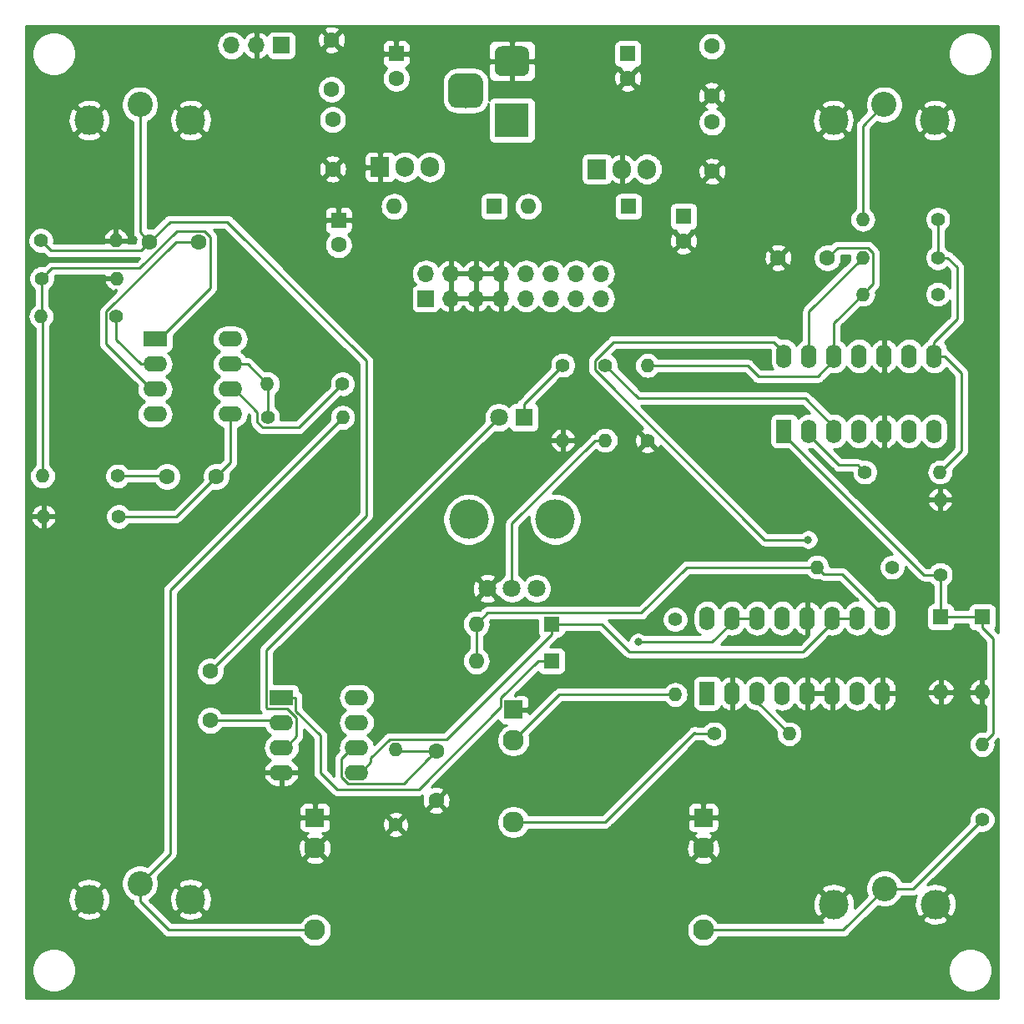
<source format=gbr>
G04 #@! TF.GenerationSoftware,KiCad,Pcbnew,(5.1.4-0-10_14)*
G04 #@! TF.CreationDate,2020-08-12T15:57:52+02:00*
G04 #@! TF.ProjectId,Sync-Ope-proto,53796e63-2d4f-4706-952d-70726f746f2e,0.2*
G04 #@! TF.SameCoordinates,Original*
G04 #@! TF.FileFunction,Copper,L1,Top*
G04 #@! TF.FilePolarity,Positive*
%FSLAX46Y46*%
G04 Gerber Fmt 4.6, Leading zero omitted, Abs format (unit mm)*
G04 Created by KiCad (PCBNEW (5.1.4-0-10_14)) date 2020-08-12 15:57:52*
%MOMM*%
%LPD*%
G04 APERTURE LIST*
%ADD10C,1.400000*%
%ADD11O,1.400000X1.400000*%
%ADD12C,1.600000*%
%ADD13R,1.600000X1.600000*%
%ADD14R,1.800000X1.800000*%
%ADD15C,1.800000*%
%ADD16O,1.600000X1.600000*%
%ADD17C,3.000000*%
%ADD18C,2.550000*%
%ADD19R,1.700000X1.700000*%
%ADD20O,1.700000X1.700000*%
%ADD21C,2.130000*%
%ADD22R,1.930000X1.830000*%
%ADD23R,3.500000X3.500000*%
%ADD24C,0.100000*%
%ADD25C,3.500000*%
%ADD26C,4.000000*%
%ADD27R,2.400000X1.600000*%
%ADD28O,2.400000X1.600000*%
%ADD29R,1.600000X2.400000*%
%ADD30O,1.600000X2.400000*%
%ADD31O,1.905000X2.000000*%
%ADD32R,1.905000X2.000000*%
%ADD33C,0.800000*%
%ADD34C,0.250000*%
%ADD35C,0.254000*%
G04 APERTURE END LIST*
D10*
X170500000Y-122500000D03*
D11*
X178120000Y-122500000D03*
D12*
X118250000Y-72600000D03*
X113250000Y-72600000D03*
X115000000Y-96400000D03*
X120000000Y-96400000D03*
X119400000Y-121150000D03*
X119400000Y-116150000D03*
X142300000Y-124250000D03*
X142300000Y-129250000D03*
X182000000Y-74200000D03*
X177000000Y-74200000D03*
X170250000Y-57750000D03*
X170250000Y-52750000D03*
X170300000Y-60450000D03*
X170300000Y-65450000D03*
X131700000Y-57100000D03*
X131700000Y-52100000D03*
X131800000Y-65200000D03*
X131800000Y-60200000D03*
D13*
X167400000Y-70000000D03*
D12*
X167400000Y-72500000D03*
X132400000Y-72900000D03*
D13*
X132400000Y-70400000D03*
X161750000Y-53500000D03*
D12*
X161750000Y-56000000D03*
X138250000Y-56000000D03*
D13*
X138250000Y-53500000D03*
D14*
X151200000Y-90400000D03*
D15*
X148660000Y-90400000D03*
D16*
X146380000Y-111350000D03*
D13*
X154000000Y-111350000D03*
X154000000Y-115100000D03*
D16*
X146380000Y-115100000D03*
D13*
X161800000Y-69000000D03*
D16*
X151640000Y-69000000D03*
X138040000Y-69000000D03*
D13*
X148200000Y-69000000D03*
X197700000Y-110650000D03*
D16*
X197700000Y-118270000D03*
X193500000Y-118270000D03*
D13*
X193500000Y-110650000D03*
D17*
X107100000Y-60250000D03*
X117400000Y-60250000D03*
D18*
X112250000Y-58650000D03*
D19*
X141250000Y-78350000D03*
D20*
X141250000Y-75810000D03*
X143790000Y-78350000D03*
X143790000Y-75810000D03*
X146330000Y-78350000D03*
X146330000Y-75810000D03*
X148870000Y-78350000D03*
X148870000Y-75810000D03*
X151410000Y-78350000D03*
X151410000Y-75810000D03*
X153950000Y-78350000D03*
X153950000Y-75810000D03*
X156490000Y-78350000D03*
X156490000Y-75810000D03*
X159030000Y-78350000D03*
X159030000Y-75810000D03*
D21*
X130000000Y-134100000D03*
D22*
X130000000Y-131000000D03*
D21*
X130000000Y-142400000D03*
X169400000Y-134100000D03*
D22*
X169400000Y-131000000D03*
D21*
X169400000Y-142400000D03*
X150150000Y-131450000D03*
D22*
X150150000Y-120050000D03*
D21*
X150150000Y-123150000D03*
D18*
X187750000Y-58650000D03*
D17*
X192900000Y-60250000D03*
X182600000Y-60250000D03*
D23*
X150000000Y-60250000D03*
D24*
G36*
X151073513Y-52753611D02*
G01*
X151146318Y-52764411D01*
X151217714Y-52782295D01*
X151287013Y-52807090D01*
X151353548Y-52838559D01*
X151416678Y-52876398D01*
X151475795Y-52920242D01*
X151530330Y-52969670D01*
X151579758Y-53024205D01*
X151623602Y-53083322D01*
X151661441Y-53146452D01*
X151692910Y-53212987D01*
X151717705Y-53282286D01*
X151735589Y-53353682D01*
X151746389Y-53426487D01*
X151750000Y-53500000D01*
X151750000Y-55000000D01*
X151746389Y-55073513D01*
X151735589Y-55146318D01*
X151717705Y-55217714D01*
X151692910Y-55287013D01*
X151661441Y-55353548D01*
X151623602Y-55416678D01*
X151579758Y-55475795D01*
X151530330Y-55530330D01*
X151475795Y-55579758D01*
X151416678Y-55623602D01*
X151353548Y-55661441D01*
X151287013Y-55692910D01*
X151217714Y-55717705D01*
X151146318Y-55735589D01*
X151073513Y-55746389D01*
X151000000Y-55750000D01*
X149000000Y-55750000D01*
X148926487Y-55746389D01*
X148853682Y-55735589D01*
X148782286Y-55717705D01*
X148712987Y-55692910D01*
X148646452Y-55661441D01*
X148583322Y-55623602D01*
X148524205Y-55579758D01*
X148469670Y-55530330D01*
X148420242Y-55475795D01*
X148376398Y-55416678D01*
X148338559Y-55353548D01*
X148307090Y-55287013D01*
X148282295Y-55217714D01*
X148264411Y-55146318D01*
X148253611Y-55073513D01*
X148250000Y-55000000D01*
X148250000Y-53500000D01*
X148253611Y-53426487D01*
X148264411Y-53353682D01*
X148282295Y-53282286D01*
X148307090Y-53212987D01*
X148338559Y-53146452D01*
X148376398Y-53083322D01*
X148420242Y-53024205D01*
X148469670Y-52969670D01*
X148524205Y-52920242D01*
X148583322Y-52876398D01*
X148646452Y-52838559D01*
X148712987Y-52807090D01*
X148782286Y-52782295D01*
X148853682Y-52764411D01*
X148926487Y-52753611D01*
X149000000Y-52750000D01*
X151000000Y-52750000D01*
X151073513Y-52753611D01*
X151073513Y-52753611D01*
G37*
D17*
X150000000Y-54250000D03*
D24*
G36*
X146260765Y-55504213D02*
G01*
X146345704Y-55516813D01*
X146428999Y-55537677D01*
X146509848Y-55566605D01*
X146587472Y-55603319D01*
X146661124Y-55647464D01*
X146730094Y-55698616D01*
X146793718Y-55756282D01*
X146851384Y-55819906D01*
X146902536Y-55888876D01*
X146946681Y-55962528D01*
X146983395Y-56040152D01*
X147012323Y-56121001D01*
X147033187Y-56204296D01*
X147045787Y-56289235D01*
X147050000Y-56375000D01*
X147050000Y-58125000D01*
X147045787Y-58210765D01*
X147033187Y-58295704D01*
X147012323Y-58378999D01*
X146983395Y-58459848D01*
X146946681Y-58537472D01*
X146902536Y-58611124D01*
X146851384Y-58680094D01*
X146793718Y-58743718D01*
X146730094Y-58801384D01*
X146661124Y-58852536D01*
X146587472Y-58896681D01*
X146509848Y-58933395D01*
X146428999Y-58962323D01*
X146345704Y-58983187D01*
X146260765Y-58995787D01*
X146175000Y-59000000D01*
X144425000Y-59000000D01*
X144339235Y-58995787D01*
X144254296Y-58983187D01*
X144171001Y-58962323D01*
X144090152Y-58933395D01*
X144012528Y-58896681D01*
X143938876Y-58852536D01*
X143869906Y-58801384D01*
X143806282Y-58743718D01*
X143748616Y-58680094D01*
X143697464Y-58611124D01*
X143653319Y-58537472D01*
X143616605Y-58459848D01*
X143587677Y-58378999D01*
X143566813Y-58295704D01*
X143554213Y-58210765D01*
X143550000Y-58125000D01*
X143550000Y-56375000D01*
X143554213Y-56289235D01*
X143566813Y-56204296D01*
X143587677Y-56121001D01*
X143616605Y-56040152D01*
X143653319Y-55962528D01*
X143697464Y-55888876D01*
X143748616Y-55819906D01*
X143806282Y-55756282D01*
X143869906Y-55698616D01*
X143938876Y-55647464D01*
X144012528Y-55603319D01*
X144090152Y-55566605D01*
X144171001Y-55537677D01*
X144254296Y-55516813D01*
X144339235Y-55504213D01*
X144425000Y-55500000D01*
X146175000Y-55500000D01*
X146260765Y-55504213D01*
X146260765Y-55504213D01*
G37*
D25*
X145300000Y-57250000D03*
D19*
X126600000Y-52650000D03*
D20*
X124060000Y-52650000D03*
X121520000Y-52650000D03*
D18*
X187800000Y-138200000D03*
D17*
X192950000Y-139800000D03*
X182650000Y-139800000D03*
X107100000Y-139300000D03*
X117400000Y-139300000D03*
D18*
X112250000Y-137700000D03*
D11*
X109820000Y-72450000D03*
D10*
X102200000Y-72450000D03*
X102300000Y-76300000D03*
D11*
X109920000Y-76300000D03*
D10*
X109850000Y-80150000D03*
D11*
X102230000Y-80150000D03*
X155150000Y-92720000D03*
D10*
X155150000Y-85100000D03*
D11*
X125180000Y-87000000D03*
D10*
X132800000Y-87000000D03*
D11*
X102380000Y-96350000D03*
D10*
X110000000Y-96350000D03*
X125200000Y-90400000D03*
D11*
X132820000Y-90400000D03*
X138200000Y-124080000D03*
D10*
X138200000Y-131700000D03*
X110100000Y-100450000D03*
D11*
X102480000Y-100450000D03*
D10*
X159450000Y-85100000D03*
D11*
X159450000Y-92720000D03*
X193450000Y-98730000D03*
D10*
X193450000Y-106350000D03*
D11*
X197700000Y-123580000D03*
D10*
X197700000Y-131200000D03*
D11*
X180930000Y-105600000D03*
D10*
X188550000Y-105600000D03*
X185800000Y-95950000D03*
D11*
X193420000Y-95950000D03*
D10*
X166550000Y-110900000D03*
D11*
X166550000Y-118520000D03*
X185580000Y-74200000D03*
D10*
X193200000Y-74200000D03*
X163750000Y-92750000D03*
D11*
X163750000Y-85130000D03*
X185580000Y-77900000D03*
D10*
X193200000Y-77900000D03*
X193200000Y-70300000D03*
D11*
X185580000Y-70300000D03*
D15*
X147500000Y-107750000D03*
X150000000Y-107750000D03*
X152500000Y-107750000D03*
D26*
X145600000Y-100750000D03*
X154400000Y-100750000D03*
D27*
X113800000Y-82450000D03*
D28*
X121420000Y-90070000D03*
X113800000Y-84990000D03*
X121420000Y-87530000D03*
X113800000Y-87530000D03*
X121420000Y-84990000D03*
X113800000Y-90070000D03*
X121420000Y-82450000D03*
X134220000Y-118800000D03*
X126600000Y-126420000D03*
X134220000Y-121340000D03*
X126600000Y-123880000D03*
X134220000Y-123880000D03*
X126600000Y-121340000D03*
X134220000Y-126420000D03*
D27*
X126600000Y-118800000D03*
D29*
X177600000Y-91800000D03*
D30*
X192840000Y-84180000D03*
X180140000Y-91800000D03*
X190300000Y-84180000D03*
X182680000Y-91800000D03*
X187760000Y-84180000D03*
X185220000Y-91800000D03*
X185220000Y-84180000D03*
X187760000Y-91800000D03*
X182680000Y-84180000D03*
X190300000Y-91800000D03*
X180140000Y-84180000D03*
X192840000Y-91800000D03*
X177600000Y-84180000D03*
D31*
X163680000Y-65200000D03*
X161140000Y-65200000D03*
D32*
X158600000Y-65200000D03*
X136600000Y-65000000D03*
D31*
X139140000Y-65000000D03*
X141680000Y-65000000D03*
D29*
X169800000Y-118400000D03*
D30*
X187580000Y-110780000D03*
X172340000Y-118400000D03*
X185040000Y-110780000D03*
X174880000Y-118400000D03*
X182500000Y-110780000D03*
X177420000Y-118400000D03*
X179960000Y-110780000D03*
X179960000Y-118400000D03*
X177420000Y-110780000D03*
X182500000Y-118400000D03*
X174880000Y-110780000D03*
X185040000Y-118400000D03*
X172340000Y-110780000D03*
X187580000Y-118400000D03*
X169800000Y-110780000D03*
D33*
X162800000Y-113200000D03*
X180050000Y-102800000D03*
D34*
X115882998Y-72600000D02*
X117118630Y-72600000D01*
X108824999Y-79657999D02*
X115882998Y-72600000D01*
X108824999Y-82954999D02*
X108824999Y-79657999D01*
X113400000Y-87530000D02*
X108824999Y-82954999D01*
X113800000Y-87530000D02*
X113400000Y-87530000D01*
X117118630Y-72600000D02*
X118250000Y-72600000D01*
X112250000Y-71600000D02*
X113250000Y-72600000D01*
X112250000Y-58650000D02*
X112250000Y-71600000D01*
X103225001Y-73475001D02*
X112374999Y-73475001D01*
X112450001Y-73399999D02*
X113250000Y-72600000D01*
X112374999Y-73475001D02*
X112450001Y-73399999D01*
X102200000Y-72450000D02*
X103225001Y-73475001D01*
X135200000Y-100350000D02*
X119400000Y-116150000D01*
X135200000Y-84650000D02*
X135200000Y-100350000D01*
X121100000Y-70550000D02*
X135200000Y-84650000D01*
X115300000Y-70550000D02*
X121100000Y-70550000D01*
X113250000Y-72600000D02*
X115300000Y-70550000D01*
X114950000Y-96350000D02*
X115000000Y-96400000D01*
X110000000Y-96350000D02*
X114950000Y-96350000D01*
X115950000Y-100450000D02*
X120000000Y-96400000D01*
X110100000Y-100450000D02*
X115950000Y-100450000D01*
X121420000Y-94980000D02*
X121420000Y-90070000D01*
X120000000Y-96400000D02*
X121420000Y-94980000D01*
X172340000Y-110780000D02*
X174880000Y-110780000D01*
X170320000Y-113200000D02*
X172340000Y-111180000D01*
X172340000Y-111180000D02*
X172340000Y-110780000D01*
X162800000Y-113200000D02*
X170320000Y-113200000D01*
X175632998Y-102800000D02*
X180050000Y-102800000D01*
X160302998Y-82730000D02*
X158424999Y-84607999D01*
X176550000Y-82730000D02*
X160302998Y-82730000D01*
X158424999Y-85592001D02*
X175632998Y-102800000D01*
X158424999Y-84607999D02*
X158424999Y-85592001D01*
X177600000Y-83780000D02*
X176550000Y-82730000D01*
X177600000Y-84180000D02*
X177600000Y-83780000D01*
X126410000Y-121150000D02*
X126600000Y-121340000D01*
X119400000Y-121150000D02*
X126410000Y-121150000D01*
X141500001Y-125049999D02*
X142300000Y-124250000D01*
X139004990Y-127545010D02*
X141500001Y-125049999D01*
X132694990Y-126885994D02*
X133354006Y-127545010D01*
X132694990Y-125005010D02*
X132694990Y-126885994D01*
X133354006Y-127545010D02*
X139004990Y-127545010D01*
X133820000Y-123880000D02*
X132694990Y-125005010D01*
X134220000Y-123880000D02*
X133820000Y-123880000D01*
X138370000Y-124250000D02*
X138200000Y-124080000D01*
X142300000Y-124250000D02*
X138370000Y-124250000D01*
X182680000Y-80800000D02*
X185580000Y-77900000D01*
X182680000Y-84180000D02*
X182680000Y-80800000D01*
X186279999Y-77200001D02*
X185580000Y-77900000D01*
X186605001Y-73707999D02*
X186605001Y-76874999D01*
X186072001Y-73174999D02*
X186605001Y-73707999D01*
X183025001Y-73174999D02*
X186072001Y-73174999D01*
X186605001Y-76874999D02*
X186279999Y-77200001D01*
X182000000Y-74200000D02*
X183025001Y-73174999D01*
X163750000Y-85130000D02*
X173880000Y-85130000D01*
X173880000Y-85130000D02*
X175000000Y-86250000D01*
X182680000Y-84580000D02*
X182680000Y-84180000D01*
X181010000Y-86250000D02*
X182680000Y-84580000D01*
X175000000Y-86250000D02*
X181010000Y-86250000D01*
X151200000Y-89050000D02*
X155150000Y-85100000D01*
X151200000Y-90400000D02*
X151200000Y-89050000D01*
X125074999Y-113985001D02*
X147760001Y-91299999D01*
X147760001Y-91299999D02*
X148660000Y-90400000D01*
X125074999Y-119860001D02*
X125074999Y-113985001D01*
X125139999Y-119925001D02*
X125074999Y-119860001D01*
X127176005Y-119925001D02*
X125139999Y-119925001D01*
X128125010Y-120874006D02*
X127176005Y-119925001D01*
X128125010Y-122754990D02*
X128125010Y-120874006D01*
X127000000Y-123880000D02*
X128125010Y-122754990D01*
X126600000Y-123880000D02*
X127000000Y-123880000D01*
X134620000Y-126420000D02*
X134220000Y-126420000D01*
X135670000Y-125370000D02*
X134620000Y-126420000D01*
X137585001Y-123054999D02*
X135670000Y-124970000D01*
X135670000Y-124970000D02*
X135670000Y-125370000D01*
X143345001Y-123054999D02*
X137585001Y-123054999D01*
X154000000Y-112400000D02*
X143345001Y-123054999D01*
X154000000Y-111350000D02*
X154000000Y-112400000D01*
X154000000Y-111350000D02*
X159100000Y-111350000D01*
X159100000Y-111350000D02*
X161900000Y-114150000D01*
X182500000Y-111180000D02*
X182500000Y-110780000D01*
X179530000Y-114150000D02*
X182500000Y-111180000D01*
X161900000Y-114150000D02*
X179530000Y-114150000D01*
X182500000Y-110780000D02*
X185040000Y-110780000D01*
X146380000Y-111350000D02*
X146380000Y-115100000D01*
X147505001Y-110224999D02*
X163125001Y-110224999D01*
X146380000Y-111350000D02*
X147505001Y-110224999D01*
X167750000Y-105600000D02*
X180930000Y-105600000D01*
X163125001Y-110224999D02*
X167750000Y-105600000D01*
X187580000Y-110380000D02*
X187580000Y-110780000D01*
X183499999Y-106299999D02*
X187580000Y-110380000D01*
X181629999Y-106299999D02*
X183499999Y-106299999D01*
X180930000Y-105600000D02*
X181629999Y-106299999D01*
X128050000Y-120162586D02*
X128050000Y-118800000D01*
X128050000Y-118800000D02*
X126600000Y-118800000D01*
X130550000Y-126450000D02*
X130550000Y-122662586D01*
X132224999Y-128124999D02*
X130550000Y-126450000D01*
X140525001Y-128124999D02*
X132224999Y-128124999D01*
X130550000Y-122662586D02*
X128050000Y-120162586D01*
X148859999Y-118874999D02*
X148859999Y-119790001D01*
X148859999Y-119790001D02*
X140525001Y-128124999D01*
X152634998Y-115100000D02*
X148859999Y-118874999D01*
X154000000Y-115100000D02*
X152634998Y-115100000D01*
X187750000Y-138250000D02*
X187800000Y-138200000D01*
X190700000Y-138200000D02*
X197700000Y-131200000D01*
X187800000Y-138200000D02*
X190700000Y-138200000D01*
X183600000Y-142400000D02*
X169400000Y-142400000D01*
X187800000Y-138200000D02*
X183600000Y-142400000D01*
X159447002Y-131450000D02*
X168516992Y-122380010D01*
X150150000Y-131450000D02*
X159447002Y-131450000D01*
X168636982Y-122500000D02*
X170500000Y-122500000D01*
X168516992Y-122380010D02*
X168636982Y-122500000D01*
X154780000Y-118520000D02*
X150150000Y-123150000D01*
X166550000Y-118520000D02*
X154780000Y-118520000D01*
X102300000Y-80080000D02*
X102230000Y-80150000D01*
X102300000Y-76300000D02*
X102300000Y-80080000D01*
X102380000Y-80300000D02*
X102230000Y-80150000D01*
X102380000Y-96350000D02*
X102380000Y-80300000D01*
X119375001Y-72059999D02*
X118790001Y-71474999D01*
X102999999Y-75600001D02*
X102300000Y-76300000D01*
X118790001Y-71474999D02*
X116040003Y-71474999D01*
X119375001Y-77274999D02*
X119375001Y-72059999D01*
X103325001Y-75274999D02*
X102999999Y-75600001D01*
X112240003Y-75274999D02*
X103325001Y-75274999D01*
X116040003Y-71474999D02*
X112240003Y-75274999D01*
X114200000Y-82450000D02*
X119375001Y-77274999D01*
X113800000Y-82450000D02*
X114200000Y-82450000D01*
X109850000Y-81139949D02*
X109850000Y-80150000D01*
X109850000Y-82490000D02*
X109850000Y-81139949D01*
X112350000Y-84990000D02*
X109850000Y-82490000D01*
X113800000Y-84990000D02*
X112350000Y-84990000D01*
X132100001Y-87699999D02*
X132800000Y-87000000D01*
X128374999Y-91425001D02*
X132100001Y-87699999D01*
X124174999Y-90892001D02*
X124707999Y-91425001D01*
X124174999Y-89884999D02*
X124174999Y-90892001D01*
X124707999Y-91425001D02*
X128374999Y-91425001D01*
X121820000Y-87530000D02*
X124174999Y-89884999D01*
X121420000Y-87530000D02*
X121820000Y-87530000D01*
X123170000Y-84990000D02*
X121420000Y-84990000D01*
X125180000Y-87000000D02*
X123170000Y-84990000D01*
X125200000Y-87020000D02*
X125180000Y-87000000D01*
X125200000Y-90400000D02*
X125200000Y-87020000D01*
X182680000Y-91400000D02*
X182680000Y-91800000D01*
X179730000Y-88450000D02*
X182680000Y-91400000D01*
X162800000Y-88450000D02*
X179730000Y-88450000D01*
X159450000Y-85100000D02*
X162800000Y-88450000D01*
X158460051Y-92720000D02*
X159450000Y-92720000D01*
X150000000Y-101180051D02*
X158460051Y-92720000D01*
X150000000Y-107750000D02*
X150000000Y-101180051D01*
X193200000Y-70300000D02*
X193200000Y-74200000D01*
X194189949Y-74200000D02*
X195150000Y-75160051D01*
X193200000Y-74200000D02*
X194189949Y-74200000D01*
X192840000Y-82730000D02*
X192840000Y-84180000D01*
X195150000Y-80420000D02*
X192840000Y-82730000D01*
X195150000Y-75160051D02*
X195150000Y-80420000D01*
X193890000Y-84180000D02*
X195600000Y-85890000D01*
X192840000Y-84180000D02*
X193890000Y-84180000D01*
X195600000Y-93770000D02*
X193420000Y-95950000D01*
X195600000Y-85890000D02*
X195600000Y-93770000D01*
X180140000Y-92200000D02*
X180140000Y-91800000D01*
X183190001Y-95250001D02*
X180140000Y-92200000D01*
X185100001Y-95250001D02*
X183190001Y-95250001D01*
X185800000Y-95950000D02*
X185100001Y-95250001D01*
X180140000Y-79640000D02*
X185580000Y-74200000D01*
X180140000Y-84180000D02*
X180140000Y-79640000D01*
X198825001Y-112825001D02*
X197700000Y-111700000D01*
X197700000Y-111700000D02*
X197700000Y-110650000D01*
X198825001Y-122454999D02*
X198825001Y-112825001D01*
X197700000Y-123580000D02*
X198825001Y-122454999D01*
X197700000Y-110650000D02*
X193500000Y-110650000D01*
X193500000Y-106400000D02*
X193450000Y-106350000D01*
X193500000Y-110650000D02*
X193500000Y-106400000D01*
X177600000Y-92200000D02*
X177600000Y-91800000D01*
X191750000Y-106350000D02*
X177600000Y-92200000D01*
X193450000Y-106350000D02*
X191750000Y-106350000D01*
X175000000Y-118520000D02*
X174880000Y-118400000D01*
X174880000Y-119260000D02*
X174880000Y-118400000D01*
X178120000Y-122500000D02*
X174880000Y-119260000D01*
X113524999Y-136425001D02*
X112250000Y-137700000D01*
X115300000Y-134650000D02*
X113524999Y-136425001D01*
X115300000Y-107920000D02*
X115300000Y-134650000D01*
X132820000Y-90400000D02*
X115300000Y-107920000D01*
X128493863Y-142400000D02*
X130000000Y-142400000D01*
X112250000Y-139503122D02*
X115146878Y-142400000D01*
X115146878Y-142400000D02*
X128493863Y-142400000D01*
X112250000Y-137700000D02*
X112250000Y-139503122D01*
X185580000Y-60820000D02*
X187750000Y-58650000D01*
X185580000Y-70300000D02*
X185580000Y-60820000D01*
D35*
G36*
X131349870Y-50701213D02*
G01*
X131083708Y-50796397D01*
X130958486Y-50863329D01*
X130886903Y-51107298D01*
X131700000Y-51920395D01*
X132513097Y-51107298D01*
X132441514Y-50863329D01*
X132186004Y-50742429D01*
X131911816Y-50673700D01*
X131633890Y-50660000D01*
X199340000Y-50660000D01*
X199340001Y-112264482D01*
X199336004Y-112261202D01*
X198962364Y-111887563D01*
X199030537Y-111804494D01*
X199089502Y-111694180D01*
X199125812Y-111574482D01*
X199138072Y-111450000D01*
X199138072Y-109850000D01*
X199125812Y-109725518D01*
X199089502Y-109605820D01*
X199030537Y-109495506D01*
X198951185Y-109398815D01*
X198854494Y-109319463D01*
X198744180Y-109260498D01*
X198624482Y-109224188D01*
X198500000Y-109211928D01*
X196900000Y-109211928D01*
X196775518Y-109224188D01*
X196655820Y-109260498D01*
X196545506Y-109319463D01*
X196448815Y-109398815D01*
X196369463Y-109495506D01*
X196310498Y-109605820D01*
X196274188Y-109725518D01*
X196261928Y-109850000D01*
X196261928Y-109890000D01*
X194938072Y-109890000D01*
X194938072Y-109850000D01*
X194925812Y-109725518D01*
X194889502Y-109605820D01*
X194830537Y-109495506D01*
X194751185Y-109398815D01*
X194654494Y-109319463D01*
X194544180Y-109260498D01*
X194424482Y-109224188D01*
X194300000Y-109211928D01*
X194260000Y-109211928D01*
X194260000Y-107414366D01*
X194301013Y-107386962D01*
X194486962Y-107201013D01*
X194633061Y-106982359D01*
X194733696Y-106739405D01*
X194785000Y-106481486D01*
X194785000Y-106218514D01*
X194733696Y-105960595D01*
X194633061Y-105717641D01*
X194486962Y-105498987D01*
X194301013Y-105313038D01*
X194082359Y-105166939D01*
X193839405Y-105066304D01*
X193581486Y-105015000D01*
X193318514Y-105015000D01*
X193060595Y-105066304D01*
X192817641Y-105166939D01*
X192598987Y-105313038D01*
X192413038Y-105498987D01*
X192352225Y-105590000D01*
X192064802Y-105590000D01*
X185538132Y-99063330D01*
X192157278Y-99063330D01*
X192247147Y-99309123D01*
X192383241Y-99532660D01*
X192560330Y-99725351D01*
X192771608Y-99879792D01*
X193008956Y-99990047D01*
X193116671Y-100022716D01*
X193323000Y-99899374D01*
X193323000Y-98857000D01*
X193577000Y-98857000D01*
X193577000Y-99899374D01*
X193783329Y-100022716D01*
X193891044Y-99990047D01*
X194128392Y-99879792D01*
X194339670Y-99725351D01*
X194516759Y-99532660D01*
X194652853Y-99309123D01*
X194742722Y-99063330D01*
X194620201Y-98857000D01*
X193577000Y-98857000D01*
X193323000Y-98857000D01*
X192279799Y-98857000D01*
X192157278Y-99063330D01*
X185538132Y-99063330D01*
X184871472Y-98396670D01*
X192157278Y-98396670D01*
X192279799Y-98603000D01*
X193323000Y-98603000D01*
X193323000Y-97560626D01*
X193577000Y-97560626D01*
X193577000Y-98603000D01*
X194620201Y-98603000D01*
X194742722Y-98396670D01*
X194652853Y-98150877D01*
X194516759Y-97927340D01*
X194339670Y-97734649D01*
X194128392Y-97580208D01*
X193891044Y-97469953D01*
X193783329Y-97437284D01*
X193577000Y-97560626D01*
X193323000Y-97560626D01*
X193116671Y-97437284D01*
X193008956Y-97469953D01*
X192771608Y-97580208D01*
X192560330Y-97734649D01*
X192383241Y-97927340D01*
X192247147Y-98150877D01*
X192157278Y-98396670D01*
X184871472Y-98396670D01*
X180114203Y-93639402D01*
X180140000Y-93641943D01*
X180421309Y-93614236D01*
X180465906Y-93600708D01*
X182626201Y-95761003D01*
X182650000Y-95790002D01*
X182765725Y-95884975D01*
X182897754Y-95955547D01*
X183041015Y-95999004D01*
X183152668Y-96010001D01*
X183152676Y-96010001D01*
X183190001Y-96013677D01*
X183227326Y-96010001D01*
X184465000Y-96010001D01*
X184465000Y-96081486D01*
X184516304Y-96339405D01*
X184616939Y-96582359D01*
X184763038Y-96801013D01*
X184948987Y-96986962D01*
X185167641Y-97133061D01*
X185410595Y-97233696D01*
X185668514Y-97285000D01*
X185931486Y-97285000D01*
X186189405Y-97233696D01*
X186432359Y-97133061D01*
X186651013Y-96986962D01*
X186836962Y-96801013D01*
X186983061Y-96582359D01*
X187083696Y-96339405D01*
X187135000Y-96081486D01*
X187135000Y-95818514D01*
X187083696Y-95560595D01*
X186983061Y-95317641D01*
X186836962Y-95098987D01*
X186651013Y-94913038D01*
X186432359Y-94766939D01*
X186189405Y-94666304D01*
X185931486Y-94615000D01*
X185668514Y-94615000D01*
X185552390Y-94638099D01*
X185524277Y-94615027D01*
X185392248Y-94544455D01*
X185248987Y-94500998D01*
X185137334Y-94490001D01*
X185137323Y-94490001D01*
X185100001Y-94486325D01*
X185062679Y-94490001D01*
X183504803Y-94490001D01*
X182654204Y-93639402D01*
X182680000Y-93641943D01*
X182961309Y-93614236D01*
X183231808Y-93532182D01*
X183481101Y-93398932D01*
X183699608Y-93219608D01*
X183878932Y-93001101D01*
X183950000Y-92868142D01*
X184021068Y-93001101D01*
X184200393Y-93219608D01*
X184418900Y-93398932D01*
X184668193Y-93532182D01*
X184938692Y-93614236D01*
X185220000Y-93641943D01*
X185501309Y-93614236D01*
X185771808Y-93532182D01*
X186021101Y-93398932D01*
X186239608Y-93219608D01*
X186418932Y-93001101D01*
X186487265Y-92873259D01*
X186637399Y-93102839D01*
X186835105Y-93304500D01*
X187068354Y-93463715D01*
X187328182Y-93574367D01*
X187410961Y-93591904D01*
X187633000Y-93469915D01*
X187633000Y-91927000D01*
X187613000Y-91927000D01*
X187613000Y-91673000D01*
X187633000Y-91673000D01*
X187633000Y-90130085D01*
X187887000Y-90130085D01*
X187887000Y-91673000D01*
X187907000Y-91673000D01*
X187907000Y-91927000D01*
X187887000Y-91927000D01*
X187887000Y-93469915D01*
X188109039Y-93591904D01*
X188191818Y-93574367D01*
X188451646Y-93463715D01*
X188684895Y-93304500D01*
X188882601Y-93102839D01*
X189032735Y-92873259D01*
X189101068Y-93001101D01*
X189280393Y-93219608D01*
X189498900Y-93398932D01*
X189748193Y-93532182D01*
X190018692Y-93614236D01*
X190300000Y-93641943D01*
X190581309Y-93614236D01*
X190851808Y-93532182D01*
X191101101Y-93398932D01*
X191319608Y-93219608D01*
X191498932Y-93001101D01*
X191570000Y-92868142D01*
X191641068Y-93001101D01*
X191820393Y-93219608D01*
X192038900Y-93398932D01*
X192288193Y-93532182D01*
X192558692Y-93614236D01*
X192840000Y-93641943D01*
X193121309Y-93614236D01*
X193391808Y-93532182D01*
X193641101Y-93398932D01*
X193859608Y-93219608D01*
X194038932Y-93001101D01*
X194172182Y-92751808D01*
X194254236Y-92481309D01*
X194275000Y-92270491D01*
X194275000Y-91329508D01*
X194254236Y-91118691D01*
X194172182Y-90848192D01*
X194038932Y-90598899D01*
X193859607Y-90380392D01*
X193641100Y-90201068D01*
X193391807Y-90067818D01*
X193121308Y-89985764D01*
X192840000Y-89958057D01*
X192558691Y-89985764D01*
X192288192Y-90067818D01*
X192038899Y-90201068D01*
X191820392Y-90380393D01*
X191641068Y-90598900D01*
X191570000Y-90731858D01*
X191498932Y-90598899D01*
X191319607Y-90380392D01*
X191101100Y-90201068D01*
X190851807Y-90067818D01*
X190581308Y-89985764D01*
X190300000Y-89958057D01*
X190018691Y-89985764D01*
X189748192Y-90067818D01*
X189498899Y-90201068D01*
X189280392Y-90380393D01*
X189101068Y-90598900D01*
X189032735Y-90726742D01*
X188882601Y-90497161D01*
X188684895Y-90295500D01*
X188451646Y-90136285D01*
X188191818Y-90025633D01*
X188109039Y-90008096D01*
X187887000Y-90130085D01*
X187633000Y-90130085D01*
X187410961Y-90008096D01*
X187328182Y-90025633D01*
X187068354Y-90136285D01*
X186835105Y-90295500D01*
X186637399Y-90497161D01*
X186487265Y-90726741D01*
X186418932Y-90598899D01*
X186239607Y-90380392D01*
X186021100Y-90201068D01*
X185771807Y-90067818D01*
X185501308Y-89985764D01*
X185220000Y-89958057D01*
X184938691Y-89985764D01*
X184668192Y-90067818D01*
X184418899Y-90201068D01*
X184200392Y-90380393D01*
X184021068Y-90598900D01*
X183950000Y-90731858D01*
X183878932Y-90598899D01*
X183699607Y-90380392D01*
X183481100Y-90201068D01*
X183231807Y-90067818D01*
X182961308Y-89985764D01*
X182680000Y-89958057D01*
X182398691Y-89985764D01*
X182354094Y-89999292D01*
X180293804Y-87939003D01*
X180270001Y-87909999D01*
X180154276Y-87815026D01*
X180022247Y-87744454D01*
X179878986Y-87700997D01*
X179767333Y-87690000D01*
X179767322Y-87690000D01*
X179730000Y-87686324D01*
X179692678Y-87690000D01*
X163114803Y-87690000D01*
X160763645Y-85338843D01*
X160785000Y-85231486D01*
X160785000Y-84968514D01*
X160733696Y-84710595D01*
X160633061Y-84467641D01*
X160486962Y-84248987D01*
X160301013Y-84063038D01*
X160147401Y-83960398D01*
X160617800Y-83490000D01*
X176188401Y-83490000D01*
X176185764Y-83498692D01*
X176165000Y-83709509D01*
X176165000Y-84650492D01*
X176185764Y-84861309D01*
X176267818Y-85131808D01*
X176401068Y-85381101D01*
X176490440Y-85490000D01*
X175314802Y-85490000D01*
X174443804Y-84619002D01*
X174420001Y-84589999D01*
X174304276Y-84495026D01*
X174172247Y-84424454D01*
X174028986Y-84380997D01*
X173917333Y-84370000D01*
X173917322Y-84370000D01*
X173880000Y-84366324D01*
X173842678Y-84370000D01*
X164853298Y-84370000D01*
X164698555Y-84181445D01*
X164495275Y-84014618D01*
X164263354Y-83890653D01*
X164011706Y-83814317D01*
X163815579Y-83795000D01*
X163684421Y-83795000D01*
X163488294Y-83814317D01*
X163236646Y-83890653D01*
X163004725Y-84014618D01*
X162801445Y-84181445D01*
X162634618Y-84384725D01*
X162510653Y-84616646D01*
X162434317Y-84868294D01*
X162408541Y-85130000D01*
X162434317Y-85391706D01*
X162510653Y-85643354D01*
X162634618Y-85875275D01*
X162801445Y-86078555D01*
X163004725Y-86245382D01*
X163236646Y-86369347D01*
X163488294Y-86445683D01*
X163684421Y-86465000D01*
X163815579Y-86465000D01*
X164011706Y-86445683D01*
X164263354Y-86369347D01*
X164495275Y-86245382D01*
X164698555Y-86078555D01*
X164853298Y-85890000D01*
X173565199Y-85890000D01*
X174436201Y-86761003D01*
X174459999Y-86790001D01*
X174575724Y-86884974D01*
X174707753Y-86955546D01*
X174851014Y-86999003D01*
X174962667Y-87010000D01*
X174962676Y-87010000D01*
X174999999Y-87013676D01*
X175037322Y-87010000D01*
X180972678Y-87010000D01*
X181010000Y-87013676D01*
X181047322Y-87010000D01*
X181047333Y-87010000D01*
X181158986Y-86999003D01*
X181302247Y-86955546D01*
X181434276Y-86884974D01*
X181550001Y-86790001D01*
X181573804Y-86760997D01*
X182354094Y-85980708D01*
X182398692Y-85994236D01*
X182680000Y-86021943D01*
X182961309Y-85994236D01*
X183231808Y-85912182D01*
X183481101Y-85778932D01*
X183699608Y-85599608D01*
X183878932Y-85381101D01*
X183950000Y-85248142D01*
X184021068Y-85381101D01*
X184200393Y-85599608D01*
X184418900Y-85778932D01*
X184668193Y-85912182D01*
X184938692Y-85994236D01*
X185220000Y-86021943D01*
X185501309Y-85994236D01*
X185771808Y-85912182D01*
X186021101Y-85778932D01*
X186239608Y-85599608D01*
X186418932Y-85381101D01*
X186487265Y-85253259D01*
X186637399Y-85482839D01*
X186835105Y-85684500D01*
X187068354Y-85843715D01*
X187328182Y-85954367D01*
X187410961Y-85971904D01*
X187633000Y-85849915D01*
X187633000Y-84307000D01*
X187613000Y-84307000D01*
X187613000Y-84053000D01*
X187633000Y-84053000D01*
X187633000Y-82510085D01*
X187887000Y-82510085D01*
X187887000Y-84053000D01*
X187907000Y-84053000D01*
X187907000Y-84307000D01*
X187887000Y-84307000D01*
X187887000Y-85849915D01*
X188109039Y-85971904D01*
X188191818Y-85954367D01*
X188451646Y-85843715D01*
X188684895Y-85684500D01*
X188882601Y-85482839D01*
X189032735Y-85253259D01*
X189101068Y-85381101D01*
X189280393Y-85599608D01*
X189498900Y-85778932D01*
X189748193Y-85912182D01*
X190018692Y-85994236D01*
X190300000Y-86021943D01*
X190581309Y-85994236D01*
X190851808Y-85912182D01*
X191101101Y-85778932D01*
X191319608Y-85599608D01*
X191498932Y-85381101D01*
X191570000Y-85248142D01*
X191641068Y-85381101D01*
X191820393Y-85599608D01*
X192038900Y-85778932D01*
X192288193Y-85912182D01*
X192558692Y-85994236D01*
X192840000Y-86021943D01*
X193121309Y-85994236D01*
X193391808Y-85912182D01*
X193641101Y-85778932D01*
X193859608Y-85599608D01*
X194028730Y-85393532D01*
X194840000Y-86204802D01*
X194840001Y-93455197D01*
X193662749Y-94632450D01*
X193485579Y-94615000D01*
X193354421Y-94615000D01*
X193158294Y-94634317D01*
X192906646Y-94710653D01*
X192674725Y-94834618D01*
X192471445Y-95001445D01*
X192304618Y-95204725D01*
X192180653Y-95436646D01*
X192104317Y-95688294D01*
X192078541Y-95950000D01*
X192104317Y-96211706D01*
X192180653Y-96463354D01*
X192304618Y-96695275D01*
X192471445Y-96898555D01*
X192674725Y-97065382D01*
X192906646Y-97189347D01*
X193158294Y-97265683D01*
X193354421Y-97285000D01*
X193485579Y-97285000D01*
X193681706Y-97265683D01*
X193933354Y-97189347D01*
X194165275Y-97065382D01*
X194368555Y-96898555D01*
X194535382Y-96695275D01*
X194659347Y-96463354D01*
X194735683Y-96211706D01*
X194761459Y-95950000D01*
X194737550Y-95707251D01*
X196111003Y-94333799D01*
X196140001Y-94310001D01*
X196234974Y-94194276D01*
X196305546Y-94062247D01*
X196349003Y-93918986D01*
X196360000Y-93807333D01*
X196363677Y-93770000D01*
X196360000Y-93732667D01*
X196360000Y-85927322D01*
X196363676Y-85889999D01*
X196360000Y-85852676D01*
X196360000Y-85852667D01*
X196349003Y-85741014D01*
X196305546Y-85597753D01*
X196234974Y-85465724D01*
X196140001Y-85349999D01*
X196111004Y-85326202D01*
X194453804Y-83669003D01*
X194430001Y-83639999D01*
X194314276Y-83545026D01*
X194255717Y-83513725D01*
X194254236Y-83498691D01*
X194172182Y-83228192D01*
X194038932Y-82978899D01*
X193870787Y-82774014D01*
X195661003Y-80983799D01*
X195690001Y-80960001D01*
X195784974Y-80844276D01*
X195855546Y-80712247D01*
X195899003Y-80568986D01*
X195910000Y-80457333D01*
X195910000Y-80457324D01*
X195913676Y-80420001D01*
X195910000Y-80382678D01*
X195910000Y-75197373D01*
X195913676Y-75160050D01*
X195910000Y-75122727D01*
X195910000Y-75122718D01*
X195899003Y-75011065D01*
X195855546Y-74867804D01*
X195828012Y-74816292D01*
X195784974Y-74735774D01*
X195713799Y-74649048D01*
X195690001Y-74620050D01*
X195661004Y-74596253D01*
X194753753Y-73689002D01*
X194729950Y-73659999D01*
X194614225Y-73565026D01*
X194482196Y-73494454D01*
X194338935Y-73450997D01*
X194302740Y-73447432D01*
X194236962Y-73348987D01*
X194051013Y-73163038D01*
X193960000Y-73102225D01*
X193960000Y-71397775D01*
X194051013Y-71336962D01*
X194236962Y-71151013D01*
X194383061Y-70932359D01*
X194483696Y-70689405D01*
X194535000Y-70431486D01*
X194535000Y-70168514D01*
X194483696Y-69910595D01*
X194383061Y-69667641D01*
X194236962Y-69448987D01*
X194051013Y-69263038D01*
X193832359Y-69116939D01*
X193589405Y-69016304D01*
X193331486Y-68965000D01*
X193068514Y-68965000D01*
X192810595Y-69016304D01*
X192567641Y-69116939D01*
X192348987Y-69263038D01*
X192163038Y-69448987D01*
X192016939Y-69667641D01*
X191916304Y-69910595D01*
X191865000Y-70168514D01*
X191865000Y-70431486D01*
X191916304Y-70689405D01*
X192016939Y-70932359D01*
X192163038Y-71151013D01*
X192348987Y-71336962D01*
X192440000Y-71397775D01*
X192440001Y-73102225D01*
X192348987Y-73163038D01*
X192163038Y-73348987D01*
X192016939Y-73567641D01*
X191916304Y-73810595D01*
X191865000Y-74068514D01*
X191865000Y-74331486D01*
X191916304Y-74589405D01*
X192016939Y-74832359D01*
X192163038Y-75051013D01*
X192348987Y-75236962D01*
X192567641Y-75383061D01*
X192810595Y-75483696D01*
X193068514Y-75535000D01*
X193331486Y-75535000D01*
X193589405Y-75483696D01*
X193832359Y-75383061D01*
X194051013Y-75236962D01*
X194101561Y-75186414D01*
X194390000Y-75474853D01*
X194390000Y-77284394D01*
X194383061Y-77267641D01*
X194236962Y-77048987D01*
X194051013Y-76863038D01*
X193832359Y-76716939D01*
X193589405Y-76616304D01*
X193331486Y-76565000D01*
X193068514Y-76565000D01*
X192810595Y-76616304D01*
X192567641Y-76716939D01*
X192348987Y-76863038D01*
X192163038Y-77048987D01*
X192016939Y-77267641D01*
X191916304Y-77510595D01*
X191865000Y-77768514D01*
X191865000Y-78031486D01*
X191916304Y-78289405D01*
X192016939Y-78532359D01*
X192163038Y-78751013D01*
X192348987Y-78936962D01*
X192567641Y-79083061D01*
X192810595Y-79183696D01*
X193068514Y-79235000D01*
X193331486Y-79235000D01*
X193589405Y-79183696D01*
X193832359Y-79083061D01*
X194051013Y-78936962D01*
X194236962Y-78751013D01*
X194383061Y-78532359D01*
X194390001Y-78515605D01*
X194390001Y-80105197D01*
X192329003Y-82166196D01*
X192299999Y-82189999D01*
X192251207Y-82249453D01*
X192205026Y-82305724D01*
X192134455Y-82437753D01*
X192134454Y-82437754D01*
X192101060Y-82547842D01*
X192038899Y-82581068D01*
X191820392Y-82760393D01*
X191641068Y-82978900D01*
X191570000Y-83111858D01*
X191498932Y-82978899D01*
X191319607Y-82760392D01*
X191101100Y-82581068D01*
X190851807Y-82447818D01*
X190581308Y-82365764D01*
X190300000Y-82338057D01*
X190018691Y-82365764D01*
X189748192Y-82447818D01*
X189498899Y-82581068D01*
X189280392Y-82760393D01*
X189101068Y-82978900D01*
X189032735Y-83106742D01*
X188882601Y-82877161D01*
X188684895Y-82675500D01*
X188451646Y-82516285D01*
X188191818Y-82405633D01*
X188109039Y-82388096D01*
X187887000Y-82510085D01*
X187633000Y-82510085D01*
X187410961Y-82388096D01*
X187328182Y-82405633D01*
X187068354Y-82516285D01*
X186835105Y-82675500D01*
X186637399Y-82877161D01*
X186487265Y-83106741D01*
X186418932Y-82978899D01*
X186239607Y-82760392D01*
X186021100Y-82581068D01*
X185771807Y-82447818D01*
X185501308Y-82365764D01*
X185220000Y-82338057D01*
X184938691Y-82365764D01*
X184668192Y-82447818D01*
X184418899Y-82581068D01*
X184200392Y-82760393D01*
X184021068Y-82978900D01*
X183950000Y-83111858D01*
X183878932Y-82978899D01*
X183699607Y-82760392D01*
X183481100Y-82581068D01*
X183440000Y-82559100D01*
X183440000Y-81114801D01*
X185337252Y-79217550D01*
X185514421Y-79235000D01*
X185645579Y-79235000D01*
X185841706Y-79215683D01*
X186093354Y-79139347D01*
X186325275Y-79015382D01*
X186528555Y-78848555D01*
X186695382Y-78645275D01*
X186819347Y-78413354D01*
X186895683Y-78161706D01*
X186921459Y-77900000D01*
X186897550Y-77657251D01*
X187115998Y-77438803D01*
X187145002Y-77415000D01*
X187239975Y-77299275D01*
X187310547Y-77167246D01*
X187354004Y-77023985D01*
X187365001Y-76912332D01*
X187365001Y-76912323D01*
X187368677Y-76875000D01*
X187365001Y-76837677D01*
X187365001Y-73745322D01*
X187368677Y-73707999D01*
X187365001Y-73670676D01*
X187365001Y-73670666D01*
X187354004Y-73559013D01*
X187310547Y-73415752D01*
X187239975Y-73283723D01*
X187145002Y-73167998D01*
X187116004Y-73144201D01*
X186635804Y-72664001D01*
X186612002Y-72634998D01*
X186496277Y-72540025D01*
X186364248Y-72469453D01*
X186220987Y-72425996D01*
X186109334Y-72414999D01*
X186109323Y-72414999D01*
X186072001Y-72411323D01*
X186034679Y-72414999D01*
X183062323Y-72414999D01*
X183025000Y-72411323D01*
X182987677Y-72414999D01*
X182987668Y-72414999D01*
X182876015Y-72425996D01*
X182732754Y-72469453D01*
X182600725Y-72540025D01*
X182485000Y-72634998D01*
X182461202Y-72663996D01*
X182323886Y-72801312D01*
X182141335Y-72765000D01*
X181858665Y-72765000D01*
X181581426Y-72820147D01*
X181320273Y-72928320D01*
X181085241Y-73085363D01*
X180885363Y-73285241D01*
X180728320Y-73520273D01*
X180620147Y-73781426D01*
X180565000Y-74058665D01*
X180565000Y-74341335D01*
X180620147Y-74618574D01*
X180728320Y-74879727D01*
X180885363Y-75114759D01*
X181085241Y-75314637D01*
X181320273Y-75471680D01*
X181581426Y-75579853D01*
X181858665Y-75635000D01*
X182141335Y-75635000D01*
X182418574Y-75579853D01*
X182679727Y-75471680D01*
X182914759Y-75314637D01*
X183114637Y-75114759D01*
X183271680Y-74879727D01*
X183379853Y-74618574D01*
X183435000Y-74341335D01*
X183435000Y-74058665D01*
X183410401Y-73934999D01*
X184265317Y-73934999D01*
X184264317Y-73938294D01*
X184238541Y-74200000D01*
X184262450Y-74442748D01*
X179628998Y-79076201D01*
X179600000Y-79099999D01*
X179576202Y-79128997D01*
X179576201Y-79128998D01*
X179505026Y-79215724D01*
X179434454Y-79347754D01*
X179417173Y-79404725D01*
X179390998Y-79491014D01*
X179386535Y-79536323D01*
X179376324Y-79640000D01*
X179380001Y-79677332D01*
X179380000Y-82559099D01*
X179338899Y-82581068D01*
X179120392Y-82760393D01*
X178941068Y-82978900D01*
X178870000Y-83111858D01*
X178798932Y-82978899D01*
X178619607Y-82760392D01*
X178401100Y-82581068D01*
X178151807Y-82447818D01*
X177881308Y-82365764D01*
X177600000Y-82338057D01*
X177318691Y-82365764D01*
X177274094Y-82379292D01*
X177113804Y-82219002D01*
X177090001Y-82189999D01*
X176974276Y-82095026D01*
X176842247Y-82024454D01*
X176698986Y-81980997D01*
X176587333Y-81970000D01*
X176587322Y-81970000D01*
X176550000Y-81966324D01*
X176512678Y-81970000D01*
X160340323Y-81970000D01*
X160302998Y-81966324D01*
X160265673Y-81970000D01*
X160265665Y-81970000D01*
X160154012Y-81980997D01*
X160010751Y-82024454D01*
X159878722Y-82095026D01*
X159762997Y-82189999D01*
X159739199Y-82218997D01*
X157914002Y-84044195D01*
X157884998Y-84067998D01*
X157850529Y-84109999D01*
X157790025Y-84183723D01*
X157736183Y-84284454D01*
X157719453Y-84315753D01*
X157675996Y-84459014D01*
X157664999Y-84570667D01*
X157664999Y-84570677D01*
X157661323Y-84607999D01*
X157664999Y-84645322D01*
X157665000Y-85554669D01*
X157661323Y-85592001D01*
X157665000Y-85629334D01*
X157675997Y-85740987D01*
X157678731Y-85750000D01*
X157719453Y-85884247D01*
X157790025Y-86016277D01*
X157861200Y-86103003D01*
X157884999Y-86132002D01*
X157913997Y-86155800D01*
X163264324Y-91506128D01*
X163168634Y-91541065D01*
X163067797Y-91594963D01*
X163008336Y-91828731D01*
X163750000Y-92570395D01*
X163764143Y-92556253D01*
X163943748Y-92735858D01*
X163929605Y-92750000D01*
X164671269Y-93491664D01*
X164905037Y-93432203D01*
X164995624Y-93237427D01*
X175069199Y-103311003D01*
X175092997Y-103340001D01*
X175121995Y-103363799D01*
X175208722Y-103434974D01*
X175340751Y-103505546D01*
X175484012Y-103549003D01*
X175632998Y-103563677D01*
X175670331Y-103560000D01*
X179346289Y-103560000D01*
X179390226Y-103603937D01*
X179559744Y-103717205D01*
X179748102Y-103795226D01*
X179948061Y-103835000D01*
X180151939Y-103835000D01*
X180351898Y-103795226D01*
X180540256Y-103717205D01*
X180709774Y-103603937D01*
X180853937Y-103459774D01*
X180967205Y-103290256D01*
X181045226Y-103101898D01*
X181085000Y-102901939D01*
X181085000Y-102698061D01*
X181045226Y-102498102D01*
X180967205Y-102309744D01*
X180853937Y-102140226D01*
X180709774Y-101996063D01*
X180540256Y-101882795D01*
X180351898Y-101804774D01*
X180151939Y-101765000D01*
X179948061Y-101765000D01*
X179748102Y-101804774D01*
X179559744Y-101882795D01*
X179390226Y-101996063D01*
X179346289Y-102040000D01*
X175947800Y-102040000D01*
X163117799Y-89210000D01*
X179415199Y-89210000D01*
X180165796Y-89960598D01*
X180140000Y-89958057D01*
X179858691Y-89985764D01*
X179588192Y-90067818D01*
X179338899Y-90201068D01*
X179120392Y-90380393D01*
X179027581Y-90493483D01*
X179025812Y-90475518D01*
X178989502Y-90355820D01*
X178930537Y-90245506D01*
X178851185Y-90148815D01*
X178754494Y-90069463D01*
X178644180Y-90010498D01*
X178524482Y-89974188D01*
X178400000Y-89961928D01*
X176800000Y-89961928D01*
X176675518Y-89974188D01*
X176555820Y-90010498D01*
X176445506Y-90069463D01*
X176348815Y-90148815D01*
X176269463Y-90245506D01*
X176210498Y-90355820D01*
X176174188Y-90475518D01*
X176161928Y-90600000D01*
X176161928Y-93000000D01*
X176174188Y-93124482D01*
X176210498Y-93244180D01*
X176269463Y-93354494D01*
X176348815Y-93451185D01*
X176445506Y-93530537D01*
X176555820Y-93589502D01*
X176675518Y-93625812D01*
X176800000Y-93638072D01*
X177963271Y-93638072D01*
X188590198Y-104265000D01*
X188418514Y-104265000D01*
X188160595Y-104316304D01*
X187917641Y-104416939D01*
X187698987Y-104563038D01*
X187513038Y-104748987D01*
X187366939Y-104967641D01*
X187266304Y-105210595D01*
X187215000Y-105468514D01*
X187215000Y-105731486D01*
X187266304Y-105989405D01*
X187366939Y-106232359D01*
X187513038Y-106451013D01*
X187698987Y-106636962D01*
X187917641Y-106783061D01*
X188160595Y-106883696D01*
X188418514Y-106935000D01*
X188681486Y-106935000D01*
X188939405Y-106883696D01*
X189182359Y-106783061D01*
X189401013Y-106636962D01*
X189586962Y-106451013D01*
X189733061Y-106232359D01*
X189833696Y-105989405D01*
X189885000Y-105731486D01*
X189885000Y-105559802D01*
X191186200Y-106861002D01*
X191209999Y-106890001D01*
X191238997Y-106913799D01*
X191325723Y-106984974D01*
X191419266Y-107034974D01*
X191457753Y-107055546D01*
X191601014Y-107099003D01*
X191712667Y-107110000D01*
X191712677Y-107110000D01*
X191750000Y-107113676D01*
X191787323Y-107110000D01*
X192352225Y-107110000D01*
X192413038Y-107201013D01*
X192598987Y-107386962D01*
X192740001Y-107481184D01*
X192740000Y-109211928D01*
X192700000Y-109211928D01*
X192575518Y-109224188D01*
X192455820Y-109260498D01*
X192345506Y-109319463D01*
X192248815Y-109398815D01*
X192169463Y-109495506D01*
X192110498Y-109605820D01*
X192074188Y-109725518D01*
X192061928Y-109850000D01*
X192061928Y-111450000D01*
X192074188Y-111574482D01*
X192110498Y-111694180D01*
X192169463Y-111804494D01*
X192248815Y-111901185D01*
X192345506Y-111980537D01*
X192455820Y-112039502D01*
X192575518Y-112075812D01*
X192700000Y-112088072D01*
X194300000Y-112088072D01*
X194424482Y-112075812D01*
X194544180Y-112039502D01*
X194654494Y-111980537D01*
X194751185Y-111901185D01*
X194830537Y-111804494D01*
X194889502Y-111694180D01*
X194925812Y-111574482D01*
X194938072Y-111450000D01*
X194938072Y-111410000D01*
X196261928Y-111410000D01*
X196261928Y-111450000D01*
X196274188Y-111574482D01*
X196310498Y-111694180D01*
X196369463Y-111804494D01*
X196448815Y-111901185D01*
X196545506Y-111980537D01*
X196655820Y-112039502D01*
X196775518Y-112075812D01*
X196900000Y-112088072D01*
X197045674Y-112088072D01*
X197065026Y-112124276D01*
X197087041Y-112151101D01*
X197159999Y-112240001D01*
X197189002Y-112263804D01*
X198065002Y-113139804D01*
X198065002Y-116882938D01*
X198049039Y-116878096D01*
X197827000Y-117000085D01*
X197827000Y-118143000D01*
X197847000Y-118143000D01*
X197847000Y-118397000D01*
X197827000Y-118397000D01*
X197827000Y-119539915D01*
X198049039Y-119661904D01*
X198065001Y-119657062D01*
X198065001Y-122140197D01*
X197942748Y-122262450D01*
X197765579Y-122245000D01*
X197634421Y-122245000D01*
X197438294Y-122264317D01*
X197186646Y-122340653D01*
X196954725Y-122464618D01*
X196751445Y-122631445D01*
X196584618Y-122834725D01*
X196460653Y-123066646D01*
X196384317Y-123318294D01*
X196358541Y-123580000D01*
X196384317Y-123841706D01*
X196460653Y-124093354D01*
X196584618Y-124325275D01*
X196751445Y-124528555D01*
X196954725Y-124695382D01*
X197186646Y-124819347D01*
X197438294Y-124895683D01*
X197634421Y-124915000D01*
X197765579Y-124915000D01*
X197961706Y-124895683D01*
X198213354Y-124819347D01*
X198445275Y-124695382D01*
X198648555Y-124528555D01*
X198815382Y-124325275D01*
X198939347Y-124093354D01*
X199015683Y-123841706D01*
X199041459Y-123580000D01*
X199017550Y-123337252D01*
X199336005Y-123018797D01*
X199340001Y-123015518D01*
X199340001Y-149340000D01*
X100660000Y-149340000D01*
X100660000Y-146279872D01*
X101265000Y-146279872D01*
X101265000Y-146720128D01*
X101350890Y-147151925D01*
X101519369Y-147558669D01*
X101763962Y-147924729D01*
X102075271Y-148236038D01*
X102441331Y-148480631D01*
X102848075Y-148649110D01*
X103279872Y-148735000D01*
X103720128Y-148735000D01*
X104151925Y-148649110D01*
X104558669Y-148480631D01*
X104924729Y-148236038D01*
X105236038Y-147924729D01*
X105480631Y-147558669D01*
X105649110Y-147151925D01*
X105735000Y-146720128D01*
X105735000Y-146279872D01*
X194265000Y-146279872D01*
X194265000Y-146720128D01*
X194350890Y-147151925D01*
X194519369Y-147558669D01*
X194763962Y-147924729D01*
X195075271Y-148236038D01*
X195441331Y-148480631D01*
X195848075Y-148649110D01*
X196279872Y-148735000D01*
X196720128Y-148735000D01*
X197151925Y-148649110D01*
X197558669Y-148480631D01*
X197924729Y-148236038D01*
X198236038Y-147924729D01*
X198480631Y-147558669D01*
X198649110Y-147151925D01*
X198735000Y-146720128D01*
X198735000Y-146279872D01*
X198649110Y-145848075D01*
X198480631Y-145441331D01*
X198236038Y-145075271D01*
X197924729Y-144763962D01*
X197558669Y-144519369D01*
X197151925Y-144350890D01*
X196720128Y-144265000D01*
X196279872Y-144265000D01*
X195848075Y-144350890D01*
X195441331Y-144519369D01*
X195075271Y-144763962D01*
X194763962Y-145075271D01*
X194519369Y-145441331D01*
X194350890Y-145848075D01*
X194265000Y-146279872D01*
X105735000Y-146279872D01*
X105649110Y-145848075D01*
X105480631Y-145441331D01*
X105236038Y-145075271D01*
X104924729Y-144763962D01*
X104558669Y-144519369D01*
X104151925Y-144350890D01*
X103720128Y-144265000D01*
X103279872Y-144265000D01*
X102848075Y-144350890D01*
X102441331Y-144519369D01*
X102075271Y-144763962D01*
X101763962Y-145075271D01*
X101519369Y-145441331D01*
X101350890Y-145848075D01*
X101265000Y-146279872D01*
X100660000Y-146279872D01*
X100660000Y-140791653D01*
X105787952Y-140791653D01*
X105943962Y-141107214D01*
X106318745Y-141298020D01*
X106723551Y-141412044D01*
X107142824Y-141444902D01*
X107560451Y-141395334D01*
X107960383Y-141265243D01*
X108256038Y-141107214D01*
X108412048Y-140791653D01*
X107100000Y-139479605D01*
X105787952Y-140791653D01*
X100660000Y-140791653D01*
X100660000Y-139342824D01*
X104955098Y-139342824D01*
X105004666Y-139760451D01*
X105134757Y-140160383D01*
X105292786Y-140456038D01*
X105608347Y-140612048D01*
X106920395Y-139300000D01*
X107279605Y-139300000D01*
X108591653Y-140612048D01*
X108907214Y-140456038D01*
X109098020Y-140081255D01*
X109212044Y-139676449D01*
X109244902Y-139257176D01*
X109195334Y-138839549D01*
X109065243Y-138439617D01*
X108907214Y-138143962D01*
X108591653Y-137987952D01*
X107279605Y-139300000D01*
X106920395Y-139300000D01*
X105608347Y-137987952D01*
X105292786Y-138143962D01*
X105101980Y-138518745D01*
X104987956Y-138923551D01*
X104955098Y-139342824D01*
X100660000Y-139342824D01*
X100660000Y-137808347D01*
X105787952Y-137808347D01*
X107100000Y-139120395D01*
X108412048Y-137808347D01*
X108265479Y-137511881D01*
X110340000Y-137511881D01*
X110340000Y-137888119D01*
X110413400Y-138257127D01*
X110557380Y-138604724D01*
X110766406Y-138917554D01*
X111032446Y-139183594D01*
X111345276Y-139392620D01*
X111490001Y-139452567D01*
X111490001Y-139465790D01*
X111486324Y-139503122D01*
X111500998Y-139652107D01*
X111544454Y-139795368D01*
X111615026Y-139927398D01*
X111657872Y-139979605D01*
X111710000Y-140043123D01*
X111738998Y-140066921D01*
X114583079Y-142911003D01*
X114606877Y-142940001D01*
X114635875Y-142963799D01*
X114722601Y-143034974D01*
X114854631Y-143105546D01*
X114997892Y-143149003D01*
X115109545Y-143160000D01*
X115109554Y-143160000D01*
X115146877Y-143163676D01*
X115184200Y-143160000D01*
X128474735Y-143160000D01*
X128493479Y-143205252D01*
X128679523Y-143483687D01*
X128916313Y-143720477D01*
X129194748Y-143906521D01*
X129504128Y-144034670D01*
X129832565Y-144100000D01*
X130167435Y-144100000D01*
X130495872Y-144034670D01*
X130805252Y-143906521D01*
X131083687Y-143720477D01*
X131320477Y-143483687D01*
X131506521Y-143205252D01*
X131634670Y-142895872D01*
X131700000Y-142567435D01*
X131700000Y-142232565D01*
X167700000Y-142232565D01*
X167700000Y-142567435D01*
X167765330Y-142895872D01*
X167893479Y-143205252D01*
X168079523Y-143483687D01*
X168316313Y-143720477D01*
X168594748Y-143906521D01*
X168904128Y-144034670D01*
X169232565Y-144100000D01*
X169567435Y-144100000D01*
X169895872Y-144034670D01*
X170205252Y-143906521D01*
X170483687Y-143720477D01*
X170720477Y-143483687D01*
X170906521Y-143205252D01*
X170925265Y-143160000D01*
X183562678Y-143160000D01*
X183600000Y-143163676D01*
X183637322Y-143160000D01*
X183637333Y-143160000D01*
X183748986Y-143149003D01*
X183892247Y-143105546D01*
X184024276Y-143034974D01*
X184140001Y-142940001D01*
X184163804Y-142910997D01*
X185783148Y-141291653D01*
X191637952Y-141291653D01*
X191793962Y-141607214D01*
X192168745Y-141798020D01*
X192573551Y-141912044D01*
X192992824Y-141944902D01*
X193410451Y-141895334D01*
X193810383Y-141765243D01*
X194106038Y-141607214D01*
X194262048Y-141291653D01*
X192950000Y-139979605D01*
X191637952Y-141291653D01*
X185783148Y-141291653D01*
X187098149Y-139976653D01*
X187242873Y-140036600D01*
X187611881Y-140110000D01*
X187988119Y-140110000D01*
X188357127Y-140036600D01*
X188704724Y-139892620D01*
X189017554Y-139683594D01*
X189283594Y-139417554D01*
X189492620Y-139104724D01*
X189552567Y-138960000D01*
X190662678Y-138960000D01*
X190700000Y-138963676D01*
X190737322Y-138960000D01*
X190737333Y-138960000D01*
X190848986Y-138949003D01*
X190992247Y-138905546D01*
X191016103Y-138892795D01*
X190951980Y-139018745D01*
X190837956Y-139423551D01*
X190805098Y-139842824D01*
X190854666Y-140260451D01*
X190984757Y-140660383D01*
X191142786Y-140956038D01*
X191458347Y-141112048D01*
X192770395Y-139800000D01*
X193129605Y-139800000D01*
X194441653Y-141112048D01*
X194757214Y-140956038D01*
X194948020Y-140581255D01*
X195062044Y-140176449D01*
X195094902Y-139757176D01*
X195045334Y-139339549D01*
X194915243Y-138939617D01*
X194757214Y-138643962D01*
X194441653Y-138487952D01*
X193129605Y-139800000D01*
X192770395Y-139800000D01*
X192756253Y-139785858D01*
X192935858Y-139606253D01*
X192950000Y-139620395D01*
X194262048Y-138308347D01*
X194106038Y-137992786D01*
X193731255Y-137801980D01*
X193326449Y-137687956D01*
X192907176Y-137655098D01*
X192489549Y-137704666D01*
X192164355Y-137810446D01*
X197461157Y-132513645D01*
X197568514Y-132535000D01*
X197831486Y-132535000D01*
X198089405Y-132483696D01*
X198332359Y-132383061D01*
X198551013Y-132236962D01*
X198736962Y-132051013D01*
X198883061Y-131832359D01*
X198983696Y-131589405D01*
X199035000Y-131331486D01*
X199035000Y-131068514D01*
X198983696Y-130810595D01*
X198883061Y-130567641D01*
X198736962Y-130348987D01*
X198551013Y-130163038D01*
X198332359Y-130016939D01*
X198089405Y-129916304D01*
X197831486Y-129865000D01*
X197568514Y-129865000D01*
X197310595Y-129916304D01*
X197067641Y-130016939D01*
X196848987Y-130163038D01*
X196663038Y-130348987D01*
X196516939Y-130567641D01*
X196416304Y-130810595D01*
X196365000Y-131068514D01*
X196365000Y-131331486D01*
X196386355Y-131438843D01*
X190385199Y-137440000D01*
X189552567Y-137440000D01*
X189492620Y-137295276D01*
X189283594Y-136982446D01*
X189017554Y-136716406D01*
X188704724Y-136507380D01*
X188357127Y-136363400D01*
X187988119Y-136290000D01*
X187611881Y-136290000D01*
X187242873Y-136363400D01*
X186895276Y-136507380D01*
X186582446Y-136716406D01*
X186316406Y-136982446D01*
X186107380Y-137295276D01*
X185963400Y-137642873D01*
X185890000Y-138011881D01*
X185890000Y-138388119D01*
X185963400Y-138757127D01*
X186023347Y-138901851D01*
X184763174Y-140162024D01*
X184794902Y-139757176D01*
X184745334Y-139339549D01*
X184615243Y-138939617D01*
X184457214Y-138643962D01*
X184141653Y-138487952D01*
X182829605Y-139800000D01*
X182843748Y-139814143D01*
X182664143Y-139993748D01*
X182650000Y-139979605D01*
X181337952Y-141291653D01*
X181493962Y-141607214D01*
X181558361Y-141640000D01*
X170925265Y-141640000D01*
X170906521Y-141594748D01*
X170720477Y-141316313D01*
X170483687Y-141079523D01*
X170205252Y-140893479D01*
X169895872Y-140765330D01*
X169567435Y-140700000D01*
X169232565Y-140700000D01*
X168904128Y-140765330D01*
X168594748Y-140893479D01*
X168316313Y-141079523D01*
X168079523Y-141316313D01*
X167893479Y-141594748D01*
X167765330Y-141904128D01*
X167700000Y-142232565D01*
X131700000Y-142232565D01*
X131634670Y-141904128D01*
X131506521Y-141594748D01*
X131320477Y-141316313D01*
X131083687Y-141079523D01*
X130805252Y-140893479D01*
X130495872Y-140765330D01*
X130167435Y-140700000D01*
X129832565Y-140700000D01*
X129504128Y-140765330D01*
X129194748Y-140893479D01*
X128916313Y-141079523D01*
X128679523Y-141316313D01*
X128493479Y-141594748D01*
X128474735Y-141640000D01*
X115461680Y-141640000D01*
X114613333Y-140791653D01*
X116087952Y-140791653D01*
X116243962Y-141107214D01*
X116618745Y-141298020D01*
X117023551Y-141412044D01*
X117442824Y-141444902D01*
X117860451Y-141395334D01*
X118260383Y-141265243D01*
X118556038Y-141107214D01*
X118712048Y-140791653D01*
X117400000Y-139479605D01*
X116087952Y-140791653D01*
X114613333Y-140791653D01*
X113190437Y-139368758D01*
X113229249Y-139342824D01*
X115255098Y-139342824D01*
X115304666Y-139760451D01*
X115434757Y-140160383D01*
X115592786Y-140456038D01*
X115908347Y-140612048D01*
X117220395Y-139300000D01*
X117579605Y-139300000D01*
X118891653Y-140612048D01*
X119207214Y-140456038D01*
X119398020Y-140081255D01*
X119465180Y-139842824D01*
X180505098Y-139842824D01*
X180554666Y-140260451D01*
X180684757Y-140660383D01*
X180842786Y-140956038D01*
X181158347Y-141112048D01*
X182470395Y-139800000D01*
X181158347Y-138487952D01*
X180842786Y-138643962D01*
X180651980Y-139018745D01*
X180537956Y-139423551D01*
X180505098Y-139842824D01*
X119465180Y-139842824D01*
X119512044Y-139676449D01*
X119544902Y-139257176D01*
X119495334Y-138839549D01*
X119365243Y-138439617D01*
X119295079Y-138308347D01*
X181337952Y-138308347D01*
X182650000Y-139620395D01*
X183962048Y-138308347D01*
X183806038Y-137992786D01*
X183431255Y-137801980D01*
X183026449Y-137687956D01*
X182607176Y-137655098D01*
X182189549Y-137704666D01*
X181789617Y-137834757D01*
X181493962Y-137992786D01*
X181337952Y-138308347D01*
X119295079Y-138308347D01*
X119207214Y-138143962D01*
X118891653Y-137987952D01*
X117579605Y-139300000D01*
X117220395Y-139300000D01*
X115908347Y-137987952D01*
X115592786Y-138143962D01*
X115401980Y-138518745D01*
X115287956Y-138923551D01*
X115255098Y-139342824D01*
X113229249Y-139342824D01*
X113467554Y-139183594D01*
X113733594Y-138917554D01*
X113942620Y-138604724D01*
X114086600Y-138257127D01*
X114160000Y-137888119D01*
X114160000Y-137808347D01*
X116087952Y-137808347D01*
X117400000Y-139120395D01*
X118712048Y-137808347D01*
X118556038Y-137492786D01*
X118181255Y-137301980D01*
X117776449Y-137187956D01*
X117357176Y-137155098D01*
X116939549Y-137204666D01*
X116539617Y-137334757D01*
X116243962Y-137492786D01*
X116087952Y-137808347D01*
X114160000Y-137808347D01*
X114160000Y-137511881D01*
X114086600Y-137142873D01*
X114026653Y-136998149D01*
X114088798Y-136936004D01*
X114088802Y-136935999D01*
X115743041Y-135281761D01*
X128997844Y-135281761D01*
X129101454Y-135552807D01*
X129402148Y-135700190D01*
X129725818Y-135786078D01*
X130060023Y-135807171D01*
X130391922Y-135762658D01*
X130708760Y-135654250D01*
X130898546Y-135552807D01*
X131002156Y-135281761D01*
X168397844Y-135281761D01*
X168501454Y-135552807D01*
X168802148Y-135700190D01*
X169125818Y-135786078D01*
X169460023Y-135807171D01*
X169791922Y-135762658D01*
X170108760Y-135654250D01*
X170298546Y-135552807D01*
X170402156Y-135281761D01*
X169400000Y-134279605D01*
X168397844Y-135281761D01*
X131002156Y-135281761D01*
X130000000Y-134279605D01*
X128997844Y-135281761D01*
X115743041Y-135281761D01*
X115811008Y-135213795D01*
X115840001Y-135190001D01*
X115863795Y-135161008D01*
X115863799Y-135161004D01*
X115934973Y-135074277D01*
X115934974Y-135074276D01*
X116005546Y-134942247D01*
X116049003Y-134798986D01*
X116060000Y-134687333D01*
X116060000Y-134687324D01*
X116063676Y-134650001D01*
X116060000Y-134612678D01*
X116060000Y-134160023D01*
X128292829Y-134160023D01*
X128337342Y-134491922D01*
X128445750Y-134808760D01*
X128547193Y-134998546D01*
X128818239Y-135102156D01*
X129820395Y-134100000D01*
X130179605Y-134100000D01*
X131181761Y-135102156D01*
X131452807Y-134998546D01*
X131600190Y-134697852D01*
X131686078Y-134374182D01*
X131699594Y-134160023D01*
X167692829Y-134160023D01*
X167737342Y-134491922D01*
X167845750Y-134808760D01*
X167947193Y-134998546D01*
X168218239Y-135102156D01*
X169220395Y-134100000D01*
X169579605Y-134100000D01*
X170581761Y-135102156D01*
X170852807Y-134998546D01*
X171000190Y-134697852D01*
X171086078Y-134374182D01*
X171107171Y-134039977D01*
X171062658Y-133708078D01*
X170954250Y-133391240D01*
X170852807Y-133201454D01*
X170581761Y-133097844D01*
X169579605Y-134100000D01*
X169220395Y-134100000D01*
X168218239Y-133097844D01*
X167947193Y-133201454D01*
X167799810Y-133502148D01*
X167713922Y-133825818D01*
X167692829Y-134160023D01*
X131699594Y-134160023D01*
X131707171Y-134039977D01*
X131662658Y-133708078D01*
X131554250Y-133391240D01*
X131452807Y-133201454D01*
X131181761Y-133097844D01*
X130179605Y-134100000D01*
X129820395Y-134100000D01*
X128818239Y-133097844D01*
X128547193Y-133201454D01*
X128399810Y-133502148D01*
X128313922Y-133825818D01*
X128292829Y-134160023D01*
X116060000Y-134160023D01*
X116060000Y-131915000D01*
X128396928Y-131915000D01*
X128409188Y-132039482D01*
X128445498Y-132159180D01*
X128504463Y-132269494D01*
X128583815Y-132366185D01*
X128680506Y-132445537D01*
X128790820Y-132504502D01*
X128910518Y-132540812D01*
X129035000Y-132553072D01*
X129279611Y-132551966D01*
X129101454Y-132647193D01*
X128997844Y-132918239D01*
X130000000Y-133920395D01*
X131002156Y-132918239D01*
X130898546Y-132647193D01*
X130845656Y-132621269D01*
X137458336Y-132621269D01*
X137517797Y-132855037D01*
X137756242Y-132965934D01*
X138011740Y-133028183D01*
X138274473Y-133039390D01*
X138534344Y-132999125D01*
X138781366Y-132908935D01*
X138882203Y-132855037D01*
X138941664Y-132621269D01*
X138200000Y-131879605D01*
X137458336Y-132621269D01*
X130845656Y-132621269D01*
X130704111Y-132551892D01*
X130965000Y-132553072D01*
X131089482Y-132540812D01*
X131209180Y-132504502D01*
X131319494Y-132445537D01*
X131416185Y-132366185D01*
X131495537Y-132269494D01*
X131554502Y-132159180D01*
X131590812Y-132039482D01*
X131603072Y-131915000D01*
X131602386Y-131774473D01*
X136860610Y-131774473D01*
X136900875Y-132034344D01*
X136991065Y-132281366D01*
X137044963Y-132382203D01*
X137278731Y-132441664D01*
X138020395Y-131700000D01*
X138379605Y-131700000D01*
X139121269Y-132441664D01*
X139355037Y-132382203D01*
X139465934Y-132143758D01*
X139528183Y-131888260D01*
X139539390Y-131625527D01*
X139499125Y-131365656D01*
X139468788Y-131282565D01*
X148450000Y-131282565D01*
X148450000Y-131617435D01*
X148515330Y-131945872D01*
X148643479Y-132255252D01*
X148829523Y-132533687D01*
X149066313Y-132770477D01*
X149344748Y-132956521D01*
X149654128Y-133084670D01*
X149982565Y-133150000D01*
X150317435Y-133150000D01*
X150645872Y-133084670D01*
X150955252Y-132956521D01*
X151233687Y-132770477D01*
X151470477Y-132533687D01*
X151656521Y-132255252D01*
X151675265Y-132210000D01*
X159409680Y-132210000D01*
X159447002Y-132213676D01*
X159484324Y-132210000D01*
X159484335Y-132210000D01*
X159595988Y-132199003D01*
X159739249Y-132155546D01*
X159871278Y-132084974D01*
X159987003Y-131990001D01*
X160010806Y-131960997D01*
X160056803Y-131915000D01*
X167796928Y-131915000D01*
X167809188Y-132039482D01*
X167845498Y-132159180D01*
X167904463Y-132269494D01*
X167983815Y-132366185D01*
X168080506Y-132445537D01*
X168190820Y-132504502D01*
X168310518Y-132540812D01*
X168435000Y-132553072D01*
X168679611Y-132551966D01*
X168501454Y-132647193D01*
X168397844Y-132918239D01*
X169400000Y-133920395D01*
X170402156Y-132918239D01*
X170298546Y-132647193D01*
X170104111Y-132551892D01*
X170365000Y-132553072D01*
X170489482Y-132540812D01*
X170609180Y-132504502D01*
X170719494Y-132445537D01*
X170816185Y-132366185D01*
X170895537Y-132269494D01*
X170954502Y-132159180D01*
X170990812Y-132039482D01*
X171003072Y-131915000D01*
X171000000Y-131285750D01*
X170841250Y-131127000D01*
X169527000Y-131127000D01*
X169527000Y-131147000D01*
X169273000Y-131147000D01*
X169273000Y-131127000D01*
X167958750Y-131127000D01*
X167800000Y-131285750D01*
X167796928Y-131915000D01*
X160056803Y-131915000D01*
X161886803Y-130085000D01*
X167796928Y-130085000D01*
X167800000Y-130714250D01*
X167958750Y-130873000D01*
X169273000Y-130873000D01*
X169273000Y-129608750D01*
X169527000Y-129608750D01*
X169527000Y-130873000D01*
X170841250Y-130873000D01*
X171000000Y-130714250D01*
X171003072Y-130085000D01*
X170990812Y-129960518D01*
X170954502Y-129840820D01*
X170895537Y-129730506D01*
X170816185Y-129633815D01*
X170719494Y-129554463D01*
X170609180Y-129495498D01*
X170489482Y-129459188D01*
X170365000Y-129446928D01*
X169685750Y-129450000D01*
X169527000Y-129608750D01*
X169273000Y-129608750D01*
X169114250Y-129450000D01*
X168435000Y-129446928D01*
X168310518Y-129459188D01*
X168190820Y-129495498D01*
X168080506Y-129554463D01*
X167983815Y-129633815D01*
X167904463Y-129730506D01*
X167845498Y-129840820D01*
X167809188Y-129960518D01*
X167796928Y-130085000D01*
X161886803Y-130085000D01*
X168711804Y-123260000D01*
X169402225Y-123260000D01*
X169463038Y-123351013D01*
X169648987Y-123536962D01*
X169867641Y-123683061D01*
X170110595Y-123783696D01*
X170368514Y-123835000D01*
X170631486Y-123835000D01*
X170889405Y-123783696D01*
X171132359Y-123683061D01*
X171351013Y-123536962D01*
X171536962Y-123351013D01*
X171683061Y-123132359D01*
X171783696Y-122889405D01*
X171835000Y-122631486D01*
X171835000Y-122368514D01*
X171783696Y-122110595D01*
X171683061Y-121867641D01*
X171536962Y-121648987D01*
X171351013Y-121463038D01*
X171132359Y-121316939D01*
X170889405Y-121216304D01*
X170631486Y-121165000D01*
X170368514Y-121165000D01*
X170110595Y-121216304D01*
X169867641Y-121316939D01*
X169648987Y-121463038D01*
X169463038Y-121648987D01*
X169402225Y-121740000D01*
X168931846Y-121740000D01*
X168809238Y-121674464D01*
X168665978Y-121631008D01*
X168516992Y-121616334D01*
X168368006Y-121631008D01*
X168224745Y-121674464D01*
X168165754Y-121705996D01*
X168092716Y-121745036D01*
X167976991Y-121840009D01*
X167953193Y-121869007D01*
X159132201Y-130690000D01*
X151675265Y-130690000D01*
X151656521Y-130644748D01*
X151470477Y-130366313D01*
X151233687Y-130129523D01*
X150955252Y-129943479D01*
X150645872Y-129815330D01*
X150317435Y-129750000D01*
X149982565Y-129750000D01*
X149654128Y-129815330D01*
X149344748Y-129943479D01*
X149066313Y-130129523D01*
X148829523Y-130366313D01*
X148643479Y-130644748D01*
X148515330Y-130954128D01*
X148450000Y-131282565D01*
X139468788Y-131282565D01*
X139408935Y-131118634D01*
X139355037Y-131017797D01*
X139121269Y-130958336D01*
X138379605Y-131700000D01*
X138020395Y-131700000D01*
X137278731Y-130958336D01*
X137044963Y-131017797D01*
X136934066Y-131256242D01*
X136871817Y-131511740D01*
X136860610Y-131774473D01*
X131602386Y-131774473D01*
X131600000Y-131285750D01*
X131441250Y-131127000D01*
X130127000Y-131127000D01*
X130127000Y-131147000D01*
X129873000Y-131147000D01*
X129873000Y-131127000D01*
X128558750Y-131127000D01*
X128400000Y-131285750D01*
X128396928Y-131915000D01*
X116060000Y-131915000D01*
X116060000Y-130085000D01*
X128396928Y-130085000D01*
X128400000Y-130714250D01*
X128558750Y-130873000D01*
X129873000Y-130873000D01*
X129873000Y-129608750D01*
X130127000Y-129608750D01*
X130127000Y-130873000D01*
X131441250Y-130873000D01*
X131535519Y-130778731D01*
X137458336Y-130778731D01*
X138200000Y-131520395D01*
X138941664Y-130778731D01*
X138882203Y-130544963D01*
X138643758Y-130434066D01*
X138388260Y-130371817D01*
X138125527Y-130360610D01*
X137865656Y-130400875D01*
X137618634Y-130491065D01*
X137517797Y-130544963D01*
X137458336Y-130778731D01*
X131535519Y-130778731D01*
X131600000Y-130714250D01*
X131602302Y-130242702D01*
X141486903Y-130242702D01*
X141558486Y-130486671D01*
X141813996Y-130607571D01*
X142088184Y-130676300D01*
X142370512Y-130690217D01*
X142650130Y-130648787D01*
X142916292Y-130553603D01*
X143041514Y-130486671D01*
X143113097Y-130242702D01*
X142300000Y-129429605D01*
X141486903Y-130242702D01*
X131602302Y-130242702D01*
X131603072Y-130085000D01*
X131590812Y-129960518D01*
X131554502Y-129840820D01*
X131495537Y-129730506D01*
X131416185Y-129633815D01*
X131319494Y-129554463D01*
X131209180Y-129495498D01*
X131089482Y-129459188D01*
X130965000Y-129446928D01*
X130285750Y-129450000D01*
X130127000Y-129608750D01*
X129873000Y-129608750D01*
X129714250Y-129450000D01*
X129035000Y-129446928D01*
X128910518Y-129459188D01*
X128790820Y-129495498D01*
X128680506Y-129554463D01*
X128583815Y-129633815D01*
X128504463Y-129730506D01*
X128445498Y-129840820D01*
X128409188Y-129960518D01*
X128396928Y-130085000D01*
X116060000Y-130085000D01*
X116060000Y-126769039D01*
X124808096Y-126769039D01*
X124825633Y-126851818D01*
X124936285Y-127111646D01*
X125095500Y-127344895D01*
X125297161Y-127542601D01*
X125533517Y-127697166D01*
X125795486Y-127802650D01*
X126073000Y-127855000D01*
X126473000Y-127855000D01*
X126473000Y-126547000D01*
X126727000Y-126547000D01*
X126727000Y-127855000D01*
X127127000Y-127855000D01*
X127404514Y-127802650D01*
X127666483Y-127697166D01*
X127902839Y-127542601D01*
X128104500Y-127344895D01*
X128263715Y-127111646D01*
X128374367Y-126851818D01*
X128391904Y-126769039D01*
X128269915Y-126547000D01*
X126727000Y-126547000D01*
X126473000Y-126547000D01*
X124930085Y-126547000D01*
X124808096Y-126769039D01*
X116060000Y-126769039D01*
X116060000Y-121008665D01*
X117965000Y-121008665D01*
X117965000Y-121291335D01*
X118020147Y-121568574D01*
X118128320Y-121829727D01*
X118285363Y-122064759D01*
X118485241Y-122264637D01*
X118720273Y-122421680D01*
X118981426Y-122529853D01*
X119258665Y-122585000D01*
X119541335Y-122585000D01*
X119818574Y-122529853D01*
X120079727Y-122421680D01*
X120314759Y-122264637D01*
X120514637Y-122064759D01*
X120618043Y-121910000D01*
X124877542Y-121910000D01*
X125001068Y-122141101D01*
X125180392Y-122359608D01*
X125398899Y-122538932D01*
X125531858Y-122610000D01*
X125398899Y-122681068D01*
X125180392Y-122860392D01*
X125001068Y-123078899D01*
X124867818Y-123328192D01*
X124785764Y-123598691D01*
X124758057Y-123880000D01*
X124785764Y-124161309D01*
X124867818Y-124431808D01*
X125001068Y-124681101D01*
X125180392Y-124899608D01*
X125398899Y-125078932D01*
X125526741Y-125147265D01*
X125297161Y-125297399D01*
X125095500Y-125495105D01*
X124936285Y-125728354D01*
X124825633Y-125988182D01*
X124808096Y-126070961D01*
X124930085Y-126293000D01*
X126473000Y-126293000D01*
X126473000Y-126273000D01*
X126727000Y-126273000D01*
X126727000Y-126293000D01*
X128269915Y-126293000D01*
X128391904Y-126070961D01*
X128374367Y-125988182D01*
X128263715Y-125728354D01*
X128104500Y-125495105D01*
X127902839Y-125297399D01*
X127673259Y-125147265D01*
X127801101Y-125078932D01*
X128019608Y-124899608D01*
X128198932Y-124681101D01*
X128332182Y-124431808D01*
X128414236Y-124161309D01*
X128441943Y-123880000D01*
X128414236Y-123598691D01*
X128400708Y-123554095D01*
X128636019Y-123318784D01*
X128665011Y-123294991D01*
X128688805Y-123265998D01*
X128688809Y-123265994D01*
X128759983Y-123179267D01*
X128759984Y-123179266D01*
X128830556Y-123047237D01*
X128874013Y-122903976D01*
X128885010Y-122792323D01*
X128885010Y-122792314D01*
X128888686Y-122754991D01*
X128885010Y-122717668D01*
X128885010Y-122072398D01*
X129790001Y-122977389D01*
X129790000Y-126412677D01*
X129786324Y-126450000D01*
X129790000Y-126487322D01*
X129790000Y-126487332D01*
X129800997Y-126598985D01*
X129832036Y-126701309D01*
X129844454Y-126742246D01*
X129915026Y-126874276D01*
X129924643Y-126885994D01*
X130009999Y-126990001D01*
X130039003Y-127013804D01*
X131661200Y-128636002D01*
X131684998Y-128665000D01*
X131800723Y-128759973D01*
X131932752Y-128830545D01*
X132076013Y-128874002D01*
X132187666Y-128884999D01*
X132187675Y-128884999D01*
X132224998Y-128888675D01*
X132262321Y-128884999D01*
X140487679Y-128884999D01*
X140525001Y-128888675D01*
X140562323Y-128884999D01*
X140562334Y-128884999D01*
X140673987Y-128874002D01*
X140817248Y-128830545D01*
X140942659Y-128763511D01*
X140942429Y-128763996D01*
X140873700Y-129038184D01*
X140859783Y-129320512D01*
X140901213Y-129600130D01*
X140996397Y-129866292D01*
X141063329Y-129991514D01*
X141307298Y-130063097D01*
X142120395Y-129250000D01*
X142479605Y-129250000D01*
X143292702Y-130063097D01*
X143536671Y-129991514D01*
X143657571Y-129736004D01*
X143726300Y-129461816D01*
X143740217Y-129179488D01*
X143698787Y-128899870D01*
X143603603Y-128633708D01*
X143536671Y-128508486D01*
X143292702Y-128436903D01*
X142479605Y-129250000D01*
X142120395Y-129250000D01*
X142106253Y-129235858D01*
X142285858Y-129056253D01*
X142300000Y-129070395D01*
X143113097Y-128257298D01*
X143041514Y-128013329D01*
X142786004Y-127892429D01*
X142511816Y-127823700D01*
X142229488Y-127809783D01*
X141949870Y-127851213D01*
X141831122Y-127893679D01*
X148576907Y-121147895D01*
X148595498Y-121209180D01*
X148654463Y-121319494D01*
X148733815Y-121416185D01*
X148830506Y-121495537D01*
X148940820Y-121554502D01*
X149060518Y-121590812D01*
X149185000Y-121603072D01*
X149445140Y-121601895D01*
X149344748Y-121643479D01*
X149066313Y-121829523D01*
X148829523Y-122066313D01*
X148643479Y-122344748D01*
X148515330Y-122654128D01*
X148450000Y-122982565D01*
X148450000Y-123317435D01*
X148515330Y-123645872D01*
X148643479Y-123955252D01*
X148829523Y-124233687D01*
X149066313Y-124470477D01*
X149344748Y-124656521D01*
X149654128Y-124784670D01*
X149982565Y-124850000D01*
X150317435Y-124850000D01*
X150645872Y-124784670D01*
X150955252Y-124656521D01*
X151233687Y-124470477D01*
X151470477Y-124233687D01*
X151656521Y-123955252D01*
X151784670Y-123645872D01*
X151850000Y-123317435D01*
X151850000Y-122982565D01*
X151784670Y-122654128D01*
X151765926Y-122608875D01*
X155094802Y-119280000D01*
X165446702Y-119280000D01*
X165601445Y-119468555D01*
X165804725Y-119635382D01*
X166036646Y-119759347D01*
X166288294Y-119835683D01*
X166484421Y-119855000D01*
X166615579Y-119855000D01*
X166811706Y-119835683D01*
X167063354Y-119759347D01*
X167295275Y-119635382D01*
X167498555Y-119468555D01*
X167665382Y-119265275D01*
X167789347Y-119033354D01*
X167865683Y-118781706D01*
X167891459Y-118520000D01*
X167865683Y-118258294D01*
X167789347Y-118006646D01*
X167665382Y-117774725D01*
X167498555Y-117571445D01*
X167295275Y-117404618D01*
X167063354Y-117280653D01*
X166811706Y-117204317D01*
X166767876Y-117200000D01*
X168361928Y-117200000D01*
X168361928Y-119600000D01*
X168374188Y-119724482D01*
X168410498Y-119844180D01*
X168469463Y-119954494D01*
X168548815Y-120051185D01*
X168645506Y-120130537D01*
X168755820Y-120189502D01*
X168875518Y-120225812D01*
X169000000Y-120238072D01*
X170600000Y-120238072D01*
X170724482Y-120225812D01*
X170844180Y-120189502D01*
X170954494Y-120130537D01*
X171051185Y-120051185D01*
X171130537Y-119954494D01*
X171189502Y-119844180D01*
X171225812Y-119724482D01*
X171226981Y-119712613D01*
X171415105Y-119904500D01*
X171648354Y-120063715D01*
X171908182Y-120174367D01*
X171990961Y-120191904D01*
X172213000Y-120069915D01*
X172213000Y-118527000D01*
X172193000Y-118527000D01*
X172193000Y-118273000D01*
X172213000Y-118273000D01*
X172213000Y-116730085D01*
X172467000Y-116730085D01*
X172467000Y-118273000D01*
X172487000Y-118273000D01*
X172487000Y-118527000D01*
X172467000Y-118527000D01*
X172467000Y-120069915D01*
X172689039Y-120191904D01*
X172771818Y-120174367D01*
X173031646Y-120063715D01*
X173264895Y-119904500D01*
X173462601Y-119702839D01*
X173612735Y-119473259D01*
X173681068Y-119601101D01*
X173860393Y-119819608D01*
X174078900Y-119998932D01*
X174328193Y-120132182D01*
X174598692Y-120214236D01*
X174776997Y-120231798D01*
X176802450Y-122257252D01*
X176778541Y-122500000D01*
X176804317Y-122761706D01*
X176880653Y-123013354D01*
X177004618Y-123245275D01*
X177171445Y-123448555D01*
X177374725Y-123615382D01*
X177606646Y-123739347D01*
X177858294Y-123815683D01*
X178054421Y-123835000D01*
X178185579Y-123835000D01*
X178381706Y-123815683D01*
X178633354Y-123739347D01*
X178865275Y-123615382D01*
X179068555Y-123448555D01*
X179235382Y-123245275D01*
X179359347Y-123013354D01*
X179435683Y-122761706D01*
X179461459Y-122500000D01*
X179435683Y-122238294D01*
X179359347Y-121986646D01*
X179235382Y-121754725D01*
X179068555Y-121551445D01*
X178865275Y-121384618D01*
X178633354Y-121260653D01*
X178381706Y-121184317D01*
X178185579Y-121165000D01*
X178054421Y-121165000D01*
X177877252Y-121182450D01*
X176779663Y-120084862D01*
X176868193Y-120132182D01*
X177138692Y-120214236D01*
X177420000Y-120241943D01*
X177701309Y-120214236D01*
X177971808Y-120132182D01*
X178221101Y-119998932D01*
X178439608Y-119819608D01*
X178618932Y-119601101D01*
X178687265Y-119473259D01*
X178837399Y-119702839D01*
X179035105Y-119904500D01*
X179268354Y-120063715D01*
X179528182Y-120174367D01*
X179610961Y-120191904D01*
X179833000Y-120069915D01*
X179833000Y-118527000D01*
X180087000Y-118527000D01*
X180087000Y-120069915D01*
X180309039Y-120191904D01*
X180391818Y-120174367D01*
X180651646Y-120063715D01*
X180884895Y-119904500D01*
X181082601Y-119702839D01*
X181230000Y-119477441D01*
X181377399Y-119702839D01*
X181575105Y-119904500D01*
X181808354Y-120063715D01*
X182068182Y-120174367D01*
X182150961Y-120191904D01*
X182373000Y-120069915D01*
X182373000Y-118527000D01*
X180087000Y-118527000D01*
X179833000Y-118527000D01*
X179813000Y-118527000D01*
X179813000Y-118273000D01*
X179833000Y-118273000D01*
X179833000Y-116730085D01*
X180087000Y-116730085D01*
X180087000Y-118273000D01*
X182373000Y-118273000D01*
X182373000Y-116730085D01*
X182627000Y-116730085D01*
X182627000Y-118273000D01*
X182647000Y-118273000D01*
X182647000Y-118527000D01*
X182627000Y-118527000D01*
X182627000Y-120069915D01*
X182849039Y-120191904D01*
X182931818Y-120174367D01*
X183191646Y-120063715D01*
X183424895Y-119904500D01*
X183622601Y-119702839D01*
X183772735Y-119473259D01*
X183841068Y-119601101D01*
X184020393Y-119819608D01*
X184238900Y-119998932D01*
X184488193Y-120132182D01*
X184758692Y-120214236D01*
X185040000Y-120241943D01*
X185321309Y-120214236D01*
X185591808Y-120132182D01*
X185841101Y-119998932D01*
X186059608Y-119819608D01*
X186238932Y-119601101D01*
X186307265Y-119473259D01*
X186457399Y-119702839D01*
X186655105Y-119904500D01*
X186888354Y-120063715D01*
X187148182Y-120174367D01*
X187230961Y-120191904D01*
X187453000Y-120069915D01*
X187453000Y-118527000D01*
X187707000Y-118527000D01*
X187707000Y-120069915D01*
X187929039Y-120191904D01*
X188011818Y-120174367D01*
X188271646Y-120063715D01*
X188504895Y-119904500D01*
X188702601Y-119702839D01*
X188857166Y-119466483D01*
X188962650Y-119204514D01*
X189015000Y-118927000D01*
X189015000Y-118619040D01*
X192108091Y-118619040D01*
X192202930Y-118883881D01*
X192347615Y-119125131D01*
X192536586Y-119333519D01*
X192762580Y-119501037D01*
X193016913Y-119621246D01*
X193150961Y-119661904D01*
X193373000Y-119539915D01*
X193373000Y-118397000D01*
X193627000Y-118397000D01*
X193627000Y-119539915D01*
X193849039Y-119661904D01*
X193983087Y-119621246D01*
X194237420Y-119501037D01*
X194463414Y-119333519D01*
X194652385Y-119125131D01*
X194797070Y-118883881D01*
X194891909Y-118619040D01*
X196308091Y-118619040D01*
X196402930Y-118883881D01*
X196547615Y-119125131D01*
X196736586Y-119333519D01*
X196962580Y-119501037D01*
X197216913Y-119621246D01*
X197350961Y-119661904D01*
X197573000Y-119539915D01*
X197573000Y-118397000D01*
X196429376Y-118397000D01*
X196308091Y-118619040D01*
X194891909Y-118619040D01*
X194770624Y-118397000D01*
X193627000Y-118397000D01*
X193373000Y-118397000D01*
X192229376Y-118397000D01*
X192108091Y-118619040D01*
X189015000Y-118619040D01*
X189015000Y-118527000D01*
X187707000Y-118527000D01*
X187453000Y-118527000D01*
X187433000Y-118527000D01*
X187433000Y-118273000D01*
X187453000Y-118273000D01*
X187453000Y-116730085D01*
X187707000Y-116730085D01*
X187707000Y-118273000D01*
X189015000Y-118273000D01*
X189015000Y-117920960D01*
X192108091Y-117920960D01*
X192229376Y-118143000D01*
X193373000Y-118143000D01*
X193373000Y-117000085D01*
X193627000Y-117000085D01*
X193627000Y-118143000D01*
X194770624Y-118143000D01*
X194891909Y-117920960D01*
X196308091Y-117920960D01*
X196429376Y-118143000D01*
X197573000Y-118143000D01*
X197573000Y-117000085D01*
X197350961Y-116878096D01*
X197216913Y-116918754D01*
X196962580Y-117038963D01*
X196736586Y-117206481D01*
X196547615Y-117414869D01*
X196402930Y-117656119D01*
X196308091Y-117920960D01*
X194891909Y-117920960D01*
X194797070Y-117656119D01*
X194652385Y-117414869D01*
X194463414Y-117206481D01*
X194237420Y-117038963D01*
X193983087Y-116918754D01*
X193849039Y-116878096D01*
X193627000Y-117000085D01*
X193373000Y-117000085D01*
X193150961Y-116878096D01*
X193016913Y-116918754D01*
X192762580Y-117038963D01*
X192536586Y-117206481D01*
X192347615Y-117414869D01*
X192202930Y-117656119D01*
X192108091Y-117920960D01*
X189015000Y-117920960D01*
X189015000Y-117873000D01*
X188962650Y-117595486D01*
X188857166Y-117333517D01*
X188702601Y-117097161D01*
X188504895Y-116895500D01*
X188271646Y-116736285D01*
X188011818Y-116625633D01*
X187929039Y-116608096D01*
X187707000Y-116730085D01*
X187453000Y-116730085D01*
X187230961Y-116608096D01*
X187148182Y-116625633D01*
X186888354Y-116736285D01*
X186655105Y-116895500D01*
X186457399Y-117097161D01*
X186307265Y-117326741D01*
X186238932Y-117198899D01*
X186059607Y-116980392D01*
X185841100Y-116801068D01*
X185591807Y-116667818D01*
X185321308Y-116585764D01*
X185040000Y-116558057D01*
X184758691Y-116585764D01*
X184488192Y-116667818D01*
X184238899Y-116801068D01*
X184020392Y-116980393D01*
X183841068Y-117198900D01*
X183772735Y-117326742D01*
X183622601Y-117097161D01*
X183424895Y-116895500D01*
X183191646Y-116736285D01*
X182931818Y-116625633D01*
X182849039Y-116608096D01*
X182627000Y-116730085D01*
X182373000Y-116730085D01*
X182150961Y-116608096D01*
X182068182Y-116625633D01*
X181808354Y-116736285D01*
X181575105Y-116895500D01*
X181377399Y-117097161D01*
X181230000Y-117322559D01*
X181082601Y-117097161D01*
X180884895Y-116895500D01*
X180651646Y-116736285D01*
X180391818Y-116625633D01*
X180309039Y-116608096D01*
X180087000Y-116730085D01*
X179833000Y-116730085D01*
X179610961Y-116608096D01*
X179528182Y-116625633D01*
X179268354Y-116736285D01*
X179035105Y-116895500D01*
X178837399Y-117097161D01*
X178687265Y-117326741D01*
X178618932Y-117198899D01*
X178439607Y-116980392D01*
X178221100Y-116801068D01*
X177971807Y-116667818D01*
X177701308Y-116585764D01*
X177420000Y-116558057D01*
X177138691Y-116585764D01*
X176868192Y-116667818D01*
X176618899Y-116801068D01*
X176400392Y-116980393D01*
X176221068Y-117198900D01*
X176150000Y-117331858D01*
X176078932Y-117198899D01*
X175899607Y-116980392D01*
X175681100Y-116801068D01*
X175431807Y-116667818D01*
X175161308Y-116585764D01*
X174880000Y-116558057D01*
X174598691Y-116585764D01*
X174328192Y-116667818D01*
X174078899Y-116801068D01*
X173860392Y-116980393D01*
X173681068Y-117198900D01*
X173612735Y-117326742D01*
X173462601Y-117097161D01*
X173264895Y-116895500D01*
X173031646Y-116736285D01*
X172771818Y-116625633D01*
X172689039Y-116608096D01*
X172467000Y-116730085D01*
X172213000Y-116730085D01*
X171990961Y-116608096D01*
X171908182Y-116625633D01*
X171648354Y-116736285D01*
X171415105Y-116895500D01*
X171226981Y-117087387D01*
X171225812Y-117075518D01*
X171189502Y-116955820D01*
X171130537Y-116845506D01*
X171051185Y-116748815D01*
X170954494Y-116669463D01*
X170844180Y-116610498D01*
X170724482Y-116574188D01*
X170600000Y-116561928D01*
X169000000Y-116561928D01*
X168875518Y-116574188D01*
X168755820Y-116610498D01*
X168645506Y-116669463D01*
X168548815Y-116748815D01*
X168469463Y-116845506D01*
X168410498Y-116955820D01*
X168374188Y-117075518D01*
X168361928Y-117200000D01*
X166767876Y-117200000D01*
X166615579Y-117185000D01*
X166484421Y-117185000D01*
X166288294Y-117204317D01*
X166036646Y-117280653D01*
X165804725Y-117404618D01*
X165601445Y-117571445D01*
X165446702Y-117760000D01*
X154817325Y-117760000D01*
X154780000Y-117756324D01*
X154742675Y-117760000D01*
X154742667Y-117760000D01*
X154631014Y-117770997D01*
X154487753Y-117814454D01*
X154355724Y-117885026D01*
X154239999Y-117979999D01*
X154216201Y-118008997D01*
X151750677Y-120474521D01*
X151750000Y-120335750D01*
X151591250Y-120177000D01*
X150277000Y-120177000D01*
X150277000Y-120197000D01*
X150023000Y-120197000D01*
X150023000Y-120177000D01*
X150003000Y-120177000D01*
X150003000Y-119923000D01*
X150023000Y-119923000D01*
X150023000Y-119903000D01*
X150277000Y-119903000D01*
X150277000Y-119923000D01*
X151591250Y-119923000D01*
X151750000Y-119764250D01*
X151753072Y-119135000D01*
X151740812Y-119010518D01*
X151704502Y-118890820D01*
X151645537Y-118780506D01*
X151566185Y-118683815D01*
X151469494Y-118604463D01*
X151359180Y-118545498D01*
X151239482Y-118509188D01*
X151115000Y-118496928D01*
X150435750Y-118500000D01*
X150277002Y-118658748D01*
X150277002Y-118532797D01*
X152629699Y-116180101D01*
X152669463Y-116254494D01*
X152748815Y-116351185D01*
X152845506Y-116430537D01*
X152955820Y-116489502D01*
X153075518Y-116525812D01*
X153200000Y-116538072D01*
X154800000Y-116538072D01*
X154924482Y-116525812D01*
X155044180Y-116489502D01*
X155154494Y-116430537D01*
X155251185Y-116351185D01*
X155330537Y-116254494D01*
X155389502Y-116144180D01*
X155425812Y-116024482D01*
X155438072Y-115900000D01*
X155438072Y-114300000D01*
X155425812Y-114175518D01*
X155389502Y-114055820D01*
X155330537Y-113945506D01*
X155251185Y-113848815D01*
X155154494Y-113769463D01*
X155044180Y-113710498D01*
X154924482Y-113674188D01*
X154800000Y-113661928D01*
X153812874Y-113661928D01*
X154511003Y-112963799D01*
X154540001Y-112940001D01*
X154574387Y-112898102D01*
X154634974Y-112824277D01*
X154654326Y-112788072D01*
X154800000Y-112788072D01*
X154924482Y-112775812D01*
X155044180Y-112739502D01*
X155154494Y-112680537D01*
X155251185Y-112601185D01*
X155330537Y-112504494D01*
X155389502Y-112394180D01*
X155425812Y-112274482D01*
X155438072Y-112150000D01*
X155438072Y-112110000D01*
X158785199Y-112110000D01*
X161336201Y-114661003D01*
X161359999Y-114690001D01*
X161388997Y-114713799D01*
X161475723Y-114784974D01*
X161538803Y-114818691D01*
X161607753Y-114855546D01*
X161751014Y-114899003D01*
X161862667Y-114910000D01*
X161862677Y-114910000D01*
X161900000Y-114913676D01*
X161937323Y-114910000D01*
X179492678Y-114910000D01*
X179530000Y-114913676D01*
X179567322Y-114910000D01*
X179567333Y-114910000D01*
X179678986Y-114899003D01*
X179822247Y-114855546D01*
X179954276Y-114784974D01*
X180070001Y-114690001D01*
X180093804Y-114660997D01*
X182174094Y-112580708D01*
X182218692Y-112594236D01*
X182500000Y-112621943D01*
X182781309Y-112594236D01*
X183051808Y-112512182D01*
X183301101Y-112378932D01*
X183519608Y-112199608D01*
X183698932Y-111981101D01*
X183770000Y-111848142D01*
X183841068Y-111981101D01*
X184020393Y-112199608D01*
X184238900Y-112378932D01*
X184488193Y-112512182D01*
X184758692Y-112594236D01*
X185040000Y-112621943D01*
X185321309Y-112594236D01*
X185591808Y-112512182D01*
X185841101Y-112378932D01*
X186059608Y-112199608D01*
X186238932Y-111981101D01*
X186310000Y-111848142D01*
X186381068Y-111981101D01*
X186560393Y-112199608D01*
X186778900Y-112378932D01*
X187028193Y-112512182D01*
X187298692Y-112594236D01*
X187580000Y-112621943D01*
X187861309Y-112594236D01*
X188131808Y-112512182D01*
X188381101Y-112378932D01*
X188599608Y-112199608D01*
X188778932Y-111981101D01*
X188912182Y-111731808D01*
X188994236Y-111461309D01*
X189015000Y-111250491D01*
X189015000Y-110309508D01*
X188994236Y-110098691D01*
X188912182Y-109828192D01*
X188778932Y-109578899D01*
X188599607Y-109360392D01*
X188381100Y-109181068D01*
X188131807Y-109047818D01*
X187861308Y-108965764D01*
X187580000Y-108938057D01*
X187298691Y-108965764D01*
X187254094Y-108979292D01*
X184063803Y-105789002D01*
X184040000Y-105759998D01*
X183924275Y-105665025D01*
X183792246Y-105594453D01*
X183648985Y-105550996D01*
X183537332Y-105539999D01*
X183537321Y-105539999D01*
X183499999Y-105536323D01*
X183462677Y-105539999D01*
X182265549Y-105539999D01*
X182245683Y-105338294D01*
X182169347Y-105086646D01*
X182045382Y-104854725D01*
X181878555Y-104651445D01*
X181675275Y-104484618D01*
X181443354Y-104360653D01*
X181191706Y-104284317D01*
X180995579Y-104265000D01*
X180864421Y-104265000D01*
X180668294Y-104284317D01*
X180416646Y-104360653D01*
X180184725Y-104484618D01*
X179981445Y-104651445D01*
X179826702Y-104840000D01*
X167787322Y-104840000D01*
X167749999Y-104836324D01*
X167712676Y-104840000D01*
X167712667Y-104840000D01*
X167601014Y-104850997D01*
X167457753Y-104894454D01*
X167325724Y-104965026D01*
X167209999Y-105059999D01*
X167186201Y-105088997D01*
X162810200Y-109464999D01*
X147542326Y-109464999D01*
X147505001Y-109461323D01*
X147467676Y-109464999D01*
X147467668Y-109464999D01*
X147356015Y-109475996D01*
X147212754Y-109519453D01*
X147080725Y-109590025D01*
X146965000Y-109684998D01*
X146941202Y-109713996D01*
X146705906Y-109949292D01*
X146661309Y-109935764D01*
X146450492Y-109915000D01*
X146309508Y-109915000D01*
X146098691Y-109935764D01*
X145828192Y-110017818D01*
X145578899Y-110151068D01*
X145360392Y-110330392D01*
X145181068Y-110548899D01*
X145047818Y-110798192D01*
X144965764Y-111068691D01*
X144938057Y-111350000D01*
X144965764Y-111631309D01*
X145047818Y-111901808D01*
X145181068Y-112151101D01*
X145360392Y-112369608D01*
X145578899Y-112548932D01*
X145620000Y-112570901D01*
X145620001Y-113879099D01*
X145578899Y-113901068D01*
X145360392Y-114080392D01*
X145181068Y-114298899D01*
X145047818Y-114548192D01*
X144965764Y-114818691D01*
X144938057Y-115100000D01*
X144965764Y-115381309D01*
X145047818Y-115651808D01*
X145181068Y-115901101D01*
X145360392Y-116119608D01*
X145578899Y-116298932D01*
X145828192Y-116432182D01*
X146098691Y-116514236D01*
X146309508Y-116535000D01*
X146450492Y-116535000D01*
X146661309Y-116514236D01*
X146931808Y-116432182D01*
X147181101Y-116298932D01*
X147399608Y-116119608D01*
X147578932Y-115901101D01*
X147712182Y-115651808D01*
X147794236Y-115381309D01*
X147821943Y-115100000D01*
X147794236Y-114818691D01*
X147712182Y-114548192D01*
X147578932Y-114298899D01*
X147399608Y-114080392D01*
X147181101Y-113901068D01*
X147140000Y-113879099D01*
X147140000Y-112570901D01*
X147181101Y-112548932D01*
X147399608Y-112369608D01*
X147578932Y-112151101D01*
X147712182Y-111901808D01*
X147794236Y-111631309D01*
X147821943Y-111350000D01*
X147794236Y-111068691D01*
X147780708Y-111024094D01*
X147819803Y-110984999D01*
X152561928Y-110984999D01*
X152561928Y-112150000D01*
X152574188Y-112274482D01*
X152610498Y-112394180D01*
X152669463Y-112504494D01*
X152737635Y-112587563D01*
X143030200Y-122294999D01*
X137622323Y-122294999D01*
X137585000Y-122291323D01*
X137547677Y-122294999D01*
X137547668Y-122294999D01*
X137436015Y-122305996D01*
X137292754Y-122349453D01*
X137160725Y-122420025D01*
X137144686Y-122433188D01*
X137073997Y-122491200D01*
X137073993Y-122491204D01*
X137045000Y-122514998D01*
X137021206Y-122543991D01*
X136018473Y-123546725D01*
X135952182Y-123328192D01*
X135818932Y-123078899D01*
X135639608Y-122860392D01*
X135421101Y-122681068D01*
X135288142Y-122610000D01*
X135421101Y-122538932D01*
X135639608Y-122359608D01*
X135818932Y-122141101D01*
X135952182Y-121891808D01*
X136034236Y-121621309D01*
X136061943Y-121340000D01*
X136034236Y-121058691D01*
X135952182Y-120788192D01*
X135818932Y-120538899D01*
X135639608Y-120320392D01*
X135421101Y-120141068D01*
X135288142Y-120070000D01*
X135421101Y-119998932D01*
X135639608Y-119819608D01*
X135818932Y-119601101D01*
X135952182Y-119351808D01*
X136034236Y-119081309D01*
X136061943Y-118800000D01*
X136034236Y-118518691D01*
X135952182Y-118248192D01*
X135818932Y-117998899D01*
X135639608Y-117780392D01*
X135421101Y-117601068D01*
X135171808Y-117467818D01*
X134901309Y-117385764D01*
X134690492Y-117365000D01*
X133749508Y-117365000D01*
X133538691Y-117385764D01*
X133268192Y-117467818D01*
X133018899Y-117601068D01*
X132800392Y-117780392D01*
X132621068Y-117998899D01*
X132487818Y-118248192D01*
X132405764Y-118518691D01*
X132378057Y-118800000D01*
X132405764Y-119081309D01*
X132487818Y-119351808D01*
X132621068Y-119601101D01*
X132800392Y-119819608D01*
X133018899Y-119998932D01*
X133151858Y-120070000D01*
X133018899Y-120141068D01*
X132800392Y-120320392D01*
X132621068Y-120538899D01*
X132487818Y-120788192D01*
X132405764Y-121058691D01*
X132378057Y-121340000D01*
X132405764Y-121621309D01*
X132487818Y-121891808D01*
X132621068Y-122141101D01*
X132800392Y-122359608D01*
X133018899Y-122538932D01*
X133151858Y-122610000D01*
X133018899Y-122681068D01*
X132800392Y-122860392D01*
X132621068Y-123078899D01*
X132487818Y-123328192D01*
X132405764Y-123598691D01*
X132378057Y-123880000D01*
X132405764Y-124161309D01*
X132419292Y-124205906D01*
X132183992Y-124441207D01*
X132154989Y-124465009D01*
X132122764Y-124504276D01*
X132060016Y-124580734D01*
X132006368Y-124681101D01*
X131989444Y-124712764D01*
X131945987Y-124856025D01*
X131934990Y-124967678D01*
X131934990Y-124967688D01*
X131931314Y-125005010D01*
X131934990Y-125042333D01*
X131934991Y-126760189D01*
X131310000Y-126135199D01*
X131310000Y-122699909D01*
X131313676Y-122662586D01*
X131310000Y-122625263D01*
X131310000Y-122625253D01*
X131299003Y-122513600D01*
X131255546Y-122370339D01*
X131221154Y-122305997D01*
X131184974Y-122238309D01*
X131113799Y-122151583D01*
X131090001Y-122122585D01*
X131061003Y-122098787D01*
X128810000Y-119847785D01*
X128810000Y-118837333D01*
X128813677Y-118800000D01*
X128799003Y-118651014D01*
X128755546Y-118507753D01*
X128684974Y-118375724D01*
X128590001Y-118259999D01*
X128474276Y-118165026D01*
X128438072Y-118145674D01*
X128438072Y-118000000D01*
X128425812Y-117875518D01*
X128389502Y-117755820D01*
X128330537Y-117645506D01*
X128251185Y-117548815D01*
X128154494Y-117469463D01*
X128044180Y-117410498D01*
X127924482Y-117374188D01*
X127800000Y-117361928D01*
X125834999Y-117361928D01*
X125834999Y-114299802D01*
X131320721Y-108814080D01*
X146615525Y-108814080D01*
X146699208Y-109068261D01*
X146971775Y-109199158D01*
X147264642Y-109274365D01*
X147566553Y-109290991D01*
X147865907Y-109248397D01*
X148151199Y-109148222D01*
X148300792Y-109068261D01*
X148384475Y-108814080D01*
X147500000Y-107929605D01*
X146615525Y-108814080D01*
X131320721Y-108814080D01*
X132318248Y-107816553D01*
X145959009Y-107816553D01*
X146001603Y-108115907D01*
X146101778Y-108401199D01*
X146181739Y-108550792D01*
X146435920Y-108634475D01*
X147320395Y-107750000D01*
X147679605Y-107750000D01*
X148564080Y-108634475D01*
X148712262Y-108585690D01*
X148807688Y-108728505D01*
X149021495Y-108942312D01*
X149272905Y-109110299D01*
X149552257Y-109226011D01*
X149848816Y-109285000D01*
X150151184Y-109285000D01*
X150447743Y-109226011D01*
X150727095Y-109110299D01*
X150978505Y-108942312D01*
X151192312Y-108728505D01*
X151250000Y-108642169D01*
X151307688Y-108728505D01*
X151521495Y-108942312D01*
X151772905Y-109110299D01*
X152052257Y-109226011D01*
X152348816Y-109285000D01*
X152651184Y-109285000D01*
X152947743Y-109226011D01*
X153227095Y-109110299D01*
X153478505Y-108942312D01*
X153692312Y-108728505D01*
X153860299Y-108477095D01*
X153976011Y-108197743D01*
X154035000Y-107901184D01*
X154035000Y-107598816D01*
X153976011Y-107302257D01*
X153860299Y-107022905D01*
X153692312Y-106771495D01*
X153478505Y-106557688D01*
X153227095Y-106389701D01*
X152947743Y-106273989D01*
X152651184Y-106215000D01*
X152348816Y-106215000D01*
X152052257Y-106273989D01*
X151772905Y-106389701D01*
X151521495Y-106557688D01*
X151307688Y-106771495D01*
X151250000Y-106857831D01*
X151192312Y-106771495D01*
X150978505Y-106557688D01*
X150760000Y-106411687D01*
X150760000Y-101494852D01*
X151765155Y-100489697D01*
X151765000Y-100490475D01*
X151765000Y-101009525D01*
X151866261Y-101518601D01*
X152064893Y-101998141D01*
X152353262Y-102429715D01*
X152720285Y-102796738D01*
X153151859Y-103085107D01*
X153631399Y-103283739D01*
X154140475Y-103385000D01*
X154659525Y-103385000D01*
X155168601Y-103283739D01*
X155648141Y-103085107D01*
X156079715Y-102796738D01*
X156446738Y-102429715D01*
X156735107Y-101998141D01*
X156933739Y-101518601D01*
X157035000Y-101009525D01*
X157035000Y-100490475D01*
X156933739Y-99981399D01*
X156735107Y-99501859D01*
X156446738Y-99070285D01*
X156079715Y-98703262D01*
X155648141Y-98414893D01*
X155168601Y-98216261D01*
X154659525Y-98115000D01*
X154140475Y-98115000D01*
X154139698Y-98115155D01*
X158548050Y-93706803D01*
X158704725Y-93835382D01*
X158936646Y-93959347D01*
X159188294Y-94035683D01*
X159384421Y-94055000D01*
X159515579Y-94055000D01*
X159711706Y-94035683D01*
X159963354Y-93959347D01*
X160195275Y-93835382D01*
X160395247Y-93671269D01*
X163008336Y-93671269D01*
X163067797Y-93905037D01*
X163306242Y-94015934D01*
X163561740Y-94078183D01*
X163824473Y-94089390D01*
X164084344Y-94049125D01*
X164331366Y-93958935D01*
X164432203Y-93905037D01*
X164491664Y-93671269D01*
X163750000Y-92929605D01*
X163008336Y-93671269D01*
X160395247Y-93671269D01*
X160398555Y-93668555D01*
X160565382Y-93465275D01*
X160689347Y-93233354D01*
X160765683Y-92981706D01*
X160781169Y-92824473D01*
X162410610Y-92824473D01*
X162450875Y-93084344D01*
X162541065Y-93331366D01*
X162594963Y-93432203D01*
X162828731Y-93491664D01*
X163570395Y-92750000D01*
X162828731Y-92008336D01*
X162594963Y-92067797D01*
X162484066Y-92306242D01*
X162421817Y-92561740D01*
X162410610Y-92824473D01*
X160781169Y-92824473D01*
X160791459Y-92720000D01*
X160765683Y-92458294D01*
X160689347Y-92206646D01*
X160565382Y-91974725D01*
X160398555Y-91771445D01*
X160195275Y-91604618D01*
X159963354Y-91480653D01*
X159711706Y-91404317D01*
X159515579Y-91385000D01*
X159384421Y-91385000D01*
X159188294Y-91404317D01*
X158936646Y-91480653D01*
X158704725Y-91604618D01*
X158501445Y-91771445D01*
X158340018Y-91968145D01*
X158311065Y-91970997D01*
X158167804Y-92014454D01*
X158035775Y-92085026D01*
X157920050Y-92179999D01*
X157896252Y-92208997D01*
X149488998Y-100616252D01*
X149460000Y-100640050D01*
X149436202Y-100669048D01*
X149436201Y-100669049D01*
X149365026Y-100755775D01*
X149294454Y-100887805D01*
X149264979Y-100984974D01*
X149256236Y-101013799D01*
X149250998Y-101031066D01*
X149236324Y-101180051D01*
X149240001Y-101217383D01*
X149240000Y-106411687D01*
X149021495Y-106557688D01*
X148807688Y-106771495D01*
X148712262Y-106914310D01*
X148564080Y-106865525D01*
X147679605Y-107750000D01*
X147320395Y-107750000D01*
X146435920Y-106865525D01*
X146181739Y-106949208D01*
X146050842Y-107221775D01*
X145975635Y-107514642D01*
X145959009Y-107816553D01*
X132318248Y-107816553D01*
X133448881Y-106685920D01*
X146615525Y-106685920D01*
X147500000Y-107570395D01*
X148384475Y-106685920D01*
X148300792Y-106431739D01*
X148028225Y-106300842D01*
X147735358Y-106225635D01*
X147433447Y-106209009D01*
X147134093Y-106251603D01*
X146848801Y-106351778D01*
X146699208Y-106431739D01*
X146615525Y-106685920D01*
X133448881Y-106685920D01*
X139644327Y-100490475D01*
X142965000Y-100490475D01*
X142965000Y-101009525D01*
X143066261Y-101518601D01*
X143264893Y-101998141D01*
X143553262Y-102429715D01*
X143920285Y-102796738D01*
X144351859Y-103085107D01*
X144831399Y-103283739D01*
X145340475Y-103385000D01*
X145859525Y-103385000D01*
X146368601Y-103283739D01*
X146848141Y-103085107D01*
X147279715Y-102796738D01*
X147646738Y-102429715D01*
X147935107Y-101998141D01*
X148133739Y-101518601D01*
X148235000Y-101009525D01*
X148235000Y-100490475D01*
X148133739Y-99981399D01*
X147935107Y-99501859D01*
X147646738Y-99070285D01*
X147279715Y-98703262D01*
X146848141Y-98414893D01*
X146368601Y-98216261D01*
X145859525Y-98115000D01*
X145340475Y-98115000D01*
X144831399Y-98216261D01*
X144351859Y-98414893D01*
X143920285Y-98703262D01*
X143553262Y-99070285D01*
X143264893Y-99501859D01*
X143066261Y-99981399D01*
X142965000Y-100490475D01*
X139644327Y-100490475D01*
X147081472Y-93053330D01*
X153857278Y-93053330D01*
X153947147Y-93299123D01*
X154083241Y-93522660D01*
X154260330Y-93715351D01*
X154471608Y-93869792D01*
X154708956Y-93980047D01*
X154816671Y-94012716D01*
X155023000Y-93889374D01*
X155023000Y-92847000D01*
X155277000Y-92847000D01*
X155277000Y-93889374D01*
X155483329Y-94012716D01*
X155591044Y-93980047D01*
X155828392Y-93869792D01*
X156039670Y-93715351D01*
X156216759Y-93522660D01*
X156352853Y-93299123D01*
X156442722Y-93053330D01*
X156320201Y-92847000D01*
X155277000Y-92847000D01*
X155023000Y-92847000D01*
X153979799Y-92847000D01*
X153857278Y-93053330D01*
X147081472Y-93053330D01*
X147748132Y-92386670D01*
X153857278Y-92386670D01*
X153979799Y-92593000D01*
X155023000Y-92593000D01*
X155023000Y-91550626D01*
X155277000Y-91550626D01*
X155277000Y-92593000D01*
X156320201Y-92593000D01*
X156442722Y-92386670D01*
X156352853Y-92140877D01*
X156216759Y-91917340D01*
X156039670Y-91724649D01*
X155828392Y-91570208D01*
X155591044Y-91459953D01*
X155483329Y-91427284D01*
X155277000Y-91550626D01*
X155023000Y-91550626D01*
X154816671Y-91427284D01*
X154708956Y-91459953D01*
X154471608Y-91570208D01*
X154260330Y-91724649D01*
X154083241Y-91917340D01*
X153947147Y-92140877D01*
X153857278Y-92386670D01*
X147748132Y-92386670D01*
X148251071Y-91883732D01*
X148508816Y-91935000D01*
X148811184Y-91935000D01*
X149107743Y-91876011D01*
X149387095Y-91760299D01*
X149638505Y-91592312D01*
X149704944Y-91525873D01*
X149710498Y-91544180D01*
X149769463Y-91654494D01*
X149848815Y-91751185D01*
X149945506Y-91830537D01*
X150055820Y-91889502D01*
X150175518Y-91925812D01*
X150300000Y-91938072D01*
X152100000Y-91938072D01*
X152224482Y-91925812D01*
X152344180Y-91889502D01*
X152454494Y-91830537D01*
X152551185Y-91751185D01*
X152630537Y-91654494D01*
X152689502Y-91544180D01*
X152725812Y-91424482D01*
X152738072Y-91300000D01*
X152738072Y-89500000D01*
X152725812Y-89375518D01*
X152689502Y-89255820D01*
X152630537Y-89145506D01*
X152551185Y-89048815D01*
X152454494Y-88969463D01*
X152389877Y-88934924D01*
X154911157Y-86413645D01*
X155018514Y-86435000D01*
X155281486Y-86435000D01*
X155539405Y-86383696D01*
X155782359Y-86283061D01*
X156001013Y-86136962D01*
X156186962Y-85951013D01*
X156333061Y-85732359D01*
X156433696Y-85489405D01*
X156485000Y-85231486D01*
X156485000Y-84968514D01*
X156433696Y-84710595D01*
X156333061Y-84467641D01*
X156186962Y-84248987D01*
X156001013Y-84063038D01*
X155782359Y-83916939D01*
X155539405Y-83816304D01*
X155281486Y-83765000D01*
X155018514Y-83765000D01*
X154760595Y-83816304D01*
X154517641Y-83916939D01*
X154298987Y-84063038D01*
X154113038Y-84248987D01*
X153966939Y-84467641D01*
X153866304Y-84710595D01*
X153815000Y-84968514D01*
X153815000Y-85231486D01*
X153836355Y-85338843D01*
X150688998Y-88486201D01*
X150660000Y-88509999D01*
X150636202Y-88538997D01*
X150636201Y-88538998D01*
X150565026Y-88625724D01*
X150494454Y-88757754D01*
X150464180Y-88857558D01*
X150462854Y-88861928D01*
X150300000Y-88861928D01*
X150175518Y-88874188D01*
X150055820Y-88910498D01*
X149945506Y-88969463D01*
X149848815Y-89048815D01*
X149769463Y-89145506D01*
X149710498Y-89255820D01*
X149704944Y-89274127D01*
X149638505Y-89207688D01*
X149387095Y-89039701D01*
X149107743Y-88923989D01*
X148811184Y-88865000D01*
X148508816Y-88865000D01*
X148212257Y-88923989D01*
X147932905Y-89039701D01*
X147681495Y-89207688D01*
X147467688Y-89421495D01*
X147299701Y-89672905D01*
X147183989Y-89952257D01*
X147125000Y-90248816D01*
X147125000Y-90551184D01*
X147176268Y-90808929D01*
X124563997Y-113421202D01*
X124534999Y-113445000D01*
X124511201Y-113473998D01*
X124511200Y-113473999D01*
X124440025Y-113560725D01*
X124369453Y-113692755D01*
X124325997Y-113836016D01*
X124311323Y-113985001D01*
X124315000Y-114022333D01*
X124314999Y-119822678D01*
X124311323Y-119860001D01*
X124314999Y-119897323D01*
X124314999Y-119897333D01*
X124325996Y-120008986D01*
X124366062Y-120141068D01*
X124369453Y-120152247D01*
X124440025Y-120284277D01*
X124453753Y-120301004D01*
X124526790Y-120390000D01*
X120618043Y-120390000D01*
X120514637Y-120235241D01*
X120314759Y-120035363D01*
X120079727Y-119878320D01*
X119818574Y-119770147D01*
X119541335Y-119715000D01*
X119258665Y-119715000D01*
X118981426Y-119770147D01*
X118720273Y-119878320D01*
X118485241Y-120035363D01*
X118285363Y-120235241D01*
X118128320Y-120470273D01*
X118020147Y-120731426D01*
X117965000Y-121008665D01*
X116060000Y-121008665D01*
X116060000Y-108234801D01*
X132577252Y-91717550D01*
X132754421Y-91735000D01*
X132885579Y-91735000D01*
X133081706Y-91715683D01*
X133333354Y-91639347D01*
X133565275Y-91515382D01*
X133768555Y-91348555D01*
X133935382Y-91145275D01*
X134059347Y-90913354D01*
X134135683Y-90661706D01*
X134161459Y-90400000D01*
X134135683Y-90138294D01*
X134059347Y-89886646D01*
X133935382Y-89654725D01*
X133768555Y-89451445D01*
X133565275Y-89284618D01*
X133333354Y-89160653D01*
X133081706Y-89084317D01*
X132885579Y-89065000D01*
X132754421Y-89065000D01*
X132558294Y-89084317D01*
X132306646Y-89160653D01*
X132074725Y-89284618D01*
X131871445Y-89451445D01*
X131704618Y-89654725D01*
X131580653Y-89886646D01*
X131504317Y-90138294D01*
X131478541Y-90400000D01*
X131502450Y-90642748D01*
X114789003Y-107356196D01*
X114759999Y-107379999D01*
X114704871Y-107447174D01*
X114665026Y-107495724D01*
X114645069Y-107533061D01*
X114594454Y-107627754D01*
X114550997Y-107771015D01*
X114540000Y-107882668D01*
X114540000Y-107882678D01*
X114536324Y-107920000D01*
X114540000Y-107957322D01*
X114540001Y-134335196D01*
X113014001Y-135861198D01*
X113013996Y-135861202D01*
X112951851Y-135923347D01*
X112807127Y-135863400D01*
X112438119Y-135790000D01*
X112061881Y-135790000D01*
X111692873Y-135863400D01*
X111345276Y-136007380D01*
X111032446Y-136216406D01*
X110766406Y-136482446D01*
X110557380Y-136795276D01*
X110413400Y-137142873D01*
X110340000Y-137511881D01*
X108265479Y-137511881D01*
X108256038Y-137492786D01*
X107881255Y-137301980D01*
X107476449Y-137187956D01*
X107057176Y-137155098D01*
X106639549Y-137204666D01*
X106239617Y-137334757D01*
X105943962Y-137492786D01*
X105787952Y-137808347D01*
X100660000Y-137808347D01*
X100660000Y-100783329D01*
X101187284Y-100783329D01*
X101219953Y-100891044D01*
X101330208Y-101128392D01*
X101484649Y-101339670D01*
X101677340Y-101516759D01*
X101900877Y-101652853D01*
X102146670Y-101742722D01*
X102353000Y-101620201D01*
X102353000Y-100577000D01*
X102607000Y-100577000D01*
X102607000Y-101620201D01*
X102813330Y-101742722D01*
X103059123Y-101652853D01*
X103282660Y-101516759D01*
X103475351Y-101339670D01*
X103629792Y-101128392D01*
X103740047Y-100891044D01*
X103772716Y-100783329D01*
X103649374Y-100577000D01*
X102607000Y-100577000D01*
X102353000Y-100577000D01*
X101310626Y-100577000D01*
X101187284Y-100783329D01*
X100660000Y-100783329D01*
X100660000Y-100116671D01*
X101187284Y-100116671D01*
X101310626Y-100323000D01*
X102353000Y-100323000D01*
X102353000Y-99279799D01*
X102607000Y-99279799D01*
X102607000Y-100323000D01*
X103649374Y-100323000D01*
X103652055Y-100318514D01*
X108765000Y-100318514D01*
X108765000Y-100581486D01*
X108816304Y-100839405D01*
X108916939Y-101082359D01*
X109063038Y-101301013D01*
X109248987Y-101486962D01*
X109467641Y-101633061D01*
X109710595Y-101733696D01*
X109968514Y-101785000D01*
X110231486Y-101785000D01*
X110489405Y-101733696D01*
X110732359Y-101633061D01*
X110951013Y-101486962D01*
X111136962Y-101301013D01*
X111197775Y-101210000D01*
X115912678Y-101210000D01*
X115950000Y-101213676D01*
X115987322Y-101210000D01*
X115987333Y-101210000D01*
X116098986Y-101199003D01*
X116242247Y-101155546D01*
X116374276Y-101084974D01*
X116490001Y-100990001D01*
X116513804Y-100960997D01*
X119676114Y-97798688D01*
X119858665Y-97835000D01*
X120141335Y-97835000D01*
X120418574Y-97779853D01*
X120679727Y-97671680D01*
X120914759Y-97514637D01*
X121114637Y-97314759D01*
X121271680Y-97079727D01*
X121379853Y-96818574D01*
X121435000Y-96541335D01*
X121435000Y-96258665D01*
X121398688Y-96076114D01*
X121931004Y-95543798D01*
X121960001Y-95520001D01*
X122054974Y-95404276D01*
X122125546Y-95272247D01*
X122169003Y-95128986D01*
X122180000Y-95017333D01*
X122180000Y-95017324D01*
X122183676Y-94980001D01*
X122180000Y-94942678D01*
X122180000Y-91460366D01*
X122371808Y-91402182D01*
X122621101Y-91268932D01*
X122839608Y-91089608D01*
X123018932Y-90871101D01*
X123152182Y-90621808D01*
X123234236Y-90351309D01*
X123261943Y-90070000D01*
X123259402Y-90044204D01*
X123414999Y-90199801D01*
X123415000Y-90854669D01*
X123411323Y-90892001D01*
X123415000Y-90929334D01*
X123425997Y-91040987D01*
X123439179Y-91084443D01*
X123469453Y-91184247D01*
X123540025Y-91316277D01*
X123591095Y-91378505D01*
X123634999Y-91432002D01*
X123663997Y-91455800D01*
X124144199Y-91936003D01*
X124167998Y-91965002D01*
X124283723Y-92059975D01*
X124415752Y-92130547D01*
X124559013Y-92174004D01*
X124670666Y-92185001D01*
X124670676Y-92185001D01*
X124707999Y-92188677D01*
X124745322Y-92185001D01*
X128337677Y-92185001D01*
X128374999Y-92188677D01*
X128412321Y-92185001D01*
X128412332Y-92185001D01*
X128523985Y-92174004D01*
X128667246Y-92130547D01*
X128799275Y-92059975D01*
X128915000Y-91965002D01*
X128938803Y-91935998D01*
X132561157Y-88313645D01*
X132668514Y-88335000D01*
X132931486Y-88335000D01*
X133189405Y-88283696D01*
X133432359Y-88183061D01*
X133651013Y-88036962D01*
X133836962Y-87851013D01*
X133983061Y-87632359D01*
X134083696Y-87389405D01*
X134135000Y-87131486D01*
X134135000Y-86868514D01*
X134083696Y-86610595D01*
X133983061Y-86367641D01*
X133836962Y-86148987D01*
X133651013Y-85963038D01*
X133432359Y-85816939D01*
X133189405Y-85716304D01*
X132931486Y-85665000D01*
X132668514Y-85665000D01*
X132410595Y-85716304D01*
X132167641Y-85816939D01*
X131948987Y-85963038D01*
X131763038Y-86148987D01*
X131616939Y-86367641D01*
X131516304Y-86610595D01*
X131465000Y-86868514D01*
X131465000Y-87131486D01*
X131486355Y-87238843D01*
X128060198Y-90665001D01*
X126508442Y-90665001D01*
X126535000Y-90531486D01*
X126535000Y-90268514D01*
X126483696Y-90010595D01*
X126383061Y-89767641D01*
X126236962Y-89548987D01*
X126051013Y-89363038D01*
X125960000Y-89302225D01*
X125960000Y-88086884D01*
X126128555Y-87948555D01*
X126295382Y-87745275D01*
X126419347Y-87513354D01*
X126495683Y-87261706D01*
X126521459Y-87000000D01*
X126495683Y-86738294D01*
X126419347Y-86486646D01*
X126295382Y-86254725D01*
X126128555Y-86051445D01*
X125925275Y-85884618D01*
X125693354Y-85760653D01*
X125441706Y-85684317D01*
X125245579Y-85665000D01*
X125114421Y-85665000D01*
X124937251Y-85682450D01*
X123733804Y-84479003D01*
X123710001Y-84449999D01*
X123594276Y-84355026D01*
X123462247Y-84284454D01*
X123318986Y-84240997D01*
X123207333Y-84230000D01*
X123207322Y-84230000D01*
X123170000Y-84226324D01*
X123132678Y-84230000D01*
X123040901Y-84230000D01*
X123018932Y-84188899D01*
X122839608Y-83970392D01*
X122621101Y-83791068D01*
X122488142Y-83720000D01*
X122621101Y-83648932D01*
X122839608Y-83469608D01*
X123018932Y-83251101D01*
X123152182Y-83001808D01*
X123234236Y-82731309D01*
X123261943Y-82450000D01*
X123234236Y-82168691D01*
X123152182Y-81898192D01*
X123018932Y-81648899D01*
X122839608Y-81430392D01*
X122621101Y-81251068D01*
X122371808Y-81117818D01*
X122101309Y-81035764D01*
X121890492Y-81015000D01*
X120949508Y-81015000D01*
X120738691Y-81035764D01*
X120468192Y-81117818D01*
X120218899Y-81251068D01*
X120000392Y-81430392D01*
X119821068Y-81648899D01*
X119687818Y-81898192D01*
X119605764Y-82168691D01*
X119578057Y-82450000D01*
X119605764Y-82731309D01*
X119687818Y-83001808D01*
X119821068Y-83251101D01*
X120000392Y-83469608D01*
X120218899Y-83648932D01*
X120351858Y-83720000D01*
X120218899Y-83791068D01*
X120000392Y-83970392D01*
X119821068Y-84188899D01*
X119687818Y-84438192D01*
X119605764Y-84708691D01*
X119578057Y-84990000D01*
X119605764Y-85271309D01*
X119687818Y-85541808D01*
X119821068Y-85791101D01*
X120000392Y-86009608D01*
X120218899Y-86188932D01*
X120351858Y-86260000D01*
X120218899Y-86331068D01*
X120000392Y-86510392D01*
X119821068Y-86728899D01*
X119687818Y-86978192D01*
X119605764Y-87248691D01*
X119578057Y-87530000D01*
X119605764Y-87811309D01*
X119687818Y-88081808D01*
X119821068Y-88331101D01*
X120000392Y-88549608D01*
X120218899Y-88728932D01*
X120351858Y-88800000D01*
X120218899Y-88871068D01*
X120000392Y-89050392D01*
X119821068Y-89268899D01*
X119687818Y-89518192D01*
X119605764Y-89788691D01*
X119578057Y-90070000D01*
X119605764Y-90351309D01*
X119687818Y-90621808D01*
X119821068Y-90871101D01*
X120000392Y-91089608D01*
X120218899Y-91268932D01*
X120468192Y-91402182D01*
X120660001Y-91460366D01*
X120660000Y-94665198D01*
X120323886Y-95001312D01*
X120141335Y-94965000D01*
X119858665Y-94965000D01*
X119581426Y-95020147D01*
X119320273Y-95128320D01*
X119085241Y-95285363D01*
X118885363Y-95485241D01*
X118728320Y-95720273D01*
X118620147Y-95981426D01*
X118565000Y-96258665D01*
X118565000Y-96541335D01*
X118601312Y-96723886D01*
X115635199Y-99690000D01*
X111197775Y-99690000D01*
X111136962Y-99598987D01*
X110951013Y-99413038D01*
X110732359Y-99266939D01*
X110489405Y-99166304D01*
X110231486Y-99115000D01*
X109968514Y-99115000D01*
X109710595Y-99166304D01*
X109467641Y-99266939D01*
X109248987Y-99413038D01*
X109063038Y-99598987D01*
X108916939Y-99817641D01*
X108816304Y-100060595D01*
X108765000Y-100318514D01*
X103652055Y-100318514D01*
X103772716Y-100116671D01*
X103740047Y-100008956D01*
X103629792Y-99771608D01*
X103475351Y-99560330D01*
X103282660Y-99383241D01*
X103059123Y-99247147D01*
X102813330Y-99157278D01*
X102607000Y-99279799D01*
X102353000Y-99279799D01*
X102146670Y-99157278D01*
X101900877Y-99247147D01*
X101677340Y-99383241D01*
X101484649Y-99560330D01*
X101330208Y-99771608D01*
X101219953Y-100008956D01*
X101187284Y-100116671D01*
X100660000Y-100116671D01*
X100660000Y-72318514D01*
X100865000Y-72318514D01*
X100865000Y-72581486D01*
X100916304Y-72839405D01*
X101016939Y-73082359D01*
X101163038Y-73301013D01*
X101348987Y-73486962D01*
X101567641Y-73633061D01*
X101810595Y-73733696D01*
X102068514Y-73785000D01*
X102331486Y-73785000D01*
X102438843Y-73763645D01*
X102661202Y-73986004D01*
X102685000Y-74015002D01*
X102800725Y-74109975D01*
X102932754Y-74180547D01*
X103076015Y-74224004D01*
X103187668Y-74235001D01*
X103187677Y-74235001D01*
X103225000Y-74238677D01*
X103262323Y-74235001D01*
X112205200Y-74235001D01*
X111925202Y-74514999D01*
X103362323Y-74514999D01*
X103325000Y-74511323D01*
X103287677Y-74514999D01*
X103287668Y-74514999D01*
X103176015Y-74525996D01*
X103032754Y-74569453D01*
X102900725Y-74640025D01*
X102785000Y-74734998D01*
X102761197Y-74764002D01*
X102538844Y-74986355D01*
X102431486Y-74965000D01*
X102168514Y-74965000D01*
X101910595Y-75016304D01*
X101667641Y-75116939D01*
X101448987Y-75263038D01*
X101263038Y-75448987D01*
X101116939Y-75667641D01*
X101016304Y-75910595D01*
X100965000Y-76168514D01*
X100965000Y-76431486D01*
X101016304Y-76689405D01*
X101116939Y-76932359D01*
X101263038Y-77151013D01*
X101448987Y-77336962D01*
X101540000Y-77397775D01*
X101540001Y-79005072D01*
X101484725Y-79034618D01*
X101281445Y-79201445D01*
X101114618Y-79404725D01*
X100990653Y-79636646D01*
X100914317Y-79888294D01*
X100888541Y-80150000D01*
X100914317Y-80411706D01*
X100990653Y-80663354D01*
X101114618Y-80895275D01*
X101281445Y-81098555D01*
X101484725Y-81265382D01*
X101620001Y-81337689D01*
X101620000Y-95246702D01*
X101431445Y-95401445D01*
X101264618Y-95604725D01*
X101140653Y-95836646D01*
X101064317Y-96088294D01*
X101038541Y-96350000D01*
X101064317Y-96611706D01*
X101140653Y-96863354D01*
X101264618Y-97095275D01*
X101431445Y-97298555D01*
X101634725Y-97465382D01*
X101866646Y-97589347D01*
X102118294Y-97665683D01*
X102314421Y-97685000D01*
X102445579Y-97685000D01*
X102641706Y-97665683D01*
X102893354Y-97589347D01*
X103125275Y-97465382D01*
X103328555Y-97298555D01*
X103495382Y-97095275D01*
X103619347Y-96863354D01*
X103695683Y-96611706D01*
X103721459Y-96350000D01*
X103708509Y-96218514D01*
X108665000Y-96218514D01*
X108665000Y-96481486D01*
X108716304Y-96739405D01*
X108816939Y-96982359D01*
X108963038Y-97201013D01*
X109148987Y-97386962D01*
X109367641Y-97533061D01*
X109610595Y-97633696D01*
X109868514Y-97685000D01*
X110131486Y-97685000D01*
X110389405Y-97633696D01*
X110632359Y-97533061D01*
X110851013Y-97386962D01*
X111036962Y-97201013D01*
X111097775Y-97110000D01*
X113748548Y-97110000D01*
X113885363Y-97314759D01*
X114085241Y-97514637D01*
X114320273Y-97671680D01*
X114581426Y-97779853D01*
X114858665Y-97835000D01*
X115141335Y-97835000D01*
X115418574Y-97779853D01*
X115679727Y-97671680D01*
X115914759Y-97514637D01*
X116114637Y-97314759D01*
X116271680Y-97079727D01*
X116379853Y-96818574D01*
X116435000Y-96541335D01*
X116435000Y-96258665D01*
X116379853Y-95981426D01*
X116271680Y-95720273D01*
X116114637Y-95485241D01*
X115914759Y-95285363D01*
X115679727Y-95128320D01*
X115418574Y-95020147D01*
X115141335Y-94965000D01*
X114858665Y-94965000D01*
X114581426Y-95020147D01*
X114320273Y-95128320D01*
X114085241Y-95285363D01*
X113885363Y-95485241D01*
X113815365Y-95590000D01*
X111097775Y-95590000D01*
X111036962Y-95498987D01*
X110851013Y-95313038D01*
X110632359Y-95166939D01*
X110389405Y-95066304D01*
X110131486Y-95015000D01*
X109868514Y-95015000D01*
X109610595Y-95066304D01*
X109367641Y-95166939D01*
X109148987Y-95313038D01*
X108963038Y-95498987D01*
X108816939Y-95717641D01*
X108716304Y-95960595D01*
X108665000Y-96218514D01*
X103708509Y-96218514D01*
X103695683Y-96088294D01*
X103619347Y-95836646D01*
X103495382Y-95604725D01*
X103328555Y-95401445D01*
X103140000Y-95246702D01*
X103140000Y-81130196D01*
X103178555Y-81098555D01*
X103345382Y-80895275D01*
X103469347Y-80663354D01*
X103545683Y-80411706D01*
X103571459Y-80150000D01*
X103545683Y-79888294D01*
X103469347Y-79636646D01*
X103345382Y-79404725D01*
X103178555Y-79201445D01*
X103060000Y-79104150D01*
X103060000Y-77397775D01*
X103151013Y-77336962D01*
X103336962Y-77151013D01*
X103483061Y-76932359D01*
X103583696Y-76689405D01*
X103635000Y-76431486D01*
X103635000Y-76168514D01*
X103613645Y-76061156D01*
X103639802Y-76034999D01*
X108668130Y-76034999D01*
X108750626Y-76173000D01*
X109793000Y-76173000D01*
X109793000Y-76153000D01*
X110047000Y-76153000D01*
X110047000Y-76173000D01*
X110067000Y-76173000D01*
X110067000Y-76427000D01*
X110047000Y-76427000D01*
X110047000Y-76447000D01*
X109793000Y-76447000D01*
X109793000Y-76427000D01*
X108750626Y-76427000D01*
X108627284Y-76633329D01*
X108659953Y-76741044D01*
X108770208Y-76978392D01*
X108924649Y-77189670D01*
X109117340Y-77366759D01*
X109340877Y-77502853D01*
X109586670Y-77592722D01*
X109792998Y-77470202D01*
X109792998Y-77615199D01*
X108313997Y-79094200D01*
X108284999Y-79117998D01*
X108261201Y-79146996D01*
X108261200Y-79146997D01*
X108190025Y-79233723D01*
X108119453Y-79365753D01*
X108095580Y-79444454D01*
X108075997Y-79509013D01*
X108068395Y-79586201D01*
X108061323Y-79657999D01*
X108065000Y-79695331D01*
X108064999Y-82917676D01*
X108061323Y-82954999D01*
X108064999Y-82992321D01*
X108064999Y-82992331D01*
X108075996Y-83103984D01*
X108113674Y-83228193D01*
X108119453Y-83247245D01*
X108190025Y-83379275D01*
X108220430Y-83416323D01*
X108284998Y-83495000D01*
X108314002Y-83518803D01*
X111999292Y-87204095D01*
X111985764Y-87248691D01*
X111958057Y-87530000D01*
X111985764Y-87811309D01*
X112067818Y-88081808D01*
X112201068Y-88331101D01*
X112380392Y-88549608D01*
X112598899Y-88728932D01*
X112731858Y-88800000D01*
X112598899Y-88871068D01*
X112380392Y-89050392D01*
X112201068Y-89268899D01*
X112067818Y-89518192D01*
X111985764Y-89788691D01*
X111958057Y-90070000D01*
X111985764Y-90351309D01*
X112067818Y-90621808D01*
X112201068Y-90871101D01*
X112380392Y-91089608D01*
X112598899Y-91268932D01*
X112848192Y-91402182D01*
X113118691Y-91484236D01*
X113329508Y-91505000D01*
X114270492Y-91505000D01*
X114481309Y-91484236D01*
X114751808Y-91402182D01*
X115001101Y-91268932D01*
X115219608Y-91089608D01*
X115398932Y-90871101D01*
X115532182Y-90621808D01*
X115614236Y-90351309D01*
X115641943Y-90070000D01*
X115614236Y-89788691D01*
X115532182Y-89518192D01*
X115398932Y-89268899D01*
X115219608Y-89050392D01*
X115001101Y-88871068D01*
X114868142Y-88800000D01*
X115001101Y-88728932D01*
X115219608Y-88549608D01*
X115398932Y-88331101D01*
X115532182Y-88081808D01*
X115614236Y-87811309D01*
X115641943Y-87530000D01*
X115614236Y-87248691D01*
X115532182Y-86978192D01*
X115398932Y-86728899D01*
X115219608Y-86510392D01*
X115001101Y-86331068D01*
X114868142Y-86260000D01*
X115001101Y-86188932D01*
X115219608Y-86009608D01*
X115398932Y-85791101D01*
X115532182Y-85541808D01*
X115614236Y-85271309D01*
X115641943Y-84990000D01*
X115614236Y-84708691D01*
X115532182Y-84438192D01*
X115398932Y-84188899D01*
X115219608Y-83970392D01*
X115106518Y-83877581D01*
X115124482Y-83875812D01*
X115244180Y-83839502D01*
X115354494Y-83780537D01*
X115451185Y-83701185D01*
X115530537Y-83604494D01*
X115589502Y-83494180D01*
X115625812Y-83374482D01*
X115638072Y-83250000D01*
X115638072Y-82086729D01*
X119886005Y-77838797D01*
X119915002Y-77815000D01*
X120009975Y-77699275D01*
X120080547Y-77567246D01*
X120124004Y-77423985D01*
X120135001Y-77312332D01*
X120135001Y-77312331D01*
X120138678Y-77274999D01*
X120135001Y-77237666D01*
X120135001Y-72097322D01*
X120138677Y-72059999D01*
X120135001Y-72022676D01*
X120135001Y-72022666D01*
X120124004Y-71911013D01*
X120080547Y-71767752D01*
X120037332Y-71686903D01*
X120009975Y-71635722D01*
X119938800Y-71548996D01*
X119915002Y-71519998D01*
X119886003Y-71496199D01*
X119699804Y-71310000D01*
X120785199Y-71310000D01*
X134440000Y-84964802D01*
X134440001Y-100035197D01*
X119723887Y-114751312D01*
X119541335Y-114715000D01*
X119258665Y-114715000D01*
X118981426Y-114770147D01*
X118720273Y-114878320D01*
X118485241Y-115035363D01*
X118285363Y-115235241D01*
X118128320Y-115470273D01*
X118020147Y-115731426D01*
X117965000Y-116008665D01*
X117965000Y-116291335D01*
X118020147Y-116568574D01*
X118128320Y-116829727D01*
X118285363Y-117064759D01*
X118485241Y-117264637D01*
X118720273Y-117421680D01*
X118981426Y-117529853D01*
X119258665Y-117585000D01*
X119541335Y-117585000D01*
X119818574Y-117529853D01*
X120079727Y-117421680D01*
X120314759Y-117264637D01*
X120514637Y-117064759D01*
X120671680Y-116829727D01*
X120779853Y-116568574D01*
X120835000Y-116291335D01*
X120835000Y-116008665D01*
X120798688Y-115826113D01*
X135711003Y-100913799D01*
X135740001Y-100890001D01*
X135834974Y-100774276D01*
X135905546Y-100642247D01*
X135949003Y-100498986D01*
X135960000Y-100387333D01*
X135960000Y-100387324D01*
X135963676Y-100350001D01*
X135960000Y-100312678D01*
X135960000Y-84687322D01*
X135963676Y-84649999D01*
X135960000Y-84612676D01*
X135960000Y-84612667D01*
X135949003Y-84501014D01*
X135905546Y-84357753D01*
X135834974Y-84225724D01*
X135740001Y-84109999D01*
X135711004Y-84086202D01*
X127434802Y-75810000D01*
X139757815Y-75810000D01*
X139786487Y-76101111D01*
X139871401Y-76381034D01*
X140009294Y-76639014D01*
X140194866Y-76865134D01*
X140224687Y-76889607D01*
X140155820Y-76910498D01*
X140045506Y-76969463D01*
X139948815Y-77048815D01*
X139869463Y-77145506D01*
X139810498Y-77255820D01*
X139774188Y-77375518D01*
X139761928Y-77500000D01*
X139761928Y-79200000D01*
X139774188Y-79324482D01*
X139810498Y-79444180D01*
X139869463Y-79554494D01*
X139948815Y-79651185D01*
X140045506Y-79730537D01*
X140155820Y-79789502D01*
X140275518Y-79825812D01*
X140400000Y-79838072D01*
X142100000Y-79838072D01*
X142224482Y-79825812D01*
X142344180Y-79789502D01*
X142454494Y-79730537D01*
X142551185Y-79651185D01*
X142630537Y-79554494D01*
X142689502Y-79444180D01*
X142713966Y-79363534D01*
X142789731Y-79447588D01*
X143023080Y-79621641D01*
X143285901Y-79746825D01*
X143433110Y-79791476D01*
X143663000Y-79670155D01*
X143663000Y-78477000D01*
X143917000Y-78477000D01*
X143917000Y-79670155D01*
X144146890Y-79791476D01*
X144294099Y-79746825D01*
X144556920Y-79621641D01*
X144790269Y-79447588D01*
X144985178Y-79231355D01*
X145060000Y-79105745D01*
X145134822Y-79231355D01*
X145329731Y-79447588D01*
X145563080Y-79621641D01*
X145825901Y-79746825D01*
X145973110Y-79791476D01*
X146203000Y-79670155D01*
X146203000Y-78477000D01*
X146457000Y-78477000D01*
X146457000Y-79670155D01*
X146686890Y-79791476D01*
X146834099Y-79746825D01*
X147096920Y-79621641D01*
X147330269Y-79447588D01*
X147525178Y-79231355D01*
X147600000Y-79105745D01*
X147674822Y-79231355D01*
X147869731Y-79447588D01*
X148103080Y-79621641D01*
X148365901Y-79746825D01*
X148513110Y-79791476D01*
X148743000Y-79670155D01*
X148743000Y-78477000D01*
X146457000Y-78477000D01*
X146203000Y-78477000D01*
X143917000Y-78477000D01*
X143663000Y-78477000D01*
X143643000Y-78477000D01*
X143643000Y-78223000D01*
X143663000Y-78223000D01*
X143663000Y-75937000D01*
X143917000Y-75937000D01*
X143917000Y-78223000D01*
X146203000Y-78223000D01*
X146203000Y-75937000D01*
X146457000Y-75937000D01*
X146457000Y-78223000D01*
X148743000Y-78223000D01*
X148743000Y-75937000D01*
X146457000Y-75937000D01*
X146203000Y-75937000D01*
X143917000Y-75937000D01*
X143663000Y-75937000D01*
X143643000Y-75937000D01*
X143643000Y-75683000D01*
X143663000Y-75683000D01*
X143663000Y-74489845D01*
X143917000Y-74489845D01*
X143917000Y-75683000D01*
X146203000Y-75683000D01*
X146203000Y-74489845D01*
X146457000Y-74489845D01*
X146457000Y-75683000D01*
X148743000Y-75683000D01*
X148743000Y-74489845D01*
X148997000Y-74489845D01*
X148997000Y-75683000D01*
X149017000Y-75683000D01*
X149017000Y-75937000D01*
X148997000Y-75937000D01*
X148997000Y-78223000D01*
X149017000Y-78223000D01*
X149017000Y-78477000D01*
X148997000Y-78477000D01*
X148997000Y-79670155D01*
X149226890Y-79791476D01*
X149374099Y-79746825D01*
X149636920Y-79621641D01*
X149870269Y-79447588D01*
X150065178Y-79231355D01*
X150134799Y-79114477D01*
X150169294Y-79179014D01*
X150354866Y-79405134D01*
X150580986Y-79590706D01*
X150838966Y-79728599D01*
X151118889Y-79813513D01*
X151337050Y-79835000D01*
X151482950Y-79835000D01*
X151701111Y-79813513D01*
X151981034Y-79728599D01*
X152239014Y-79590706D01*
X152465134Y-79405134D01*
X152650706Y-79179014D01*
X152680000Y-79124209D01*
X152709294Y-79179014D01*
X152894866Y-79405134D01*
X153120986Y-79590706D01*
X153378966Y-79728599D01*
X153658889Y-79813513D01*
X153877050Y-79835000D01*
X154022950Y-79835000D01*
X154241111Y-79813513D01*
X154521034Y-79728599D01*
X154779014Y-79590706D01*
X155005134Y-79405134D01*
X155190706Y-79179014D01*
X155220000Y-79124209D01*
X155249294Y-79179014D01*
X155434866Y-79405134D01*
X155660986Y-79590706D01*
X155918966Y-79728599D01*
X156198889Y-79813513D01*
X156417050Y-79835000D01*
X156562950Y-79835000D01*
X156781111Y-79813513D01*
X157061034Y-79728599D01*
X157319014Y-79590706D01*
X157545134Y-79405134D01*
X157730706Y-79179014D01*
X157760000Y-79124209D01*
X157789294Y-79179014D01*
X157974866Y-79405134D01*
X158200986Y-79590706D01*
X158458966Y-79728599D01*
X158738889Y-79813513D01*
X158957050Y-79835000D01*
X159102950Y-79835000D01*
X159321111Y-79813513D01*
X159601034Y-79728599D01*
X159859014Y-79590706D01*
X160085134Y-79405134D01*
X160270706Y-79179014D01*
X160408599Y-78921034D01*
X160493513Y-78641111D01*
X160522185Y-78350000D01*
X160493513Y-78058889D01*
X160408599Y-77778966D01*
X160270706Y-77520986D01*
X160085134Y-77294866D01*
X159859014Y-77109294D01*
X159804209Y-77080000D01*
X159859014Y-77050706D01*
X160085134Y-76865134D01*
X160270706Y-76639014D01*
X160408599Y-76381034D01*
X160493513Y-76101111D01*
X160522185Y-75810000D01*
X160493513Y-75518889D01*
X160408599Y-75238966D01*
X160383871Y-75192702D01*
X176186903Y-75192702D01*
X176258486Y-75436671D01*
X176513996Y-75557571D01*
X176788184Y-75626300D01*
X177070512Y-75640217D01*
X177350130Y-75598787D01*
X177616292Y-75503603D01*
X177741514Y-75436671D01*
X177813097Y-75192702D01*
X177000000Y-74379605D01*
X176186903Y-75192702D01*
X160383871Y-75192702D01*
X160270706Y-74980986D01*
X160085134Y-74754866D01*
X159859014Y-74569294D01*
X159601034Y-74431401D01*
X159321111Y-74346487D01*
X159102950Y-74325000D01*
X158957050Y-74325000D01*
X158738889Y-74346487D01*
X158458966Y-74431401D01*
X158200986Y-74569294D01*
X157974866Y-74754866D01*
X157789294Y-74980986D01*
X157760000Y-75035791D01*
X157730706Y-74980986D01*
X157545134Y-74754866D01*
X157319014Y-74569294D01*
X157061034Y-74431401D01*
X156781111Y-74346487D01*
X156562950Y-74325000D01*
X156417050Y-74325000D01*
X156198889Y-74346487D01*
X155918966Y-74431401D01*
X155660986Y-74569294D01*
X155434866Y-74754866D01*
X155249294Y-74980986D01*
X155220000Y-75035791D01*
X155190706Y-74980986D01*
X155005134Y-74754866D01*
X154779014Y-74569294D01*
X154521034Y-74431401D01*
X154241111Y-74346487D01*
X154022950Y-74325000D01*
X153877050Y-74325000D01*
X153658889Y-74346487D01*
X153378966Y-74431401D01*
X153120986Y-74569294D01*
X152894866Y-74754866D01*
X152709294Y-74980986D01*
X152680000Y-75035791D01*
X152650706Y-74980986D01*
X152465134Y-74754866D01*
X152239014Y-74569294D01*
X151981034Y-74431401D01*
X151701111Y-74346487D01*
X151482950Y-74325000D01*
X151337050Y-74325000D01*
X151118889Y-74346487D01*
X150838966Y-74431401D01*
X150580986Y-74569294D01*
X150354866Y-74754866D01*
X150169294Y-74980986D01*
X150134799Y-75045523D01*
X150065178Y-74928645D01*
X149870269Y-74712412D01*
X149636920Y-74538359D01*
X149374099Y-74413175D01*
X149226890Y-74368524D01*
X148997000Y-74489845D01*
X148743000Y-74489845D01*
X148513110Y-74368524D01*
X148365901Y-74413175D01*
X148103080Y-74538359D01*
X147869731Y-74712412D01*
X147674822Y-74928645D01*
X147600000Y-75054255D01*
X147525178Y-74928645D01*
X147330269Y-74712412D01*
X147096920Y-74538359D01*
X146834099Y-74413175D01*
X146686890Y-74368524D01*
X146457000Y-74489845D01*
X146203000Y-74489845D01*
X145973110Y-74368524D01*
X145825901Y-74413175D01*
X145563080Y-74538359D01*
X145329731Y-74712412D01*
X145134822Y-74928645D01*
X145060000Y-75054255D01*
X144985178Y-74928645D01*
X144790269Y-74712412D01*
X144556920Y-74538359D01*
X144294099Y-74413175D01*
X144146890Y-74368524D01*
X143917000Y-74489845D01*
X143663000Y-74489845D01*
X143433110Y-74368524D01*
X143285901Y-74413175D01*
X143023080Y-74538359D01*
X142789731Y-74712412D01*
X142594822Y-74928645D01*
X142525201Y-75045523D01*
X142490706Y-74980986D01*
X142305134Y-74754866D01*
X142079014Y-74569294D01*
X141821034Y-74431401D01*
X141541111Y-74346487D01*
X141322950Y-74325000D01*
X141177050Y-74325000D01*
X140958889Y-74346487D01*
X140678966Y-74431401D01*
X140420986Y-74569294D01*
X140194866Y-74754866D01*
X140009294Y-74980986D01*
X139871401Y-75238966D01*
X139786487Y-75518889D01*
X139757815Y-75810000D01*
X127434802Y-75810000D01*
X122824802Y-71200000D01*
X130961928Y-71200000D01*
X130974188Y-71324482D01*
X131010498Y-71444180D01*
X131069463Y-71554494D01*
X131148815Y-71651185D01*
X131245506Y-71730537D01*
X131355820Y-71789502D01*
X131451943Y-71818661D01*
X131285363Y-71985241D01*
X131128320Y-72220273D01*
X131020147Y-72481426D01*
X130965000Y-72758665D01*
X130965000Y-73041335D01*
X131020147Y-73318574D01*
X131128320Y-73579727D01*
X131285363Y-73814759D01*
X131485241Y-74014637D01*
X131720273Y-74171680D01*
X131981426Y-74279853D01*
X132258665Y-74335000D01*
X132541335Y-74335000D01*
X132818574Y-74279853D01*
X132841125Y-74270512D01*
X175559783Y-74270512D01*
X175601213Y-74550130D01*
X175696397Y-74816292D01*
X175763329Y-74941514D01*
X176007298Y-75013097D01*
X176820395Y-74200000D01*
X177179605Y-74200000D01*
X177992702Y-75013097D01*
X178236671Y-74941514D01*
X178357571Y-74686004D01*
X178426300Y-74411816D01*
X178440217Y-74129488D01*
X178398787Y-73849870D01*
X178303603Y-73583708D01*
X178236671Y-73458486D01*
X177992702Y-73386903D01*
X177179605Y-74200000D01*
X176820395Y-74200000D01*
X176007298Y-73386903D01*
X175763329Y-73458486D01*
X175642429Y-73713996D01*
X175573700Y-73988184D01*
X175559783Y-74270512D01*
X132841125Y-74270512D01*
X133079727Y-74171680D01*
X133314759Y-74014637D01*
X133514637Y-73814759D01*
X133671680Y-73579727D01*
X133707726Y-73492702D01*
X166586903Y-73492702D01*
X166658486Y-73736671D01*
X166913996Y-73857571D01*
X167188184Y-73926300D01*
X167470512Y-73940217D01*
X167750130Y-73898787D01*
X168016292Y-73803603D01*
X168141514Y-73736671D01*
X168213097Y-73492702D01*
X167400000Y-72679605D01*
X166586903Y-73492702D01*
X133707726Y-73492702D01*
X133779853Y-73318574D01*
X133835000Y-73041335D01*
X133835000Y-72758665D01*
X133797574Y-72570512D01*
X165959783Y-72570512D01*
X166001213Y-72850130D01*
X166096397Y-73116292D01*
X166163329Y-73241514D01*
X166407298Y-73313097D01*
X167220395Y-72500000D01*
X167579605Y-72500000D01*
X168392702Y-73313097D01*
X168636671Y-73241514D01*
X168652861Y-73207298D01*
X176186903Y-73207298D01*
X177000000Y-74020395D01*
X177813097Y-73207298D01*
X177741514Y-72963329D01*
X177486004Y-72842429D01*
X177211816Y-72773700D01*
X176929488Y-72759783D01*
X176649870Y-72801213D01*
X176383708Y-72896397D01*
X176258486Y-72963329D01*
X176186903Y-73207298D01*
X168652861Y-73207298D01*
X168757571Y-72986004D01*
X168826300Y-72711816D01*
X168840217Y-72429488D01*
X168798787Y-72149870D01*
X168703603Y-71883708D01*
X168636671Y-71758486D01*
X168392702Y-71686903D01*
X167579605Y-72500000D01*
X167220395Y-72500000D01*
X166407298Y-71686903D01*
X166163329Y-71758486D01*
X166042429Y-72013996D01*
X165973700Y-72288184D01*
X165959783Y-72570512D01*
X133797574Y-72570512D01*
X133779853Y-72481426D01*
X133671680Y-72220273D01*
X133514637Y-71985241D01*
X133348057Y-71818661D01*
X133444180Y-71789502D01*
X133554494Y-71730537D01*
X133651185Y-71651185D01*
X133730537Y-71554494D01*
X133789502Y-71444180D01*
X133825812Y-71324482D01*
X133838072Y-71200000D01*
X133835000Y-70685750D01*
X133676250Y-70527000D01*
X132527000Y-70527000D01*
X132527000Y-70547000D01*
X132273000Y-70547000D01*
X132273000Y-70527000D01*
X131123750Y-70527000D01*
X130965000Y-70685750D01*
X130961928Y-71200000D01*
X122824802Y-71200000D01*
X121663804Y-70039003D01*
X121640001Y-70009999D01*
X121524276Y-69915026D01*
X121392247Y-69844454D01*
X121248986Y-69800997D01*
X121137333Y-69790000D01*
X121137322Y-69790000D01*
X121100000Y-69786324D01*
X121062678Y-69790000D01*
X115337323Y-69790000D01*
X115300000Y-69786324D01*
X115262677Y-69790000D01*
X115262667Y-69790000D01*
X115151014Y-69800997D01*
X115007753Y-69844454D01*
X114875724Y-69915026D01*
X114759999Y-70009999D01*
X114736201Y-70038997D01*
X113573886Y-71201312D01*
X113391335Y-71165000D01*
X113108665Y-71165000D01*
X113010000Y-71184626D01*
X113010000Y-69600000D01*
X130961928Y-69600000D01*
X130965000Y-70114250D01*
X131123750Y-70273000D01*
X132273000Y-70273000D01*
X132273000Y-69123750D01*
X132527000Y-69123750D01*
X132527000Y-70273000D01*
X133676250Y-70273000D01*
X133835000Y-70114250D01*
X133838072Y-69600000D01*
X133825812Y-69475518D01*
X133789502Y-69355820D01*
X133730537Y-69245506D01*
X133651185Y-69148815D01*
X133554494Y-69069463D01*
X133444180Y-69010498D01*
X133409573Y-69000000D01*
X136598057Y-69000000D01*
X136625764Y-69281309D01*
X136707818Y-69551808D01*
X136841068Y-69801101D01*
X137020392Y-70019608D01*
X137238899Y-70198932D01*
X137488192Y-70332182D01*
X137758691Y-70414236D01*
X137969508Y-70435000D01*
X138110492Y-70435000D01*
X138321309Y-70414236D01*
X138591808Y-70332182D01*
X138841101Y-70198932D01*
X139059608Y-70019608D01*
X139238932Y-69801101D01*
X139372182Y-69551808D01*
X139454236Y-69281309D01*
X139481943Y-69000000D01*
X139454236Y-68718691D01*
X139372182Y-68448192D01*
X139239521Y-68200000D01*
X146761928Y-68200000D01*
X146761928Y-69800000D01*
X146774188Y-69924482D01*
X146810498Y-70044180D01*
X146869463Y-70154494D01*
X146948815Y-70251185D01*
X147045506Y-70330537D01*
X147155820Y-70389502D01*
X147275518Y-70425812D01*
X147400000Y-70438072D01*
X149000000Y-70438072D01*
X149124482Y-70425812D01*
X149244180Y-70389502D01*
X149354494Y-70330537D01*
X149451185Y-70251185D01*
X149530537Y-70154494D01*
X149589502Y-70044180D01*
X149625812Y-69924482D01*
X149638072Y-69800000D01*
X149638072Y-69000000D01*
X150198057Y-69000000D01*
X150225764Y-69281309D01*
X150307818Y-69551808D01*
X150441068Y-69801101D01*
X150620392Y-70019608D01*
X150838899Y-70198932D01*
X151088192Y-70332182D01*
X151358691Y-70414236D01*
X151569508Y-70435000D01*
X151710492Y-70435000D01*
X151921309Y-70414236D01*
X152191808Y-70332182D01*
X152441101Y-70198932D01*
X152659608Y-70019608D01*
X152838932Y-69801101D01*
X152972182Y-69551808D01*
X153054236Y-69281309D01*
X153081943Y-69000000D01*
X153054236Y-68718691D01*
X152972182Y-68448192D01*
X152839521Y-68200000D01*
X160361928Y-68200000D01*
X160361928Y-69800000D01*
X160374188Y-69924482D01*
X160410498Y-70044180D01*
X160469463Y-70154494D01*
X160548815Y-70251185D01*
X160645506Y-70330537D01*
X160755820Y-70389502D01*
X160875518Y-70425812D01*
X161000000Y-70438072D01*
X162600000Y-70438072D01*
X162724482Y-70425812D01*
X162844180Y-70389502D01*
X162954494Y-70330537D01*
X163051185Y-70251185D01*
X163130537Y-70154494D01*
X163189502Y-70044180D01*
X163225812Y-69924482D01*
X163238072Y-69800000D01*
X163238072Y-69200000D01*
X165961928Y-69200000D01*
X165961928Y-70800000D01*
X165974188Y-70924482D01*
X166010498Y-71044180D01*
X166069463Y-71154494D01*
X166148815Y-71251185D01*
X166245506Y-71330537D01*
X166355820Y-71389502D01*
X166475518Y-71425812D01*
X166600000Y-71438072D01*
X166607215Y-71438072D01*
X166586903Y-71507298D01*
X167400000Y-72320395D01*
X168213097Y-71507298D01*
X168192785Y-71438072D01*
X168200000Y-71438072D01*
X168324482Y-71425812D01*
X168444180Y-71389502D01*
X168554494Y-71330537D01*
X168651185Y-71251185D01*
X168730537Y-71154494D01*
X168789502Y-71044180D01*
X168825812Y-70924482D01*
X168838072Y-70800000D01*
X168838072Y-70300000D01*
X184238541Y-70300000D01*
X184264317Y-70561706D01*
X184340653Y-70813354D01*
X184464618Y-71045275D01*
X184631445Y-71248555D01*
X184834725Y-71415382D01*
X185066646Y-71539347D01*
X185318294Y-71615683D01*
X185514421Y-71635000D01*
X185645579Y-71635000D01*
X185841706Y-71615683D01*
X186093354Y-71539347D01*
X186325275Y-71415382D01*
X186528555Y-71248555D01*
X186695382Y-71045275D01*
X186819347Y-70813354D01*
X186895683Y-70561706D01*
X186921459Y-70300000D01*
X186895683Y-70038294D01*
X186819347Y-69786646D01*
X186695382Y-69554725D01*
X186528555Y-69351445D01*
X186340000Y-69196702D01*
X186340000Y-61741653D01*
X191587952Y-61741653D01*
X191743962Y-62057214D01*
X192118745Y-62248020D01*
X192523551Y-62362044D01*
X192942824Y-62394902D01*
X193360451Y-62345334D01*
X193760383Y-62215243D01*
X194056038Y-62057214D01*
X194212048Y-61741653D01*
X192900000Y-60429605D01*
X191587952Y-61741653D01*
X186340000Y-61741653D01*
X186340000Y-61134801D01*
X187048149Y-60426653D01*
X187192873Y-60486600D01*
X187561881Y-60560000D01*
X187938119Y-60560000D01*
X188307127Y-60486600D01*
X188654724Y-60342620D01*
X188729249Y-60292824D01*
X190755098Y-60292824D01*
X190804666Y-60710451D01*
X190934757Y-61110383D01*
X191092786Y-61406038D01*
X191408347Y-61562048D01*
X192720395Y-60250000D01*
X193079605Y-60250000D01*
X194391653Y-61562048D01*
X194707214Y-61406038D01*
X194898020Y-61031255D01*
X195012044Y-60626449D01*
X195044902Y-60207176D01*
X194995334Y-59789549D01*
X194865243Y-59389617D01*
X194707214Y-59093962D01*
X194391653Y-58937952D01*
X193079605Y-60250000D01*
X192720395Y-60250000D01*
X191408347Y-58937952D01*
X191092786Y-59093962D01*
X190901980Y-59468745D01*
X190787956Y-59873551D01*
X190755098Y-60292824D01*
X188729249Y-60292824D01*
X188967554Y-60133594D01*
X189233594Y-59867554D01*
X189442620Y-59554724D01*
X189586600Y-59207127D01*
X189660000Y-58838119D01*
X189660000Y-58758347D01*
X191587952Y-58758347D01*
X192900000Y-60070395D01*
X194212048Y-58758347D01*
X194056038Y-58442786D01*
X193681255Y-58251980D01*
X193276449Y-58137956D01*
X192857176Y-58105098D01*
X192439549Y-58154666D01*
X192039617Y-58284757D01*
X191743962Y-58442786D01*
X191587952Y-58758347D01*
X189660000Y-58758347D01*
X189660000Y-58461881D01*
X189586600Y-58092873D01*
X189442620Y-57745276D01*
X189233594Y-57432446D01*
X188967554Y-57166406D01*
X188654724Y-56957380D01*
X188307127Y-56813400D01*
X187938119Y-56740000D01*
X187561881Y-56740000D01*
X187192873Y-56813400D01*
X186845276Y-56957380D01*
X186532446Y-57166406D01*
X186266406Y-57432446D01*
X186057380Y-57745276D01*
X185913400Y-58092873D01*
X185840000Y-58461881D01*
X185840000Y-58838119D01*
X185913400Y-59207127D01*
X185973347Y-59351851D01*
X185068998Y-60256201D01*
X185040000Y-60279999D01*
X185016202Y-60308997D01*
X185016201Y-60308998D01*
X184945026Y-60395724D01*
X184874454Y-60527754D01*
X184830998Y-60671015D01*
X184816324Y-60820000D01*
X184820001Y-60857332D01*
X184820000Y-69196702D01*
X184631445Y-69351445D01*
X184464618Y-69554725D01*
X184340653Y-69786646D01*
X184264317Y-70038294D01*
X184238541Y-70300000D01*
X168838072Y-70300000D01*
X168838072Y-69200000D01*
X168825812Y-69075518D01*
X168789502Y-68955820D01*
X168730537Y-68845506D01*
X168651185Y-68748815D01*
X168554494Y-68669463D01*
X168444180Y-68610498D01*
X168324482Y-68574188D01*
X168200000Y-68561928D01*
X166600000Y-68561928D01*
X166475518Y-68574188D01*
X166355820Y-68610498D01*
X166245506Y-68669463D01*
X166148815Y-68748815D01*
X166069463Y-68845506D01*
X166010498Y-68955820D01*
X165974188Y-69075518D01*
X165961928Y-69200000D01*
X163238072Y-69200000D01*
X163238072Y-68200000D01*
X163225812Y-68075518D01*
X163189502Y-67955820D01*
X163130537Y-67845506D01*
X163051185Y-67748815D01*
X162954494Y-67669463D01*
X162844180Y-67610498D01*
X162724482Y-67574188D01*
X162600000Y-67561928D01*
X161000000Y-67561928D01*
X160875518Y-67574188D01*
X160755820Y-67610498D01*
X160645506Y-67669463D01*
X160548815Y-67748815D01*
X160469463Y-67845506D01*
X160410498Y-67955820D01*
X160374188Y-68075518D01*
X160361928Y-68200000D01*
X152839521Y-68200000D01*
X152838932Y-68198899D01*
X152659608Y-67980392D01*
X152441101Y-67801068D01*
X152191808Y-67667818D01*
X151921309Y-67585764D01*
X151710492Y-67565000D01*
X151569508Y-67565000D01*
X151358691Y-67585764D01*
X151088192Y-67667818D01*
X150838899Y-67801068D01*
X150620392Y-67980392D01*
X150441068Y-68198899D01*
X150307818Y-68448192D01*
X150225764Y-68718691D01*
X150198057Y-69000000D01*
X149638072Y-69000000D01*
X149638072Y-68200000D01*
X149625812Y-68075518D01*
X149589502Y-67955820D01*
X149530537Y-67845506D01*
X149451185Y-67748815D01*
X149354494Y-67669463D01*
X149244180Y-67610498D01*
X149124482Y-67574188D01*
X149000000Y-67561928D01*
X147400000Y-67561928D01*
X147275518Y-67574188D01*
X147155820Y-67610498D01*
X147045506Y-67669463D01*
X146948815Y-67748815D01*
X146869463Y-67845506D01*
X146810498Y-67955820D01*
X146774188Y-68075518D01*
X146761928Y-68200000D01*
X139239521Y-68200000D01*
X139238932Y-68198899D01*
X139059608Y-67980392D01*
X138841101Y-67801068D01*
X138591808Y-67667818D01*
X138321309Y-67585764D01*
X138110492Y-67565000D01*
X137969508Y-67565000D01*
X137758691Y-67585764D01*
X137488192Y-67667818D01*
X137238899Y-67801068D01*
X137020392Y-67980392D01*
X136841068Y-68198899D01*
X136707818Y-68448192D01*
X136625764Y-68718691D01*
X136598057Y-69000000D01*
X133409573Y-69000000D01*
X133324482Y-68974188D01*
X133200000Y-68961928D01*
X132685750Y-68965000D01*
X132527000Y-69123750D01*
X132273000Y-69123750D01*
X132114250Y-68965000D01*
X131600000Y-68961928D01*
X131475518Y-68974188D01*
X131355820Y-69010498D01*
X131245506Y-69069463D01*
X131148815Y-69148815D01*
X131069463Y-69245506D01*
X131010498Y-69355820D01*
X130974188Y-69475518D01*
X130961928Y-69600000D01*
X113010000Y-69600000D01*
X113010000Y-66192702D01*
X130986903Y-66192702D01*
X131058486Y-66436671D01*
X131313996Y-66557571D01*
X131588184Y-66626300D01*
X131870512Y-66640217D01*
X132150130Y-66598787D01*
X132416292Y-66503603D01*
X132541514Y-66436671D01*
X132613097Y-66192702D01*
X131800000Y-65379605D01*
X130986903Y-66192702D01*
X113010000Y-66192702D01*
X113010000Y-65270512D01*
X130359783Y-65270512D01*
X130401213Y-65550130D01*
X130496397Y-65816292D01*
X130563329Y-65941514D01*
X130807298Y-66013097D01*
X131620395Y-65200000D01*
X131979605Y-65200000D01*
X132792702Y-66013097D01*
X132837339Y-66000000D01*
X135009428Y-66000000D01*
X135021688Y-66124482D01*
X135057998Y-66244180D01*
X135116963Y-66354494D01*
X135196315Y-66451185D01*
X135293006Y-66530537D01*
X135403320Y-66589502D01*
X135523018Y-66625812D01*
X135647500Y-66638072D01*
X136314250Y-66635000D01*
X136473000Y-66476250D01*
X136473000Y-65127000D01*
X135171250Y-65127000D01*
X135012500Y-65285750D01*
X135009428Y-66000000D01*
X132837339Y-66000000D01*
X133036671Y-65941514D01*
X133157571Y-65686004D01*
X133226300Y-65411816D01*
X133240217Y-65129488D01*
X133198787Y-64849870D01*
X133103603Y-64583708D01*
X133036671Y-64458486D01*
X132792702Y-64386903D01*
X131979605Y-65200000D01*
X131620395Y-65200000D01*
X130807298Y-64386903D01*
X130563329Y-64458486D01*
X130442429Y-64713996D01*
X130373700Y-64988184D01*
X130359783Y-65270512D01*
X113010000Y-65270512D01*
X113010000Y-64207298D01*
X130986903Y-64207298D01*
X131800000Y-65020395D01*
X132613097Y-64207298D01*
X132552274Y-64000000D01*
X135009428Y-64000000D01*
X135012500Y-64714250D01*
X135171250Y-64873000D01*
X136473000Y-64873000D01*
X136473000Y-63523750D01*
X136727000Y-63523750D01*
X136727000Y-64873000D01*
X136747000Y-64873000D01*
X136747000Y-65127000D01*
X136727000Y-65127000D01*
X136727000Y-66476250D01*
X136885750Y-66635000D01*
X137552500Y-66638072D01*
X137676982Y-66625812D01*
X137796680Y-66589502D01*
X137906994Y-66530537D01*
X138003685Y-66451185D01*
X138083037Y-66354494D01*
X138127905Y-66270553D01*
X138253766Y-66373845D01*
X138529552Y-66521255D01*
X138828797Y-66612030D01*
X139140000Y-66642681D01*
X139451204Y-66612030D01*
X139750449Y-66521255D01*
X140026235Y-66373845D01*
X140267963Y-66175463D01*
X140410000Y-66002391D01*
X140552037Y-66175463D01*
X140793766Y-66373845D01*
X141069552Y-66521255D01*
X141368797Y-66612030D01*
X141680000Y-66642681D01*
X141991204Y-66612030D01*
X142290449Y-66521255D01*
X142566235Y-66373845D01*
X142807963Y-66175463D01*
X143006345Y-65933734D01*
X143153755Y-65657948D01*
X143244530Y-65358703D01*
X143267500Y-65125485D01*
X143267500Y-64874514D01*
X143244530Y-64641296D01*
X143153755Y-64342051D01*
X143077828Y-64200000D01*
X157009428Y-64200000D01*
X157009428Y-66200000D01*
X157021688Y-66324482D01*
X157057998Y-66444180D01*
X157116963Y-66554494D01*
X157196315Y-66651185D01*
X157293006Y-66730537D01*
X157403320Y-66789502D01*
X157523018Y-66825812D01*
X157647500Y-66838072D01*
X159552500Y-66838072D01*
X159676982Y-66825812D01*
X159796680Y-66789502D01*
X159906994Y-66730537D01*
X160003685Y-66651185D01*
X160083037Y-66554494D01*
X160132059Y-66462781D01*
X160273077Y-66575969D01*
X160548906Y-66719571D01*
X160767020Y-66790563D01*
X161013000Y-66670594D01*
X161013000Y-65327000D01*
X160993000Y-65327000D01*
X160993000Y-65073000D01*
X161013000Y-65073000D01*
X161013000Y-63729406D01*
X161267000Y-63729406D01*
X161267000Y-65073000D01*
X161287000Y-65073000D01*
X161287000Y-65327000D01*
X161267000Y-65327000D01*
X161267000Y-66670594D01*
X161512980Y-66790563D01*
X161731094Y-66719571D01*
X162006923Y-66575969D01*
X162249437Y-66381315D01*
X162404837Y-66196101D01*
X162552037Y-66375463D01*
X162793766Y-66573845D01*
X163069552Y-66721255D01*
X163368797Y-66812030D01*
X163680000Y-66842681D01*
X163991204Y-66812030D01*
X164290449Y-66721255D01*
X164566235Y-66573845D01*
X164726032Y-66442702D01*
X169486903Y-66442702D01*
X169558486Y-66686671D01*
X169813996Y-66807571D01*
X170088184Y-66876300D01*
X170370512Y-66890217D01*
X170650130Y-66848787D01*
X170916292Y-66753603D01*
X171041514Y-66686671D01*
X171113097Y-66442702D01*
X170300000Y-65629605D01*
X169486903Y-66442702D01*
X164726032Y-66442702D01*
X164807963Y-66375463D01*
X165006345Y-66133734D01*
X165153755Y-65857948D01*
X165244530Y-65558703D01*
X165248291Y-65520512D01*
X168859783Y-65520512D01*
X168901213Y-65800130D01*
X168996397Y-66066292D01*
X169063329Y-66191514D01*
X169307298Y-66263097D01*
X170120395Y-65450000D01*
X170479605Y-65450000D01*
X171292702Y-66263097D01*
X171536671Y-66191514D01*
X171657571Y-65936004D01*
X171726300Y-65661816D01*
X171740217Y-65379488D01*
X171698787Y-65099870D01*
X171603603Y-64833708D01*
X171536671Y-64708486D01*
X171292702Y-64636903D01*
X170479605Y-65450000D01*
X170120395Y-65450000D01*
X169307298Y-64636903D01*
X169063329Y-64708486D01*
X168942429Y-64963996D01*
X168873700Y-65238184D01*
X168859783Y-65520512D01*
X165248291Y-65520512D01*
X165267500Y-65325485D01*
X165267500Y-65074514D01*
X165244530Y-64841296D01*
X165153755Y-64542051D01*
X165108454Y-64457298D01*
X169486903Y-64457298D01*
X170300000Y-65270395D01*
X171113097Y-64457298D01*
X171041514Y-64213329D01*
X170786004Y-64092429D01*
X170511816Y-64023700D01*
X170229488Y-64009783D01*
X169949870Y-64051213D01*
X169683708Y-64146397D01*
X169558486Y-64213329D01*
X169486903Y-64457298D01*
X165108454Y-64457298D01*
X165006345Y-64266265D01*
X164807963Y-64024537D01*
X164566234Y-63826155D01*
X164290448Y-63678745D01*
X163991203Y-63587970D01*
X163680000Y-63557319D01*
X163368796Y-63587970D01*
X163069551Y-63678745D01*
X162793765Y-63826155D01*
X162552037Y-64024537D01*
X162404838Y-64203900D01*
X162249437Y-64018685D01*
X162006923Y-63824031D01*
X161731094Y-63680429D01*
X161512980Y-63609437D01*
X161267000Y-63729406D01*
X161013000Y-63729406D01*
X160767020Y-63609437D01*
X160548906Y-63680429D01*
X160273077Y-63824031D01*
X160132059Y-63937219D01*
X160083037Y-63845506D01*
X160003685Y-63748815D01*
X159906994Y-63669463D01*
X159796680Y-63610498D01*
X159676982Y-63574188D01*
X159552500Y-63561928D01*
X157647500Y-63561928D01*
X157523018Y-63574188D01*
X157403320Y-63610498D01*
X157293006Y-63669463D01*
X157196315Y-63748815D01*
X157116963Y-63845506D01*
X157057998Y-63955820D01*
X157021688Y-64075518D01*
X157009428Y-64200000D01*
X143077828Y-64200000D01*
X143006345Y-64066265D01*
X142807963Y-63824537D01*
X142566234Y-63626155D01*
X142290448Y-63478745D01*
X141991203Y-63387970D01*
X141680000Y-63357319D01*
X141368796Y-63387970D01*
X141069551Y-63478745D01*
X140793765Y-63626155D01*
X140552037Y-63824537D01*
X140410000Y-63997609D01*
X140267963Y-63824537D01*
X140026234Y-63626155D01*
X139750448Y-63478745D01*
X139451203Y-63387970D01*
X139140000Y-63357319D01*
X138828796Y-63387970D01*
X138529551Y-63478745D01*
X138253765Y-63626155D01*
X138127905Y-63729446D01*
X138083037Y-63645506D01*
X138003685Y-63548815D01*
X137906994Y-63469463D01*
X137796680Y-63410498D01*
X137676982Y-63374188D01*
X137552500Y-63361928D01*
X136885750Y-63365000D01*
X136727000Y-63523750D01*
X136473000Y-63523750D01*
X136314250Y-63365000D01*
X135647500Y-63361928D01*
X135523018Y-63374188D01*
X135403320Y-63410498D01*
X135293006Y-63469463D01*
X135196315Y-63548815D01*
X135116963Y-63645506D01*
X135057998Y-63755820D01*
X135021688Y-63875518D01*
X135009428Y-64000000D01*
X132552274Y-64000000D01*
X132541514Y-63963329D01*
X132286004Y-63842429D01*
X132011816Y-63773700D01*
X131729488Y-63759783D01*
X131449870Y-63801213D01*
X131183708Y-63896397D01*
X131058486Y-63963329D01*
X130986903Y-64207298D01*
X113010000Y-64207298D01*
X113010000Y-61741653D01*
X116087952Y-61741653D01*
X116243962Y-62057214D01*
X116618745Y-62248020D01*
X117023551Y-62362044D01*
X117442824Y-62394902D01*
X117860451Y-62345334D01*
X118260383Y-62215243D01*
X118556038Y-62057214D01*
X118712048Y-61741653D01*
X117400000Y-60429605D01*
X116087952Y-61741653D01*
X113010000Y-61741653D01*
X113010000Y-60402567D01*
X113154724Y-60342620D01*
X113229249Y-60292824D01*
X115255098Y-60292824D01*
X115304666Y-60710451D01*
X115434757Y-61110383D01*
X115592786Y-61406038D01*
X115908347Y-61562048D01*
X117220395Y-60250000D01*
X117579605Y-60250000D01*
X118891653Y-61562048D01*
X119207214Y-61406038D01*
X119398020Y-61031255D01*
X119512044Y-60626449D01*
X119544902Y-60207176D01*
X119527276Y-60058665D01*
X130365000Y-60058665D01*
X130365000Y-60341335D01*
X130420147Y-60618574D01*
X130528320Y-60879727D01*
X130685363Y-61114759D01*
X130885241Y-61314637D01*
X131120273Y-61471680D01*
X131381426Y-61579853D01*
X131658665Y-61635000D01*
X131941335Y-61635000D01*
X132218574Y-61579853D01*
X132479727Y-61471680D01*
X132714759Y-61314637D01*
X132914637Y-61114759D01*
X133071680Y-60879727D01*
X133179853Y-60618574D01*
X133235000Y-60341335D01*
X133235000Y-60058665D01*
X133179853Y-59781426D01*
X133071680Y-59520273D01*
X132914637Y-59285241D01*
X132714759Y-59085363D01*
X132479727Y-58928320D01*
X132218574Y-58820147D01*
X131941335Y-58765000D01*
X131658665Y-58765000D01*
X131381426Y-58820147D01*
X131120273Y-58928320D01*
X130885241Y-59085363D01*
X130685363Y-59285241D01*
X130528320Y-59520273D01*
X130420147Y-59781426D01*
X130365000Y-60058665D01*
X119527276Y-60058665D01*
X119495334Y-59789549D01*
X119365243Y-59389617D01*
X119207214Y-59093962D01*
X118891653Y-58937952D01*
X117579605Y-60250000D01*
X117220395Y-60250000D01*
X115908347Y-58937952D01*
X115592786Y-59093962D01*
X115401980Y-59468745D01*
X115287956Y-59873551D01*
X115255098Y-60292824D01*
X113229249Y-60292824D01*
X113467554Y-60133594D01*
X113733594Y-59867554D01*
X113942620Y-59554724D01*
X114086600Y-59207127D01*
X114160000Y-58838119D01*
X114160000Y-58758347D01*
X116087952Y-58758347D01*
X117400000Y-60070395D01*
X118712048Y-58758347D01*
X118556038Y-58442786D01*
X118181255Y-58251980D01*
X117776449Y-58137956D01*
X117357176Y-58105098D01*
X116939549Y-58154666D01*
X116539617Y-58284757D01*
X116243962Y-58442786D01*
X116087952Y-58758347D01*
X114160000Y-58758347D01*
X114160000Y-58461881D01*
X114086600Y-58092873D01*
X113942620Y-57745276D01*
X113733594Y-57432446D01*
X113467554Y-57166406D01*
X113156648Y-56958665D01*
X130265000Y-56958665D01*
X130265000Y-57241335D01*
X130320147Y-57518574D01*
X130428320Y-57779727D01*
X130585363Y-58014759D01*
X130785241Y-58214637D01*
X131020273Y-58371680D01*
X131281426Y-58479853D01*
X131558665Y-58535000D01*
X131841335Y-58535000D01*
X132118574Y-58479853D01*
X132379727Y-58371680D01*
X132614759Y-58214637D01*
X132814637Y-58014759D01*
X132971680Y-57779727D01*
X133079853Y-57518574D01*
X133135000Y-57241335D01*
X133135000Y-56958665D01*
X133079853Y-56681426D01*
X132971680Y-56420273D01*
X132814637Y-56185241D01*
X132614759Y-55985363D01*
X132379727Y-55828320D01*
X132118574Y-55720147D01*
X131841335Y-55665000D01*
X131558665Y-55665000D01*
X131281426Y-55720147D01*
X131020273Y-55828320D01*
X130785241Y-55985363D01*
X130585363Y-56185241D01*
X130428320Y-56420273D01*
X130320147Y-56681426D01*
X130265000Y-56958665D01*
X113156648Y-56958665D01*
X113154724Y-56957380D01*
X112807127Y-56813400D01*
X112438119Y-56740000D01*
X112061881Y-56740000D01*
X111692873Y-56813400D01*
X111345276Y-56957380D01*
X111032446Y-57166406D01*
X110766406Y-57432446D01*
X110557380Y-57745276D01*
X110413400Y-58092873D01*
X110340000Y-58461881D01*
X110340000Y-58838119D01*
X110413400Y-59207127D01*
X110557380Y-59554724D01*
X110766406Y-59867554D01*
X111032446Y-60133594D01*
X111345276Y-60342620D01*
X111490000Y-60402567D01*
X111490001Y-71562668D01*
X111486324Y-71600000D01*
X111500998Y-71748985D01*
X111544454Y-71892246D01*
X111615026Y-72024276D01*
X111644833Y-72060595D01*
X111710000Y-72140001D01*
X111738998Y-72163799D01*
X111851312Y-72276113D01*
X111815000Y-72458665D01*
X111815000Y-72715001D01*
X111071870Y-72715001D01*
X110989374Y-72577000D01*
X109947000Y-72577000D01*
X109947000Y-72597000D01*
X109693000Y-72597000D01*
X109693000Y-72577000D01*
X108650626Y-72577000D01*
X108568130Y-72715001D01*
X103539803Y-72715001D01*
X103513645Y-72688843D01*
X103535000Y-72581486D01*
X103535000Y-72318514D01*
X103494851Y-72116671D01*
X108527284Y-72116671D01*
X108650626Y-72323000D01*
X109693000Y-72323000D01*
X109693000Y-71279799D01*
X109947000Y-71279799D01*
X109947000Y-72323000D01*
X110989374Y-72323000D01*
X111112716Y-72116671D01*
X111080047Y-72008956D01*
X110969792Y-71771608D01*
X110815351Y-71560330D01*
X110622660Y-71383241D01*
X110399123Y-71247147D01*
X110153330Y-71157278D01*
X109947000Y-71279799D01*
X109693000Y-71279799D01*
X109486670Y-71157278D01*
X109240877Y-71247147D01*
X109017340Y-71383241D01*
X108824649Y-71560330D01*
X108670208Y-71771608D01*
X108559953Y-72008956D01*
X108527284Y-72116671D01*
X103494851Y-72116671D01*
X103483696Y-72060595D01*
X103383061Y-71817641D01*
X103236962Y-71598987D01*
X103051013Y-71413038D01*
X102832359Y-71266939D01*
X102589405Y-71166304D01*
X102331486Y-71115000D01*
X102068514Y-71115000D01*
X101810595Y-71166304D01*
X101567641Y-71266939D01*
X101348987Y-71413038D01*
X101163038Y-71598987D01*
X101016939Y-71817641D01*
X100916304Y-72060595D01*
X100865000Y-72318514D01*
X100660000Y-72318514D01*
X100660000Y-61741653D01*
X105787952Y-61741653D01*
X105943962Y-62057214D01*
X106318745Y-62248020D01*
X106723551Y-62362044D01*
X107142824Y-62394902D01*
X107560451Y-62345334D01*
X107960383Y-62215243D01*
X108256038Y-62057214D01*
X108412048Y-61741653D01*
X107100000Y-60429605D01*
X105787952Y-61741653D01*
X100660000Y-61741653D01*
X100660000Y-60292824D01*
X104955098Y-60292824D01*
X105004666Y-60710451D01*
X105134757Y-61110383D01*
X105292786Y-61406038D01*
X105608347Y-61562048D01*
X106920395Y-60250000D01*
X107279605Y-60250000D01*
X108591653Y-61562048D01*
X108907214Y-61406038D01*
X109098020Y-61031255D01*
X109212044Y-60626449D01*
X109244902Y-60207176D01*
X109195334Y-59789549D01*
X109065243Y-59389617D01*
X108907214Y-59093962D01*
X108591653Y-58937952D01*
X107279605Y-60250000D01*
X106920395Y-60250000D01*
X105608347Y-58937952D01*
X105292786Y-59093962D01*
X105101980Y-59468745D01*
X104987956Y-59873551D01*
X104955098Y-60292824D01*
X100660000Y-60292824D01*
X100660000Y-58758347D01*
X105787952Y-58758347D01*
X107100000Y-60070395D01*
X108412048Y-58758347D01*
X108256038Y-58442786D01*
X107881255Y-58251980D01*
X107476449Y-58137956D01*
X107057176Y-58105098D01*
X106639549Y-58154666D01*
X106239617Y-58284757D01*
X105943962Y-58442786D01*
X105787952Y-58758347D01*
X100660000Y-58758347D01*
X100660000Y-53279872D01*
X101265000Y-53279872D01*
X101265000Y-53720128D01*
X101350890Y-54151925D01*
X101519369Y-54558669D01*
X101763962Y-54924729D01*
X102075271Y-55236038D01*
X102441331Y-55480631D01*
X102848075Y-55649110D01*
X103279872Y-55735000D01*
X103720128Y-55735000D01*
X104151925Y-55649110D01*
X104558669Y-55480631D01*
X104924729Y-55236038D01*
X105236038Y-54924729D01*
X105480631Y-54558669D01*
X105587775Y-54300000D01*
X136811928Y-54300000D01*
X136824188Y-54424482D01*
X136860498Y-54544180D01*
X136919463Y-54654494D01*
X136998815Y-54751185D01*
X137095506Y-54830537D01*
X137205820Y-54889502D01*
X137301943Y-54918661D01*
X137135363Y-55085241D01*
X136978320Y-55320273D01*
X136870147Y-55581426D01*
X136815000Y-55858665D01*
X136815000Y-56141335D01*
X136870147Y-56418574D01*
X136978320Y-56679727D01*
X137135363Y-56914759D01*
X137335241Y-57114637D01*
X137570273Y-57271680D01*
X137831426Y-57379853D01*
X138108665Y-57435000D01*
X138391335Y-57435000D01*
X138668574Y-57379853D01*
X138929727Y-57271680D01*
X139164759Y-57114637D01*
X139364637Y-56914759D01*
X139521680Y-56679727D01*
X139629853Y-56418574D01*
X139638520Y-56375000D01*
X142911928Y-56375000D01*
X142911928Y-58125000D01*
X142941001Y-58420186D01*
X143027104Y-58704028D01*
X143166927Y-58965618D01*
X143355097Y-59194903D01*
X143584382Y-59383073D01*
X143845972Y-59522896D01*
X144129814Y-59608999D01*
X144425000Y-59638072D01*
X146175000Y-59638072D01*
X146470186Y-59608999D01*
X146754028Y-59522896D01*
X147015618Y-59383073D01*
X147244903Y-59194903D01*
X147433073Y-58965618D01*
X147572896Y-58704028D01*
X147611928Y-58575357D01*
X147611928Y-62000000D01*
X147624188Y-62124482D01*
X147660498Y-62244180D01*
X147719463Y-62354494D01*
X147798815Y-62451185D01*
X147895506Y-62530537D01*
X148005820Y-62589502D01*
X148125518Y-62625812D01*
X148250000Y-62638072D01*
X151750000Y-62638072D01*
X151874482Y-62625812D01*
X151994180Y-62589502D01*
X152104494Y-62530537D01*
X152201185Y-62451185D01*
X152280537Y-62354494D01*
X152339502Y-62244180D01*
X152375812Y-62124482D01*
X152388072Y-62000000D01*
X152388072Y-60308665D01*
X168865000Y-60308665D01*
X168865000Y-60591335D01*
X168920147Y-60868574D01*
X169028320Y-61129727D01*
X169185363Y-61364759D01*
X169385241Y-61564637D01*
X169620273Y-61721680D01*
X169881426Y-61829853D01*
X170158665Y-61885000D01*
X170441335Y-61885000D01*
X170718574Y-61829853D01*
X170931507Y-61741653D01*
X181287952Y-61741653D01*
X181443962Y-62057214D01*
X181818745Y-62248020D01*
X182223551Y-62362044D01*
X182642824Y-62394902D01*
X183060451Y-62345334D01*
X183460383Y-62215243D01*
X183756038Y-62057214D01*
X183912048Y-61741653D01*
X182600000Y-60429605D01*
X181287952Y-61741653D01*
X170931507Y-61741653D01*
X170979727Y-61721680D01*
X171214759Y-61564637D01*
X171414637Y-61364759D01*
X171571680Y-61129727D01*
X171679853Y-60868574D01*
X171735000Y-60591335D01*
X171735000Y-60308665D01*
X171731849Y-60292824D01*
X180455098Y-60292824D01*
X180504666Y-60710451D01*
X180634757Y-61110383D01*
X180792786Y-61406038D01*
X181108347Y-61562048D01*
X182420395Y-60250000D01*
X182779605Y-60250000D01*
X184091653Y-61562048D01*
X184407214Y-61406038D01*
X184598020Y-61031255D01*
X184712044Y-60626449D01*
X184744902Y-60207176D01*
X184695334Y-59789549D01*
X184565243Y-59389617D01*
X184407214Y-59093962D01*
X184091653Y-58937952D01*
X182779605Y-60250000D01*
X182420395Y-60250000D01*
X181108347Y-58937952D01*
X180792786Y-59093962D01*
X180601980Y-59468745D01*
X180487956Y-59873551D01*
X180455098Y-60292824D01*
X171731849Y-60292824D01*
X171679853Y-60031426D01*
X171571680Y-59770273D01*
X171414637Y-59535241D01*
X171214759Y-59335363D01*
X170979727Y-59178320D01*
X170765582Y-59089618D01*
X170866292Y-59053603D01*
X170991514Y-58986671D01*
X171058506Y-58758347D01*
X181287952Y-58758347D01*
X182600000Y-60070395D01*
X183912048Y-58758347D01*
X183756038Y-58442786D01*
X183381255Y-58251980D01*
X182976449Y-58137956D01*
X182557176Y-58105098D01*
X182139549Y-58154666D01*
X181739617Y-58284757D01*
X181443962Y-58442786D01*
X181287952Y-58758347D01*
X171058506Y-58758347D01*
X171063097Y-58742702D01*
X170250000Y-57929605D01*
X169436903Y-58742702D01*
X169508486Y-58986671D01*
X169763996Y-59107571D01*
X169780867Y-59111800D01*
X169620273Y-59178320D01*
X169385241Y-59335363D01*
X169185363Y-59535241D01*
X169028320Y-59770273D01*
X168920147Y-60031426D01*
X168865000Y-60308665D01*
X152388072Y-60308665D01*
X152388072Y-58500000D01*
X152375812Y-58375518D01*
X152339502Y-58255820D01*
X152280537Y-58145506D01*
X152201185Y-58048815D01*
X152104494Y-57969463D01*
X151994180Y-57910498D01*
X151874482Y-57874188D01*
X151750000Y-57861928D01*
X148250000Y-57861928D01*
X148125518Y-57874188D01*
X148005820Y-57910498D01*
X147895506Y-57969463D01*
X147798815Y-58048815D01*
X147719463Y-58145506D01*
X147678506Y-58222131D01*
X147688072Y-58125000D01*
X147688072Y-57820512D01*
X168809783Y-57820512D01*
X168851213Y-58100130D01*
X168946397Y-58366292D01*
X169013329Y-58491514D01*
X169257298Y-58563097D01*
X170070395Y-57750000D01*
X170429605Y-57750000D01*
X171242702Y-58563097D01*
X171486671Y-58491514D01*
X171607571Y-58236004D01*
X171676300Y-57961816D01*
X171690217Y-57679488D01*
X171648787Y-57399870D01*
X171553603Y-57133708D01*
X171486671Y-57008486D01*
X171242702Y-56936903D01*
X170429605Y-57750000D01*
X170070395Y-57750000D01*
X169257298Y-56936903D01*
X169013329Y-57008486D01*
X168892429Y-57263996D01*
X168823700Y-57538184D01*
X168809783Y-57820512D01*
X147688072Y-57820512D01*
X147688072Y-56992702D01*
X160936903Y-56992702D01*
X161008486Y-57236671D01*
X161263996Y-57357571D01*
X161538184Y-57426300D01*
X161820512Y-57440217D01*
X162100130Y-57398787D01*
X162366292Y-57303603D01*
X162491514Y-57236671D01*
X162563097Y-56992702D01*
X161750000Y-56179605D01*
X160936903Y-56992702D01*
X147688072Y-56992702D01*
X147688072Y-56375000D01*
X147658999Y-56079814D01*
X147572896Y-55795972D01*
X147548324Y-55750000D01*
X147611928Y-55750000D01*
X147624188Y-55874482D01*
X147660498Y-55994180D01*
X147719463Y-56104494D01*
X147798815Y-56201185D01*
X147895506Y-56280537D01*
X148005820Y-56339502D01*
X148125518Y-56375812D01*
X148250000Y-56388072D01*
X149714250Y-56385000D01*
X149873000Y-56226250D01*
X149873000Y-54377000D01*
X150127000Y-54377000D01*
X150127000Y-56226250D01*
X150285750Y-56385000D01*
X151750000Y-56388072D01*
X151874482Y-56375812D01*
X151994180Y-56339502D01*
X152104494Y-56280537D01*
X152201185Y-56201185D01*
X152280537Y-56104494D01*
X152298701Y-56070512D01*
X160309783Y-56070512D01*
X160351213Y-56350130D01*
X160446397Y-56616292D01*
X160513329Y-56741514D01*
X160757298Y-56813097D01*
X161570395Y-56000000D01*
X161929605Y-56000000D01*
X162742702Y-56813097D01*
X162932876Y-56757298D01*
X169436903Y-56757298D01*
X170250000Y-57570395D01*
X171063097Y-56757298D01*
X170991514Y-56513329D01*
X170736004Y-56392429D01*
X170461816Y-56323700D01*
X170179488Y-56309783D01*
X169899870Y-56351213D01*
X169633708Y-56446397D01*
X169508486Y-56513329D01*
X169436903Y-56757298D01*
X162932876Y-56757298D01*
X162986671Y-56741514D01*
X163107571Y-56486004D01*
X163176300Y-56211816D01*
X163190217Y-55929488D01*
X163148787Y-55649870D01*
X163053603Y-55383708D01*
X162986671Y-55258486D01*
X162742702Y-55186903D01*
X161929605Y-56000000D01*
X161570395Y-56000000D01*
X160757298Y-55186903D01*
X160513329Y-55258486D01*
X160392429Y-55513996D01*
X160323700Y-55788184D01*
X160309783Y-56070512D01*
X152298701Y-56070512D01*
X152339502Y-55994180D01*
X152375812Y-55874482D01*
X152388072Y-55750000D01*
X152385000Y-54535750D01*
X152226250Y-54377000D01*
X150127000Y-54377000D01*
X149873000Y-54377000D01*
X147773750Y-54377000D01*
X147615000Y-54535750D01*
X147611928Y-55750000D01*
X147548324Y-55750000D01*
X147433073Y-55534382D01*
X147244903Y-55305097D01*
X147015618Y-55116927D01*
X146754028Y-54977104D01*
X146470186Y-54891001D01*
X146175000Y-54861928D01*
X144425000Y-54861928D01*
X144129814Y-54891001D01*
X143845972Y-54977104D01*
X143584382Y-55116927D01*
X143355097Y-55305097D01*
X143166927Y-55534382D01*
X143027104Y-55795972D01*
X142941001Y-56079814D01*
X142911928Y-56375000D01*
X139638520Y-56375000D01*
X139685000Y-56141335D01*
X139685000Y-55858665D01*
X139629853Y-55581426D01*
X139521680Y-55320273D01*
X139364637Y-55085241D01*
X139198057Y-54918661D01*
X139294180Y-54889502D01*
X139404494Y-54830537D01*
X139501185Y-54751185D01*
X139580537Y-54654494D01*
X139639502Y-54544180D01*
X139675812Y-54424482D01*
X139688072Y-54300000D01*
X139685000Y-53785750D01*
X139526250Y-53627000D01*
X138377000Y-53627000D01*
X138377000Y-53647000D01*
X138123000Y-53647000D01*
X138123000Y-53627000D01*
X136973750Y-53627000D01*
X136815000Y-53785750D01*
X136811928Y-54300000D01*
X105587775Y-54300000D01*
X105649110Y-54151925D01*
X105735000Y-53720128D01*
X105735000Y-53279872D01*
X105649110Y-52848075D01*
X105567065Y-52650000D01*
X120027815Y-52650000D01*
X120056487Y-52941111D01*
X120141401Y-53221034D01*
X120279294Y-53479014D01*
X120464866Y-53705134D01*
X120690986Y-53890706D01*
X120948966Y-54028599D01*
X121228889Y-54113513D01*
X121447050Y-54135000D01*
X121592950Y-54135000D01*
X121811111Y-54113513D01*
X122091034Y-54028599D01*
X122349014Y-53890706D01*
X122575134Y-53705134D01*
X122760706Y-53479014D01*
X122795201Y-53414477D01*
X122864822Y-53531355D01*
X123059731Y-53747588D01*
X123293080Y-53921641D01*
X123555901Y-54046825D01*
X123703110Y-54091476D01*
X123933000Y-53970155D01*
X123933000Y-52777000D01*
X123913000Y-52777000D01*
X123913000Y-52523000D01*
X123933000Y-52523000D01*
X123933000Y-51329845D01*
X124187000Y-51329845D01*
X124187000Y-52523000D01*
X124207000Y-52523000D01*
X124207000Y-52777000D01*
X124187000Y-52777000D01*
X124187000Y-53970155D01*
X124416890Y-54091476D01*
X124564099Y-54046825D01*
X124826920Y-53921641D01*
X125060269Y-53747588D01*
X125136034Y-53663534D01*
X125160498Y-53744180D01*
X125219463Y-53854494D01*
X125298815Y-53951185D01*
X125395506Y-54030537D01*
X125505820Y-54089502D01*
X125625518Y-54125812D01*
X125750000Y-54138072D01*
X127450000Y-54138072D01*
X127574482Y-54125812D01*
X127694180Y-54089502D01*
X127804494Y-54030537D01*
X127901185Y-53951185D01*
X127980537Y-53854494D01*
X128039502Y-53744180D01*
X128075812Y-53624482D01*
X128088072Y-53500000D01*
X128088072Y-53092702D01*
X130886903Y-53092702D01*
X130958486Y-53336671D01*
X131213996Y-53457571D01*
X131488184Y-53526300D01*
X131770512Y-53540217D01*
X132050130Y-53498787D01*
X132316292Y-53403603D01*
X132441514Y-53336671D01*
X132513097Y-53092702D01*
X131700000Y-52279605D01*
X130886903Y-53092702D01*
X128088072Y-53092702D01*
X128088072Y-52170512D01*
X130259783Y-52170512D01*
X130301213Y-52450130D01*
X130396397Y-52716292D01*
X130463329Y-52841514D01*
X130707298Y-52913097D01*
X131520395Y-52100000D01*
X131879605Y-52100000D01*
X132692702Y-52913097D01*
X132936671Y-52841514D01*
X133003631Y-52700000D01*
X136811928Y-52700000D01*
X136815000Y-53214250D01*
X136973750Y-53373000D01*
X138123000Y-53373000D01*
X138123000Y-52223750D01*
X138377000Y-52223750D01*
X138377000Y-53373000D01*
X139526250Y-53373000D01*
X139685000Y-53214250D01*
X139687773Y-52750000D01*
X147611928Y-52750000D01*
X147615000Y-53964250D01*
X147773750Y-54123000D01*
X149873000Y-54123000D01*
X149873000Y-52273750D01*
X150127000Y-52273750D01*
X150127000Y-54123000D01*
X152226250Y-54123000D01*
X152385000Y-53964250D01*
X152388072Y-52750000D01*
X152383148Y-52700000D01*
X160311928Y-52700000D01*
X160311928Y-54300000D01*
X160324188Y-54424482D01*
X160360498Y-54544180D01*
X160419463Y-54654494D01*
X160498815Y-54751185D01*
X160595506Y-54830537D01*
X160705820Y-54889502D01*
X160825518Y-54925812D01*
X160950000Y-54938072D01*
X160957215Y-54938072D01*
X160936903Y-55007298D01*
X161750000Y-55820395D01*
X162563097Y-55007298D01*
X162542785Y-54938072D01*
X162550000Y-54938072D01*
X162674482Y-54925812D01*
X162794180Y-54889502D01*
X162904494Y-54830537D01*
X163001185Y-54751185D01*
X163080537Y-54654494D01*
X163139502Y-54544180D01*
X163175812Y-54424482D01*
X163188072Y-54300000D01*
X163188072Y-52700000D01*
X163179077Y-52608665D01*
X168815000Y-52608665D01*
X168815000Y-52891335D01*
X168870147Y-53168574D01*
X168978320Y-53429727D01*
X169135363Y-53664759D01*
X169335241Y-53864637D01*
X169570273Y-54021680D01*
X169831426Y-54129853D01*
X170108665Y-54185000D01*
X170391335Y-54185000D01*
X170668574Y-54129853D01*
X170929727Y-54021680D01*
X171164759Y-53864637D01*
X171364637Y-53664759D01*
X171521680Y-53429727D01*
X171583751Y-53279872D01*
X194265000Y-53279872D01*
X194265000Y-53720128D01*
X194350890Y-54151925D01*
X194519369Y-54558669D01*
X194763962Y-54924729D01*
X195075271Y-55236038D01*
X195441331Y-55480631D01*
X195848075Y-55649110D01*
X196279872Y-55735000D01*
X196720128Y-55735000D01*
X197151925Y-55649110D01*
X197558669Y-55480631D01*
X197924729Y-55236038D01*
X198236038Y-54924729D01*
X198480631Y-54558669D01*
X198649110Y-54151925D01*
X198735000Y-53720128D01*
X198735000Y-53279872D01*
X198649110Y-52848075D01*
X198480631Y-52441331D01*
X198236038Y-52075271D01*
X197924729Y-51763962D01*
X197558669Y-51519369D01*
X197151925Y-51350890D01*
X196720128Y-51265000D01*
X196279872Y-51265000D01*
X195848075Y-51350890D01*
X195441331Y-51519369D01*
X195075271Y-51763962D01*
X194763962Y-52075271D01*
X194519369Y-52441331D01*
X194350890Y-52848075D01*
X194265000Y-53279872D01*
X171583751Y-53279872D01*
X171629853Y-53168574D01*
X171685000Y-52891335D01*
X171685000Y-52608665D01*
X171629853Y-52331426D01*
X171521680Y-52070273D01*
X171364637Y-51835241D01*
X171164759Y-51635363D01*
X170929727Y-51478320D01*
X170668574Y-51370147D01*
X170391335Y-51315000D01*
X170108665Y-51315000D01*
X169831426Y-51370147D01*
X169570273Y-51478320D01*
X169335241Y-51635363D01*
X169135363Y-51835241D01*
X168978320Y-52070273D01*
X168870147Y-52331426D01*
X168815000Y-52608665D01*
X163179077Y-52608665D01*
X163175812Y-52575518D01*
X163139502Y-52455820D01*
X163080537Y-52345506D01*
X163001185Y-52248815D01*
X162904494Y-52169463D01*
X162794180Y-52110498D01*
X162674482Y-52074188D01*
X162550000Y-52061928D01*
X160950000Y-52061928D01*
X160825518Y-52074188D01*
X160705820Y-52110498D01*
X160595506Y-52169463D01*
X160498815Y-52248815D01*
X160419463Y-52345506D01*
X160360498Y-52455820D01*
X160324188Y-52575518D01*
X160311928Y-52700000D01*
X152383148Y-52700000D01*
X152375812Y-52625518D01*
X152339502Y-52505820D01*
X152280537Y-52395506D01*
X152201185Y-52298815D01*
X152104494Y-52219463D01*
X151994180Y-52160498D01*
X151874482Y-52124188D01*
X151750000Y-52111928D01*
X150285750Y-52115000D01*
X150127000Y-52273750D01*
X149873000Y-52273750D01*
X149714250Y-52115000D01*
X148250000Y-52111928D01*
X148125518Y-52124188D01*
X148005820Y-52160498D01*
X147895506Y-52219463D01*
X147798815Y-52298815D01*
X147719463Y-52395506D01*
X147660498Y-52505820D01*
X147624188Y-52625518D01*
X147611928Y-52750000D01*
X139687773Y-52750000D01*
X139688072Y-52700000D01*
X139675812Y-52575518D01*
X139639502Y-52455820D01*
X139580537Y-52345506D01*
X139501185Y-52248815D01*
X139404494Y-52169463D01*
X139294180Y-52110498D01*
X139174482Y-52074188D01*
X139050000Y-52061928D01*
X138535750Y-52065000D01*
X138377000Y-52223750D01*
X138123000Y-52223750D01*
X137964250Y-52065000D01*
X137450000Y-52061928D01*
X137325518Y-52074188D01*
X137205820Y-52110498D01*
X137095506Y-52169463D01*
X136998815Y-52248815D01*
X136919463Y-52345506D01*
X136860498Y-52455820D01*
X136824188Y-52575518D01*
X136811928Y-52700000D01*
X133003631Y-52700000D01*
X133057571Y-52586004D01*
X133126300Y-52311816D01*
X133140217Y-52029488D01*
X133098787Y-51749870D01*
X133003603Y-51483708D01*
X132936671Y-51358486D01*
X132692702Y-51286903D01*
X131879605Y-52100000D01*
X131520395Y-52100000D01*
X130707298Y-51286903D01*
X130463329Y-51358486D01*
X130342429Y-51613996D01*
X130273700Y-51888184D01*
X130259783Y-52170512D01*
X128088072Y-52170512D01*
X128088072Y-51800000D01*
X128075812Y-51675518D01*
X128039502Y-51555820D01*
X127980537Y-51445506D01*
X127901185Y-51348815D01*
X127804494Y-51269463D01*
X127694180Y-51210498D01*
X127574482Y-51174188D01*
X127450000Y-51161928D01*
X125750000Y-51161928D01*
X125625518Y-51174188D01*
X125505820Y-51210498D01*
X125395506Y-51269463D01*
X125298815Y-51348815D01*
X125219463Y-51445506D01*
X125160498Y-51555820D01*
X125136034Y-51636466D01*
X125060269Y-51552412D01*
X124826920Y-51378359D01*
X124564099Y-51253175D01*
X124416890Y-51208524D01*
X124187000Y-51329845D01*
X123933000Y-51329845D01*
X123703110Y-51208524D01*
X123555901Y-51253175D01*
X123293080Y-51378359D01*
X123059731Y-51552412D01*
X122864822Y-51768645D01*
X122795201Y-51885523D01*
X122760706Y-51820986D01*
X122575134Y-51594866D01*
X122349014Y-51409294D01*
X122091034Y-51271401D01*
X121811111Y-51186487D01*
X121592950Y-51165000D01*
X121447050Y-51165000D01*
X121228889Y-51186487D01*
X120948966Y-51271401D01*
X120690986Y-51409294D01*
X120464866Y-51594866D01*
X120279294Y-51820986D01*
X120141401Y-52078966D01*
X120056487Y-52358889D01*
X120027815Y-52650000D01*
X105567065Y-52650000D01*
X105480631Y-52441331D01*
X105236038Y-52075271D01*
X104924729Y-51763962D01*
X104558669Y-51519369D01*
X104151925Y-51350890D01*
X103720128Y-51265000D01*
X103279872Y-51265000D01*
X102848075Y-51350890D01*
X102441331Y-51519369D01*
X102075271Y-51763962D01*
X101763962Y-52075271D01*
X101519369Y-52441331D01*
X101350890Y-52848075D01*
X101265000Y-53279872D01*
X100660000Y-53279872D01*
X100660000Y-50660000D01*
X131628023Y-50660000D01*
X131349870Y-50701213D01*
X131349870Y-50701213D01*
G37*
X131349870Y-50701213D02*
X131083708Y-50796397D01*
X130958486Y-50863329D01*
X130886903Y-51107298D01*
X131700000Y-51920395D01*
X132513097Y-51107298D01*
X132441514Y-50863329D01*
X132186004Y-50742429D01*
X131911816Y-50673700D01*
X131633890Y-50660000D01*
X199340000Y-50660000D01*
X199340001Y-112264482D01*
X199336004Y-112261202D01*
X198962364Y-111887563D01*
X199030537Y-111804494D01*
X199089502Y-111694180D01*
X199125812Y-111574482D01*
X199138072Y-111450000D01*
X199138072Y-109850000D01*
X199125812Y-109725518D01*
X199089502Y-109605820D01*
X199030537Y-109495506D01*
X198951185Y-109398815D01*
X198854494Y-109319463D01*
X198744180Y-109260498D01*
X198624482Y-109224188D01*
X198500000Y-109211928D01*
X196900000Y-109211928D01*
X196775518Y-109224188D01*
X196655820Y-109260498D01*
X196545506Y-109319463D01*
X196448815Y-109398815D01*
X196369463Y-109495506D01*
X196310498Y-109605820D01*
X196274188Y-109725518D01*
X196261928Y-109850000D01*
X196261928Y-109890000D01*
X194938072Y-109890000D01*
X194938072Y-109850000D01*
X194925812Y-109725518D01*
X194889502Y-109605820D01*
X194830537Y-109495506D01*
X194751185Y-109398815D01*
X194654494Y-109319463D01*
X194544180Y-109260498D01*
X194424482Y-109224188D01*
X194300000Y-109211928D01*
X194260000Y-109211928D01*
X194260000Y-107414366D01*
X194301013Y-107386962D01*
X194486962Y-107201013D01*
X194633061Y-106982359D01*
X194733696Y-106739405D01*
X194785000Y-106481486D01*
X194785000Y-106218514D01*
X194733696Y-105960595D01*
X194633061Y-105717641D01*
X194486962Y-105498987D01*
X194301013Y-105313038D01*
X194082359Y-105166939D01*
X193839405Y-105066304D01*
X193581486Y-105015000D01*
X193318514Y-105015000D01*
X193060595Y-105066304D01*
X192817641Y-105166939D01*
X192598987Y-105313038D01*
X192413038Y-105498987D01*
X192352225Y-105590000D01*
X192064802Y-105590000D01*
X185538132Y-99063330D01*
X192157278Y-99063330D01*
X192247147Y-99309123D01*
X192383241Y-99532660D01*
X192560330Y-99725351D01*
X192771608Y-99879792D01*
X193008956Y-99990047D01*
X193116671Y-100022716D01*
X193323000Y-99899374D01*
X193323000Y-98857000D01*
X193577000Y-98857000D01*
X193577000Y-99899374D01*
X193783329Y-100022716D01*
X193891044Y-99990047D01*
X194128392Y-99879792D01*
X194339670Y-99725351D01*
X194516759Y-99532660D01*
X194652853Y-99309123D01*
X194742722Y-99063330D01*
X194620201Y-98857000D01*
X193577000Y-98857000D01*
X193323000Y-98857000D01*
X192279799Y-98857000D01*
X192157278Y-99063330D01*
X185538132Y-99063330D01*
X184871472Y-98396670D01*
X192157278Y-98396670D01*
X192279799Y-98603000D01*
X193323000Y-98603000D01*
X193323000Y-97560626D01*
X193577000Y-97560626D01*
X193577000Y-98603000D01*
X194620201Y-98603000D01*
X194742722Y-98396670D01*
X194652853Y-98150877D01*
X194516759Y-97927340D01*
X194339670Y-97734649D01*
X194128392Y-97580208D01*
X193891044Y-97469953D01*
X193783329Y-97437284D01*
X193577000Y-97560626D01*
X193323000Y-97560626D01*
X193116671Y-97437284D01*
X193008956Y-97469953D01*
X192771608Y-97580208D01*
X192560330Y-97734649D01*
X192383241Y-97927340D01*
X192247147Y-98150877D01*
X192157278Y-98396670D01*
X184871472Y-98396670D01*
X180114203Y-93639402D01*
X180140000Y-93641943D01*
X180421309Y-93614236D01*
X180465906Y-93600708D01*
X182626201Y-95761003D01*
X182650000Y-95790002D01*
X182765725Y-95884975D01*
X182897754Y-95955547D01*
X183041015Y-95999004D01*
X183152668Y-96010001D01*
X183152676Y-96010001D01*
X183190001Y-96013677D01*
X183227326Y-96010001D01*
X184465000Y-96010001D01*
X184465000Y-96081486D01*
X184516304Y-96339405D01*
X184616939Y-96582359D01*
X184763038Y-96801013D01*
X184948987Y-96986962D01*
X185167641Y-97133061D01*
X185410595Y-97233696D01*
X185668514Y-97285000D01*
X185931486Y-97285000D01*
X186189405Y-97233696D01*
X186432359Y-97133061D01*
X186651013Y-96986962D01*
X186836962Y-96801013D01*
X186983061Y-96582359D01*
X187083696Y-96339405D01*
X187135000Y-96081486D01*
X187135000Y-95818514D01*
X187083696Y-95560595D01*
X186983061Y-95317641D01*
X186836962Y-95098987D01*
X186651013Y-94913038D01*
X186432359Y-94766939D01*
X186189405Y-94666304D01*
X185931486Y-94615000D01*
X185668514Y-94615000D01*
X185552390Y-94638099D01*
X185524277Y-94615027D01*
X185392248Y-94544455D01*
X185248987Y-94500998D01*
X185137334Y-94490001D01*
X185137323Y-94490001D01*
X185100001Y-94486325D01*
X185062679Y-94490001D01*
X183504803Y-94490001D01*
X182654204Y-93639402D01*
X182680000Y-93641943D01*
X182961309Y-93614236D01*
X183231808Y-93532182D01*
X183481101Y-93398932D01*
X183699608Y-93219608D01*
X183878932Y-93001101D01*
X183950000Y-92868142D01*
X184021068Y-93001101D01*
X184200393Y-93219608D01*
X184418900Y-93398932D01*
X184668193Y-93532182D01*
X184938692Y-93614236D01*
X185220000Y-93641943D01*
X185501309Y-93614236D01*
X185771808Y-93532182D01*
X186021101Y-93398932D01*
X186239608Y-93219608D01*
X186418932Y-93001101D01*
X186487265Y-92873259D01*
X186637399Y-93102839D01*
X186835105Y-93304500D01*
X187068354Y-93463715D01*
X187328182Y-93574367D01*
X187410961Y-93591904D01*
X187633000Y-93469915D01*
X187633000Y-91927000D01*
X187613000Y-91927000D01*
X187613000Y-91673000D01*
X187633000Y-91673000D01*
X187633000Y-90130085D01*
X187887000Y-90130085D01*
X187887000Y-91673000D01*
X187907000Y-91673000D01*
X187907000Y-91927000D01*
X187887000Y-91927000D01*
X187887000Y-93469915D01*
X188109039Y-93591904D01*
X188191818Y-93574367D01*
X188451646Y-93463715D01*
X188684895Y-93304500D01*
X188882601Y-93102839D01*
X189032735Y-92873259D01*
X189101068Y-93001101D01*
X189280393Y-93219608D01*
X189498900Y-93398932D01*
X189748193Y-93532182D01*
X190018692Y-93614236D01*
X190300000Y-93641943D01*
X190581309Y-93614236D01*
X190851808Y-93532182D01*
X191101101Y-93398932D01*
X191319608Y-93219608D01*
X191498932Y-93001101D01*
X191570000Y-92868142D01*
X191641068Y-93001101D01*
X191820393Y-93219608D01*
X192038900Y-93398932D01*
X192288193Y-93532182D01*
X192558692Y-93614236D01*
X192840000Y-93641943D01*
X193121309Y-93614236D01*
X193391808Y-93532182D01*
X193641101Y-93398932D01*
X193859608Y-93219608D01*
X194038932Y-93001101D01*
X194172182Y-92751808D01*
X194254236Y-92481309D01*
X194275000Y-92270491D01*
X194275000Y-91329508D01*
X194254236Y-91118691D01*
X194172182Y-90848192D01*
X194038932Y-90598899D01*
X193859607Y-90380392D01*
X193641100Y-90201068D01*
X193391807Y-90067818D01*
X193121308Y-89985764D01*
X192840000Y-89958057D01*
X192558691Y-89985764D01*
X192288192Y-90067818D01*
X192038899Y-90201068D01*
X191820392Y-90380393D01*
X191641068Y-90598900D01*
X191570000Y-90731858D01*
X191498932Y-90598899D01*
X191319607Y-90380392D01*
X191101100Y-90201068D01*
X190851807Y-90067818D01*
X190581308Y-89985764D01*
X190300000Y-89958057D01*
X190018691Y-89985764D01*
X189748192Y-90067818D01*
X189498899Y-90201068D01*
X189280392Y-90380393D01*
X189101068Y-90598900D01*
X189032735Y-90726742D01*
X188882601Y-90497161D01*
X188684895Y-90295500D01*
X188451646Y-90136285D01*
X188191818Y-90025633D01*
X188109039Y-90008096D01*
X187887000Y-90130085D01*
X187633000Y-90130085D01*
X187410961Y-90008096D01*
X187328182Y-90025633D01*
X187068354Y-90136285D01*
X186835105Y-90295500D01*
X186637399Y-90497161D01*
X186487265Y-90726741D01*
X186418932Y-90598899D01*
X186239607Y-90380392D01*
X186021100Y-90201068D01*
X185771807Y-90067818D01*
X185501308Y-89985764D01*
X185220000Y-89958057D01*
X184938691Y-89985764D01*
X184668192Y-90067818D01*
X184418899Y-90201068D01*
X184200392Y-90380393D01*
X184021068Y-90598900D01*
X183950000Y-90731858D01*
X183878932Y-90598899D01*
X183699607Y-90380392D01*
X183481100Y-90201068D01*
X183231807Y-90067818D01*
X182961308Y-89985764D01*
X182680000Y-89958057D01*
X182398691Y-89985764D01*
X182354094Y-89999292D01*
X180293804Y-87939003D01*
X180270001Y-87909999D01*
X180154276Y-87815026D01*
X180022247Y-87744454D01*
X179878986Y-87700997D01*
X179767333Y-87690000D01*
X179767322Y-87690000D01*
X179730000Y-87686324D01*
X179692678Y-87690000D01*
X163114803Y-87690000D01*
X160763645Y-85338843D01*
X160785000Y-85231486D01*
X160785000Y-84968514D01*
X160733696Y-84710595D01*
X160633061Y-84467641D01*
X160486962Y-84248987D01*
X160301013Y-84063038D01*
X160147401Y-83960398D01*
X160617800Y-83490000D01*
X176188401Y-83490000D01*
X176185764Y-83498692D01*
X176165000Y-83709509D01*
X176165000Y-84650492D01*
X176185764Y-84861309D01*
X176267818Y-85131808D01*
X176401068Y-85381101D01*
X176490440Y-85490000D01*
X175314802Y-85490000D01*
X174443804Y-84619002D01*
X174420001Y-84589999D01*
X174304276Y-84495026D01*
X174172247Y-84424454D01*
X174028986Y-84380997D01*
X173917333Y-84370000D01*
X173917322Y-84370000D01*
X173880000Y-84366324D01*
X173842678Y-84370000D01*
X164853298Y-84370000D01*
X164698555Y-84181445D01*
X164495275Y-84014618D01*
X164263354Y-83890653D01*
X164011706Y-83814317D01*
X163815579Y-83795000D01*
X163684421Y-83795000D01*
X163488294Y-83814317D01*
X163236646Y-83890653D01*
X163004725Y-84014618D01*
X162801445Y-84181445D01*
X162634618Y-84384725D01*
X162510653Y-84616646D01*
X162434317Y-84868294D01*
X162408541Y-85130000D01*
X162434317Y-85391706D01*
X162510653Y-85643354D01*
X162634618Y-85875275D01*
X162801445Y-86078555D01*
X163004725Y-86245382D01*
X163236646Y-86369347D01*
X163488294Y-86445683D01*
X163684421Y-86465000D01*
X163815579Y-86465000D01*
X164011706Y-86445683D01*
X164263354Y-86369347D01*
X164495275Y-86245382D01*
X164698555Y-86078555D01*
X164853298Y-85890000D01*
X173565199Y-85890000D01*
X174436201Y-86761003D01*
X174459999Y-86790001D01*
X174575724Y-86884974D01*
X174707753Y-86955546D01*
X174851014Y-86999003D01*
X174962667Y-87010000D01*
X174962676Y-87010000D01*
X174999999Y-87013676D01*
X175037322Y-87010000D01*
X180972678Y-87010000D01*
X181010000Y-87013676D01*
X181047322Y-87010000D01*
X181047333Y-87010000D01*
X181158986Y-86999003D01*
X181302247Y-86955546D01*
X181434276Y-86884974D01*
X181550001Y-86790001D01*
X181573804Y-86760997D01*
X182354094Y-85980708D01*
X182398692Y-85994236D01*
X182680000Y-86021943D01*
X182961309Y-85994236D01*
X183231808Y-85912182D01*
X183481101Y-85778932D01*
X183699608Y-85599608D01*
X183878932Y-85381101D01*
X183950000Y-85248142D01*
X184021068Y-85381101D01*
X184200393Y-85599608D01*
X184418900Y-85778932D01*
X184668193Y-85912182D01*
X184938692Y-85994236D01*
X185220000Y-86021943D01*
X185501309Y-85994236D01*
X185771808Y-85912182D01*
X186021101Y-85778932D01*
X186239608Y-85599608D01*
X186418932Y-85381101D01*
X186487265Y-85253259D01*
X186637399Y-85482839D01*
X186835105Y-85684500D01*
X187068354Y-85843715D01*
X187328182Y-85954367D01*
X187410961Y-85971904D01*
X187633000Y-85849915D01*
X187633000Y-84307000D01*
X187613000Y-84307000D01*
X187613000Y-84053000D01*
X187633000Y-84053000D01*
X187633000Y-82510085D01*
X187887000Y-82510085D01*
X187887000Y-84053000D01*
X187907000Y-84053000D01*
X187907000Y-84307000D01*
X187887000Y-84307000D01*
X187887000Y-85849915D01*
X188109039Y-85971904D01*
X188191818Y-85954367D01*
X188451646Y-85843715D01*
X188684895Y-85684500D01*
X188882601Y-85482839D01*
X189032735Y-85253259D01*
X189101068Y-85381101D01*
X189280393Y-85599608D01*
X189498900Y-85778932D01*
X189748193Y-85912182D01*
X190018692Y-85994236D01*
X190300000Y-86021943D01*
X190581309Y-85994236D01*
X190851808Y-85912182D01*
X191101101Y-85778932D01*
X191319608Y-85599608D01*
X191498932Y-85381101D01*
X191570000Y-85248142D01*
X191641068Y-85381101D01*
X191820393Y-85599608D01*
X192038900Y-85778932D01*
X192288193Y-85912182D01*
X192558692Y-85994236D01*
X192840000Y-86021943D01*
X193121309Y-85994236D01*
X193391808Y-85912182D01*
X193641101Y-85778932D01*
X193859608Y-85599608D01*
X194028730Y-85393532D01*
X194840000Y-86204802D01*
X194840001Y-93455197D01*
X193662749Y-94632450D01*
X193485579Y-94615000D01*
X193354421Y-94615000D01*
X193158294Y-94634317D01*
X192906646Y-94710653D01*
X192674725Y-94834618D01*
X192471445Y-95001445D01*
X192304618Y-95204725D01*
X192180653Y-95436646D01*
X192104317Y-95688294D01*
X192078541Y-95950000D01*
X192104317Y-96211706D01*
X192180653Y-96463354D01*
X192304618Y-96695275D01*
X192471445Y-96898555D01*
X192674725Y-97065382D01*
X192906646Y-97189347D01*
X193158294Y-97265683D01*
X193354421Y-97285000D01*
X193485579Y-97285000D01*
X193681706Y-97265683D01*
X193933354Y-97189347D01*
X194165275Y-97065382D01*
X194368555Y-96898555D01*
X194535382Y-96695275D01*
X194659347Y-96463354D01*
X194735683Y-96211706D01*
X194761459Y-95950000D01*
X194737550Y-95707251D01*
X196111003Y-94333799D01*
X196140001Y-94310001D01*
X196234974Y-94194276D01*
X196305546Y-94062247D01*
X196349003Y-93918986D01*
X196360000Y-93807333D01*
X196363677Y-93770000D01*
X196360000Y-93732667D01*
X196360000Y-85927322D01*
X196363676Y-85889999D01*
X196360000Y-85852676D01*
X196360000Y-85852667D01*
X196349003Y-85741014D01*
X196305546Y-85597753D01*
X196234974Y-85465724D01*
X196140001Y-85349999D01*
X196111004Y-85326202D01*
X194453804Y-83669003D01*
X194430001Y-83639999D01*
X194314276Y-83545026D01*
X194255717Y-83513725D01*
X194254236Y-83498691D01*
X194172182Y-83228192D01*
X194038932Y-82978899D01*
X193870787Y-82774014D01*
X195661003Y-80983799D01*
X195690001Y-80960001D01*
X195784974Y-80844276D01*
X195855546Y-80712247D01*
X195899003Y-80568986D01*
X195910000Y-80457333D01*
X195910000Y-80457324D01*
X195913676Y-80420001D01*
X195910000Y-80382678D01*
X195910000Y-75197373D01*
X195913676Y-75160050D01*
X195910000Y-75122727D01*
X195910000Y-75122718D01*
X195899003Y-75011065D01*
X195855546Y-74867804D01*
X195828012Y-74816292D01*
X195784974Y-74735774D01*
X195713799Y-74649048D01*
X195690001Y-74620050D01*
X195661004Y-74596253D01*
X194753753Y-73689002D01*
X194729950Y-73659999D01*
X194614225Y-73565026D01*
X194482196Y-73494454D01*
X194338935Y-73450997D01*
X194302740Y-73447432D01*
X194236962Y-73348987D01*
X194051013Y-73163038D01*
X193960000Y-73102225D01*
X193960000Y-71397775D01*
X194051013Y-71336962D01*
X194236962Y-71151013D01*
X194383061Y-70932359D01*
X194483696Y-70689405D01*
X194535000Y-70431486D01*
X194535000Y-70168514D01*
X194483696Y-69910595D01*
X194383061Y-69667641D01*
X194236962Y-69448987D01*
X194051013Y-69263038D01*
X193832359Y-69116939D01*
X193589405Y-69016304D01*
X193331486Y-68965000D01*
X193068514Y-68965000D01*
X192810595Y-69016304D01*
X192567641Y-69116939D01*
X192348987Y-69263038D01*
X192163038Y-69448987D01*
X192016939Y-69667641D01*
X191916304Y-69910595D01*
X191865000Y-70168514D01*
X191865000Y-70431486D01*
X191916304Y-70689405D01*
X192016939Y-70932359D01*
X192163038Y-71151013D01*
X192348987Y-71336962D01*
X192440000Y-71397775D01*
X192440001Y-73102225D01*
X192348987Y-73163038D01*
X192163038Y-73348987D01*
X192016939Y-73567641D01*
X191916304Y-73810595D01*
X191865000Y-74068514D01*
X191865000Y-74331486D01*
X191916304Y-74589405D01*
X192016939Y-74832359D01*
X192163038Y-75051013D01*
X192348987Y-75236962D01*
X192567641Y-75383061D01*
X192810595Y-75483696D01*
X193068514Y-75535000D01*
X193331486Y-75535000D01*
X193589405Y-75483696D01*
X193832359Y-75383061D01*
X194051013Y-75236962D01*
X194101561Y-75186414D01*
X194390000Y-75474853D01*
X194390000Y-77284394D01*
X194383061Y-77267641D01*
X194236962Y-77048987D01*
X194051013Y-76863038D01*
X193832359Y-76716939D01*
X193589405Y-76616304D01*
X193331486Y-76565000D01*
X193068514Y-76565000D01*
X192810595Y-76616304D01*
X192567641Y-76716939D01*
X192348987Y-76863038D01*
X192163038Y-77048987D01*
X192016939Y-77267641D01*
X191916304Y-77510595D01*
X191865000Y-77768514D01*
X191865000Y-78031486D01*
X191916304Y-78289405D01*
X192016939Y-78532359D01*
X192163038Y-78751013D01*
X192348987Y-78936962D01*
X192567641Y-79083061D01*
X192810595Y-79183696D01*
X193068514Y-79235000D01*
X193331486Y-79235000D01*
X193589405Y-79183696D01*
X193832359Y-79083061D01*
X194051013Y-78936962D01*
X194236962Y-78751013D01*
X194383061Y-78532359D01*
X194390001Y-78515605D01*
X194390001Y-80105197D01*
X192329003Y-82166196D01*
X192299999Y-82189999D01*
X192251207Y-82249453D01*
X192205026Y-82305724D01*
X192134455Y-82437753D01*
X192134454Y-82437754D01*
X192101060Y-82547842D01*
X192038899Y-82581068D01*
X191820392Y-82760393D01*
X191641068Y-82978900D01*
X191570000Y-83111858D01*
X191498932Y-82978899D01*
X191319607Y-82760392D01*
X191101100Y-82581068D01*
X190851807Y-82447818D01*
X190581308Y-82365764D01*
X190300000Y-82338057D01*
X190018691Y-82365764D01*
X189748192Y-82447818D01*
X189498899Y-82581068D01*
X189280392Y-82760393D01*
X189101068Y-82978900D01*
X189032735Y-83106742D01*
X188882601Y-82877161D01*
X188684895Y-82675500D01*
X188451646Y-82516285D01*
X188191818Y-82405633D01*
X188109039Y-82388096D01*
X187887000Y-82510085D01*
X187633000Y-82510085D01*
X187410961Y-82388096D01*
X187328182Y-82405633D01*
X187068354Y-82516285D01*
X186835105Y-82675500D01*
X186637399Y-82877161D01*
X186487265Y-83106741D01*
X186418932Y-82978899D01*
X186239607Y-82760392D01*
X186021100Y-82581068D01*
X185771807Y-82447818D01*
X185501308Y-82365764D01*
X185220000Y-82338057D01*
X184938691Y-82365764D01*
X184668192Y-82447818D01*
X184418899Y-82581068D01*
X184200392Y-82760393D01*
X184021068Y-82978900D01*
X183950000Y-83111858D01*
X183878932Y-82978899D01*
X183699607Y-82760392D01*
X183481100Y-82581068D01*
X183440000Y-82559100D01*
X183440000Y-81114801D01*
X185337252Y-79217550D01*
X185514421Y-79235000D01*
X185645579Y-79235000D01*
X185841706Y-79215683D01*
X186093354Y-79139347D01*
X186325275Y-79015382D01*
X186528555Y-78848555D01*
X186695382Y-78645275D01*
X186819347Y-78413354D01*
X186895683Y-78161706D01*
X186921459Y-77900000D01*
X186897550Y-77657251D01*
X187115998Y-77438803D01*
X187145002Y-77415000D01*
X187239975Y-77299275D01*
X187310547Y-77167246D01*
X187354004Y-77023985D01*
X187365001Y-76912332D01*
X187365001Y-76912323D01*
X187368677Y-76875000D01*
X187365001Y-76837677D01*
X187365001Y-73745322D01*
X187368677Y-73707999D01*
X187365001Y-73670676D01*
X187365001Y-73670666D01*
X187354004Y-73559013D01*
X187310547Y-73415752D01*
X187239975Y-73283723D01*
X187145002Y-73167998D01*
X187116004Y-73144201D01*
X186635804Y-72664001D01*
X186612002Y-72634998D01*
X186496277Y-72540025D01*
X186364248Y-72469453D01*
X186220987Y-72425996D01*
X186109334Y-72414999D01*
X186109323Y-72414999D01*
X186072001Y-72411323D01*
X186034679Y-72414999D01*
X183062323Y-72414999D01*
X183025000Y-72411323D01*
X182987677Y-72414999D01*
X182987668Y-72414999D01*
X182876015Y-72425996D01*
X182732754Y-72469453D01*
X182600725Y-72540025D01*
X182485000Y-72634998D01*
X182461202Y-72663996D01*
X182323886Y-72801312D01*
X182141335Y-72765000D01*
X181858665Y-72765000D01*
X181581426Y-72820147D01*
X181320273Y-72928320D01*
X181085241Y-73085363D01*
X180885363Y-73285241D01*
X180728320Y-73520273D01*
X180620147Y-73781426D01*
X180565000Y-74058665D01*
X180565000Y-74341335D01*
X180620147Y-74618574D01*
X180728320Y-74879727D01*
X180885363Y-75114759D01*
X181085241Y-75314637D01*
X181320273Y-75471680D01*
X181581426Y-75579853D01*
X181858665Y-75635000D01*
X182141335Y-75635000D01*
X182418574Y-75579853D01*
X182679727Y-75471680D01*
X182914759Y-75314637D01*
X183114637Y-75114759D01*
X183271680Y-74879727D01*
X183379853Y-74618574D01*
X183435000Y-74341335D01*
X183435000Y-74058665D01*
X183410401Y-73934999D01*
X184265317Y-73934999D01*
X184264317Y-73938294D01*
X184238541Y-74200000D01*
X184262450Y-74442748D01*
X179628998Y-79076201D01*
X179600000Y-79099999D01*
X179576202Y-79128997D01*
X179576201Y-79128998D01*
X179505026Y-79215724D01*
X179434454Y-79347754D01*
X179417173Y-79404725D01*
X179390998Y-79491014D01*
X179386535Y-79536323D01*
X179376324Y-79640000D01*
X179380001Y-79677332D01*
X179380000Y-82559099D01*
X179338899Y-82581068D01*
X179120392Y-82760393D01*
X178941068Y-82978900D01*
X178870000Y-83111858D01*
X178798932Y-82978899D01*
X178619607Y-82760392D01*
X178401100Y-82581068D01*
X178151807Y-82447818D01*
X177881308Y-82365764D01*
X177600000Y-82338057D01*
X177318691Y-82365764D01*
X177274094Y-82379292D01*
X177113804Y-82219002D01*
X177090001Y-82189999D01*
X176974276Y-82095026D01*
X176842247Y-82024454D01*
X176698986Y-81980997D01*
X176587333Y-81970000D01*
X176587322Y-81970000D01*
X176550000Y-81966324D01*
X176512678Y-81970000D01*
X160340323Y-81970000D01*
X160302998Y-81966324D01*
X160265673Y-81970000D01*
X160265665Y-81970000D01*
X160154012Y-81980997D01*
X160010751Y-82024454D01*
X159878722Y-82095026D01*
X159762997Y-82189999D01*
X159739199Y-82218997D01*
X157914002Y-84044195D01*
X157884998Y-84067998D01*
X157850529Y-84109999D01*
X157790025Y-84183723D01*
X157736183Y-84284454D01*
X157719453Y-84315753D01*
X157675996Y-84459014D01*
X157664999Y-84570667D01*
X157664999Y-84570677D01*
X157661323Y-84607999D01*
X157664999Y-84645322D01*
X157665000Y-85554669D01*
X157661323Y-85592001D01*
X157665000Y-85629334D01*
X157675997Y-85740987D01*
X157678731Y-85750000D01*
X157719453Y-85884247D01*
X157790025Y-86016277D01*
X157861200Y-86103003D01*
X157884999Y-86132002D01*
X157913997Y-86155800D01*
X163264324Y-91506128D01*
X163168634Y-91541065D01*
X163067797Y-91594963D01*
X163008336Y-91828731D01*
X163750000Y-92570395D01*
X163764143Y-92556253D01*
X163943748Y-92735858D01*
X163929605Y-92750000D01*
X164671269Y-93491664D01*
X164905037Y-93432203D01*
X164995624Y-93237427D01*
X175069199Y-103311003D01*
X175092997Y-103340001D01*
X175121995Y-103363799D01*
X175208722Y-103434974D01*
X175340751Y-103505546D01*
X175484012Y-103549003D01*
X175632998Y-103563677D01*
X175670331Y-103560000D01*
X179346289Y-103560000D01*
X179390226Y-103603937D01*
X179559744Y-103717205D01*
X179748102Y-103795226D01*
X179948061Y-103835000D01*
X180151939Y-103835000D01*
X180351898Y-103795226D01*
X180540256Y-103717205D01*
X180709774Y-103603937D01*
X180853937Y-103459774D01*
X180967205Y-103290256D01*
X181045226Y-103101898D01*
X181085000Y-102901939D01*
X181085000Y-102698061D01*
X181045226Y-102498102D01*
X180967205Y-102309744D01*
X180853937Y-102140226D01*
X180709774Y-101996063D01*
X180540256Y-101882795D01*
X180351898Y-101804774D01*
X180151939Y-101765000D01*
X179948061Y-101765000D01*
X179748102Y-101804774D01*
X179559744Y-101882795D01*
X179390226Y-101996063D01*
X179346289Y-102040000D01*
X175947800Y-102040000D01*
X163117799Y-89210000D01*
X179415199Y-89210000D01*
X180165796Y-89960598D01*
X180140000Y-89958057D01*
X179858691Y-89985764D01*
X179588192Y-90067818D01*
X179338899Y-90201068D01*
X179120392Y-90380393D01*
X179027581Y-90493483D01*
X179025812Y-90475518D01*
X178989502Y-90355820D01*
X178930537Y-90245506D01*
X178851185Y-90148815D01*
X178754494Y-90069463D01*
X178644180Y-90010498D01*
X178524482Y-89974188D01*
X178400000Y-89961928D01*
X176800000Y-89961928D01*
X176675518Y-89974188D01*
X176555820Y-90010498D01*
X176445506Y-90069463D01*
X176348815Y-90148815D01*
X176269463Y-90245506D01*
X176210498Y-90355820D01*
X176174188Y-90475518D01*
X176161928Y-90600000D01*
X176161928Y-93000000D01*
X176174188Y-93124482D01*
X176210498Y-93244180D01*
X176269463Y-93354494D01*
X176348815Y-93451185D01*
X176445506Y-93530537D01*
X176555820Y-93589502D01*
X176675518Y-93625812D01*
X176800000Y-93638072D01*
X177963271Y-93638072D01*
X188590198Y-104265000D01*
X188418514Y-104265000D01*
X188160595Y-104316304D01*
X187917641Y-104416939D01*
X187698987Y-104563038D01*
X187513038Y-104748987D01*
X187366939Y-104967641D01*
X187266304Y-105210595D01*
X187215000Y-105468514D01*
X187215000Y-105731486D01*
X187266304Y-105989405D01*
X187366939Y-106232359D01*
X187513038Y-106451013D01*
X187698987Y-106636962D01*
X187917641Y-106783061D01*
X188160595Y-106883696D01*
X188418514Y-106935000D01*
X188681486Y-106935000D01*
X188939405Y-106883696D01*
X189182359Y-106783061D01*
X189401013Y-106636962D01*
X189586962Y-106451013D01*
X189733061Y-106232359D01*
X189833696Y-105989405D01*
X189885000Y-105731486D01*
X189885000Y-105559802D01*
X191186200Y-106861002D01*
X191209999Y-106890001D01*
X191238997Y-106913799D01*
X191325723Y-106984974D01*
X191419266Y-107034974D01*
X191457753Y-107055546D01*
X191601014Y-107099003D01*
X191712667Y-107110000D01*
X191712677Y-107110000D01*
X191750000Y-107113676D01*
X191787323Y-107110000D01*
X192352225Y-107110000D01*
X192413038Y-107201013D01*
X192598987Y-107386962D01*
X192740001Y-107481184D01*
X192740000Y-109211928D01*
X192700000Y-109211928D01*
X192575518Y-109224188D01*
X192455820Y-109260498D01*
X192345506Y-109319463D01*
X192248815Y-109398815D01*
X192169463Y-109495506D01*
X192110498Y-109605820D01*
X192074188Y-109725518D01*
X192061928Y-109850000D01*
X192061928Y-111450000D01*
X192074188Y-111574482D01*
X192110498Y-111694180D01*
X192169463Y-111804494D01*
X192248815Y-111901185D01*
X192345506Y-111980537D01*
X192455820Y-112039502D01*
X192575518Y-112075812D01*
X192700000Y-112088072D01*
X194300000Y-112088072D01*
X194424482Y-112075812D01*
X194544180Y-112039502D01*
X194654494Y-111980537D01*
X194751185Y-111901185D01*
X194830537Y-111804494D01*
X194889502Y-111694180D01*
X194925812Y-111574482D01*
X194938072Y-111450000D01*
X194938072Y-111410000D01*
X196261928Y-111410000D01*
X196261928Y-111450000D01*
X196274188Y-111574482D01*
X196310498Y-111694180D01*
X196369463Y-111804494D01*
X196448815Y-111901185D01*
X196545506Y-111980537D01*
X196655820Y-112039502D01*
X196775518Y-112075812D01*
X196900000Y-112088072D01*
X197045674Y-112088072D01*
X197065026Y-112124276D01*
X197087041Y-112151101D01*
X197159999Y-112240001D01*
X197189002Y-112263804D01*
X198065002Y-113139804D01*
X198065002Y-116882938D01*
X198049039Y-116878096D01*
X197827000Y-117000085D01*
X197827000Y-118143000D01*
X197847000Y-118143000D01*
X197847000Y-118397000D01*
X197827000Y-118397000D01*
X197827000Y-119539915D01*
X198049039Y-119661904D01*
X198065001Y-119657062D01*
X198065001Y-122140197D01*
X197942748Y-122262450D01*
X197765579Y-122245000D01*
X197634421Y-122245000D01*
X197438294Y-122264317D01*
X197186646Y-122340653D01*
X196954725Y-122464618D01*
X196751445Y-122631445D01*
X196584618Y-122834725D01*
X196460653Y-123066646D01*
X196384317Y-123318294D01*
X196358541Y-123580000D01*
X196384317Y-123841706D01*
X196460653Y-124093354D01*
X196584618Y-124325275D01*
X196751445Y-124528555D01*
X196954725Y-124695382D01*
X197186646Y-124819347D01*
X197438294Y-124895683D01*
X197634421Y-124915000D01*
X197765579Y-124915000D01*
X197961706Y-124895683D01*
X198213354Y-124819347D01*
X198445275Y-124695382D01*
X198648555Y-124528555D01*
X198815382Y-124325275D01*
X198939347Y-124093354D01*
X199015683Y-123841706D01*
X199041459Y-123580000D01*
X199017550Y-123337252D01*
X199336005Y-123018797D01*
X199340001Y-123015518D01*
X199340001Y-149340000D01*
X100660000Y-149340000D01*
X100660000Y-146279872D01*
X101265000Y-146279872D01*
X101265000Y-146720128D01*
X101350890Y-147151925D01*
X101519369Y-147558669D01*
X101763962Y-147924729D01*
X102075271Y-148236038D01*
X102441331Y-148480631D01*
X102848075Y-148649110D01*
X103279872Y-148735000D01*
X103720128Y-148735000D01*
X104151925Y-148649110D01*
X104558669Y-148480631D01*
X104924729Y-148236038D01*
X105236038Y-147924729D01*
X105480631Y-147558669D01*
X105649110Y-147151925D01*
X105735000Y-146720128D01*
X105735000Y-146279872D01*
X194265000Y-146279872D01*
X194265000Y-146720128D01*
X194350890Y-147151925D01*
X194519369Y-147558669D01*
X194763962Y-147924729D01*
X195075271Y-148236038D01*
X195441331Y-148480631D01*
X195848075Y-148649110D01*
X196279872Y-148735000D01*
X196720128Y-148735000D01*
X197151925Y-148649110D01*
X197558669Y-148480631D01*
X197924729Y-148236038D01*
X198236038Y-147924729D01*
X198480631Y-147558669D01*
X198649110Y-147151925D01*
X198735000Y-146720128D01*
X198735000Y-146279872D01*
X198649110Y-145848075D01*
X198480631Y-145441331D01*
X198236038Y-145075271D01*
X197924729Y-144763962D01*
X197558669Y-144519369D01*
X197151925Y-144350890D01*
X196720128Y-144265000D01*
X196279872Y-144265000D01*
X195848075Y-144350890D01*
X195441331Y-144519369D01*
X195075271Y-144763962D01*
X194763962Y-145075271D01*
X194519369Y-145441331D01*
X194350890Y-145848075D01*
X194265000Y-146279872D01*
X105735000Y-146279872D01*
X105649110Y-145848075D01*
X105480631Y-145441331D01*
X105236038Y-145075271D01*
X104924729Y-144763962D01*
X104558669Y-144519369D01*
X104151925Y-144350890D01*
X103720128Y-144265000D01*
X103279872Y-144265000D01*
X102848075Y-144350890D01*
X102441331Y-144519369D01*
X102075271Y-144763962D01*
X101763962Y-145075271D01*
X101519369Y-145441331D01*
X101350890Y-145848075D01*
X101265000Y-146279872D01*
X100660000Y-146279872D01*
X100660000Y-140791653D01*
X105787952Y-140791653D01*
X105943962Y-141107214D01*
X106318745Y-141298020D01*
X106723551Y-141412044D01*
X107142824Y-141444902D01*
X107560451Y-141395334D01*
X107960383Y-141265243D01*
X108256038Y-141107214D01*
X108412048Y-140791653D01*
X107100000Y-139479605D01*
X105787952Y-140791653D01*
X100660000Y-140791653D01*
X100660000Y-139342824D01*
X104955098Y-139342824D01*
X105004666Y-139760451D01*
X105134757Y-140160383D01*
X105292786Y-140456038D01*
X105608347Y-140612048D01*
X106920395Y-139300000D01*
X107279605Y-139300000D01*
X108591653Y-140612048D01*
X108907214Y-140456038D01*
X109098020Y-140081255D01*
X109212044Y-139676449D01*
X109244902Y-139257176D01*
X109195334Y-138839549D01*
X109065243Y-138439617D01*
X108907214Y-138143962D01*
X108591653Y-137987952D01*
X107279605Y-139300000D01*
X106920395Y-139300000D01*
X105608347Y-137987952D01*
X105292786Y-138143962D01*
X105101980Y-138518745D01*
X104987956Y-138923551D01*
X104955098Y-139342824D01*
X100660000Y-139342824D01*
X100660000Y-137808347D01*
X105787952Y-137808347D01*
X107100000Y-139120395D01*
X108412048Y-137808347D01*
X108265479Y-137511881D01*
X110340000Y-137511881D01*
X110340000Y-137888119D01*
X110413400Y-138257127D01*
X110557380Y-138604724D01*
X110766406Y-138917554D01*
X111032446Y-139183594D01*
X111345276Y-139392620D01*
X111490001Y-139452567D01*
X111490001Y-139465790D01*
X111486324Y-139503122D01*
X111500998Y-139652107D01*
X111544454Y-139795368D01*
X111615026Y-139927398D01*
X111657872Y-139979605D01*
X111710000Y-140043123D01*
X111738998Y-140066921D01*
X114583079Y-142911003D01*
X114606877Y-142940001D01*
X114635875Y-142963799D01*
X114722601Y-143034974D01*
X114854631Y-143105546D01*
X114997892Y-143149003D01*
X115109545Y-143160000D01*
X115109554Y-143160000D01*
X115146877Y-143163676D01*
X115184200Y-143160000D01*
X128474735Y-143160000D01*
X128493479Y-143205252D01*
X128679523Y-143483687D01*
X128916313Y-143720477D01*
X129194748Y-143906521D01*
X129504128Y-144034670D01*
X129832565Y-144100000D01*
X130167435Y-144100000D01*
X130495872Y-144034670D01*
X130805252Y-143906521D01*
X131083687Y-143720477D01*
X131320477Y-143483687D01*
X131506521Y-143205252D01*
X131634670Y-142895872D01*
X131700000Y-142567435D01*
X131700000Y-142232565D01*
X167700000Y-142232565D01*
X167700000Y-142567435D01*
X167765330Y-142895872D01*
X167893479Y-143205252D01*
X168079523Y-143483687D01*
X168316313Y-143720477D01*
X168594748Y-143906521D01*
X168904128Y-144034670D01*
X169232565Y-144100000D01*
X169567435Y-144100000D01*
X169895872Y-144034670D01*
X170205252Y-143906521D01*
X170483687Y-143720477D01*
X170720477Y-143483687D01*
X170906521Y-143205252D01*
X170925265Y-143160000D01*
X183562678Y-143160000D01*
X183600000Y-143163676D01*
X183637322Y-143160000D01*
X183637333Y-143160000D01*
X183748986Y-143149003D01*
X183892247Y-143105546D01*
X184024276Y-143034974D01*
X184140001Y-142940001D01*
X184163804Y-142910997D01*
X185783148Y-141291653D01*
X191637952Y-141291653D01*
X191793962Y-141607214D01*
X192168745Y-141798020D01*
X192573551Y-141912044D01*
X192992824Y-141944902D01*
X193410451Y-141895334D01*
X193810383Y-141765243D01*
X194106038Y-141607214D01*
X194262048Y-141291653D01*
X192950000Y-139979605D01*
X191637952Y-141291653D01*
X185783148Y-141291653D01*
X187098149Y-139976653D01*
X187242873Y-140036600D01*
X187611881Y-140110
... [130595 chars truncated]
</source>
